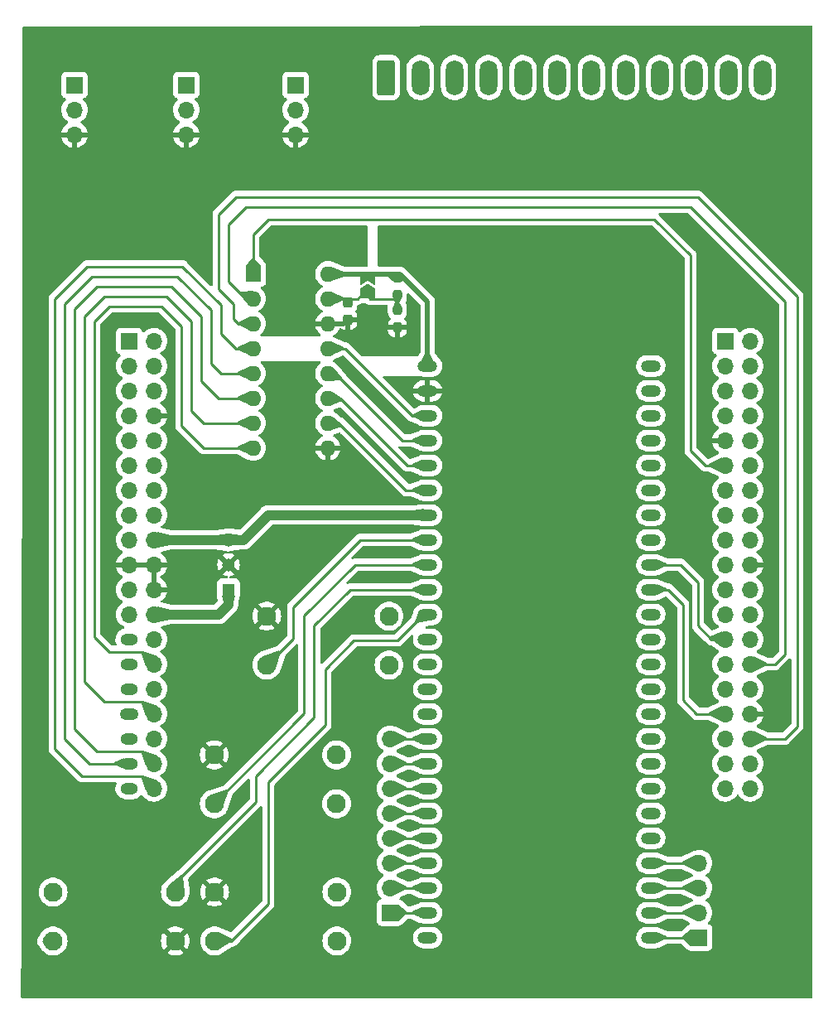
<source format=gbr>
%TF.GenerationSoftware,KiCad,Pcbnew,7.0.2*%
%TF.CreationDate,2023-09-09T02:35:41+09:00*%
%TF.ProjectId,tangnano9k_brushless_driver,74616e67-6e61-46e6-9f39-6b5f62727573,rev?*%
%TF.SameCoordinates,Original*%
%TF.FileFunction,Copper,L1,Top*%
%TF.FilePolarity,Positive*%
%FSLAX46Y46*%
G04 Gerber Fmt 4.6, Leading zero omitted, Abs format (unit mm)*
G04 Created by KiCad (PCBNEW 7.0.2) date 2023-09-09 02:35:41*
%MOMM*%
%LPD*%
G01*
G04 APERTURE LIST*
G04 Aperture macros list*
%AMRoundRect*
0 Rectangle with rounded corners*
0 $1 Rounding radius*
0 $2 $3 $4 $5 $6 $7 $8 $9 X,Y pos of 4 corners*
0 Add a 4 corners polygon primitive as box body*
4,1,4,$2,$3,$4,$5,$6,$7,$8,$9,$2,$3,0*
0 Add four circle primitives for the rounded corners*
1,1,$1+$1,$2,$3*
1,1,$1+$1,$4,$5*
1,1,$1+$1,$6,$7*
1,1,$1+$1,$8,$9*
0 Add four rect primitives between the rounded corners*
20,1,$1+$1,$2,$3,$4,$5,0*
20,1,$1+$1,$4,$5,$6,$7,0*
20,1,$1+$1,$6,$7,$8,$9,0*
20,1,$1+$1,$8,$9,$2,$3,0*%
%AMFreePoly0*
4,1,6,1.000000,0.000000,0.500000,-0.750000,-0.500000,-0.750000,-0.500000,0.750000,0.500000,0.750000,1.000000,0.000000,1.000000,0.000000,$1*%
%AMFreePoly1*
4,1,6,0.500000,-0.750000,-0.650000,-0.750000,-0.150000,0.000000,-0.650000,0.750000,0.500000,0.750000,0.500000,-0.750000,0.500000,-0.750000,$1*%
G04 Aperture macros list end*
%TA.AperFunction,ComponentPad*%
%ADD10R,1.305000X1.305000*%
%TD*%
%TA.AperFunction,ComponentPad*%
%ADD11C,1.305000*%
%TD*%
%TA.AperFunction,ComponentPad*%
%ADD12R,1.700000X1.700000*%
%TD*%
%TA.AperFunction,ComponentPad*%
%ADD13O,1.700000X1.700000*%
%TD*%
%TA.AperFunction,ComponentPad*%
%ADD14C,1.950000*%
%TD*%
%TA.AperFunction,SMDPad,CuDef*%
%ADD15RoundRect,0.237500X-0.237500X0.300000X-0.237500X-0.300000X0.237500X-0.300000X0.237500X0.300000X0*%
%TD*%
%TA.AperFunction,SMDPad,CuDef*%
%ADD16RoundRect,0.237500X-0.237500X0.250000X-0.237500X-0.250000X0.237500X-0.250000X0.237500X0.250000X0*%
%TD*%
%TA.AperFunction,ComponentPad*%
%ADD17O,2.000000X1.200000*%
%TD*%
%TA.AperFunction,ComponentPad*%
%ADD18O,1.800000X1.200000*%
%TD*%
%TA.AperFunction,ComponentPad*%
%ADD19O,1.900000X1.200000*%
%TD*%
%TA.AperFunction,ComponentPad*%
%ADD20R,1.600000X1.600000*%
%TD*%
%TA.AperFunction,ComponentPad*%
%ADD21O,1.600000X1.600000*%
%TD*%
%TA.AperFunction,SMDPad,CuDef*%
%ADD22FreePoly0,90.000000*%
%TD*%
%TA.AperFunction,SMDPad,CuDef*%
%ADD23FreePoly1,90.000000*%
%TD*%
%TA.AperFunction,ComponentPad*%
%ADD24RoundRect,0.250000X-0.650000X-1.550000X0.650000X-1.550000X0.650000X1.550000X-0.650000X1.550000X0*%
%TD*%
%TA.AperFunction,ComponentPad*%
%ADD25O,1.800000X3.600000*%
%TD*%
%TA.AperFunction,ViaPad*%
%ADD26C,0.800000*%
%TD*%
%TA.AperFunction,Conductor*%
%ADD27C,0.500000*%
%TD*%
%TA.AperFunction,Conductor*%
%ADD28C,1.000000*%
%TD*%
%TA.AperFunction,Conductor*%
%ADD29C,0.250000*%
%TD*%
G04 APERTURE END LIST*
D10*
%TO.P,PS1,1,VIN*%
%TO.N,/VIN12*%
X139700000Y-112268000D03*
D11*
%TO.P,PS1,2,GND*%
%TO.N,GND*%
X139700000Y-109728000D03*
%TO.P,PS1,3,VOUT*%
%TO.N,/5V*%
X139700000Y-107188000D03*
%TD*%
D12*
%TO.P,SW3,1,A*%
%TO.N,+3V3*%
X123952000Y-60706000D03*
D13*
%TO.P,SW3,2,B*%
%TO.N,/SW3*%
X123952000Y-63246000D03*
%TO.P,SW3,3,C*%
%TO.N,GND*%
X123952000Y-65786000D03*
%TD*%
D14*
%TO.P,S4,1,COM_1*%
%TO.N,GND*%
X143610000Y-114975000D03*
%TO.P,S4,2,COM_2*%
%TO.N,unconnected-(S4-COM_2-Pad2)*%
X156110000Y-114975000D03*
%TO.P,S4,3,NO_1*%
%TO.N,Net-(S4-NO_1)*%
X143610000Y-119975000D03*
%TO.P,S4,4,NO_2*%
%TO.N,unconnected-(S4-NO_2-Pad4)*%
X156110000Y-119975000D03*
%TD*%
%TO.P,S3,1,COM_1*%
%TO.N,GND*%
X138249000Y-129159000D03*
%TO.P,S3,2,COM_2*%
%TO.N,unconnected-(S3-COM_2-Pad2)*%
X150749000Y-129159000D03*
%TO.P,S3,3,NO_1*%
%TO.N,Net-(S3-NO_1)*%
X138249000Y-134159000D03*
%TO.P,S3,4,NO_2*%
%TO.N,unconnected-(S3-NO_2-Pad4)*%
X150749000Y-134159000D03*
%TD*%
%TO.P,S2,1,COM_1*%
%TO.N,GND*%
X134266000Y-148169000D03*
%TO.P,S2,2,COM_2*%
%TO.N,unconnected-(S2-COM_2-Pad2)*%
X121766000Y-148169000D03*
%TO.P,S2,3,NO_1*%
%TO.N,Net-(S2-NO_1)*%
X134266000Y-143169000D03*
%TO.P,S2,4,NO_2*%
%TO.N,unconnected-(S2-NO_2-Pad4)*%
X121766000Y-143169000D03*
%TD*%
%TO.P,S1,1,COM_1*%
%TO.N,GND*%
X138276000Y-143169000D03*
%TO.P,S1,2,COM_2*%
%TO.N,unconnected-(S1-COM_2-Pad2)*%
X150776000Y-143169000D03*
%TO.P,S1,3,NO_1*%
%TO.N,Net-(S1-NO_1)*%
X138276000Y-148169000D03*
%TO.P,S1,4,NO_2*%
%TO.N,unconnected-(S1-NO_2-Pad4)*%
X150776000Y-148169000D03*
%TD*%
D15*
%TO.P,C1,1*%
%TO.N,Net-(JP1-A)*%
X151892000Y-82957500D03*
%TO.P,C1,2*%
%TO.N,GND*%
X151892000Y-84682500D03*
%TD*%
D16*
%TO.P,R1,1*%
%TO.N,+3V3*%
X156972000Y-80367500D03*
%TO.P,R1,2*%
%TO.N,Net-(JP1-A)*%
X156972000Y-82192500D03*
%TD*%
D17*
%TO.P,U1,1,38/IOB31B/TF_CS*%
%TO.N,Net-(J3-Pin_1)*%
X182880000Y-147828000D03*
%TO.P,U1,2,37/IO31A/TF_MOSI*%
%TO.N,Net-(J3-Pin_2)*%
X182880000Y-145288000D03*
%TO.P,U1,3,36/IOB29B/TF_SCK*%
%TO.N,Net-(J3-Pin_3)*%
X182880000Y-142748000D03*
%TO.P,U1,4,39/IOB33A/TF_MISO*%
%TO.N,Net-(J3-Pin_4)*%
X182880000Y-140208000D03*
%TO.P,U1,5,25/IOB8A*%
%TO.N,Net-(U1-25{slash}IOB8A)*%
X182880000Y-137668000D03*
%TO.P,U1,6,26/IOB8B*%
%TO.N,Net-(U1-26{slash}IOB8B)*%
X182880000Y-135128000D03*
%TO.P,U1,7,27/IOB11A*%
%TO.N,Net-(U1-27{slash}IOB11A)*%
X182880000Y-132588000D03*
%TO.P,U1,8,28/IOB11B*%
%TO.N,Net-(U1-28{slash}IOB11B)*%
X182880000Y-130048000D03*
%TO.P,U1,9,29/IOB13A*%
%TO.N,Net-(U1-29{slash}IOB13A)*%
X182880000Y-127508000D03*
%TO.P,U1,10,30/IOB13B*%
%TO.N,/DIG1*%
X182880000Y-124968000D03*
%TO.P,U1,11,33/IOB23A/RGB_DE*%
%TO.N,Net-(U1-33{slash}IOB23A{slash}RGB_DE)*%
X182880000Y-122428000D03*
%TO.P,U1,12,34/IOB23B/RGB_VS*%
%TO.N,/DIG3*%
X182880000Y-119888000D03*
%TO.P,U1,13,40/IOB33B/RGB_HS*%
%TO.N,/DIG2*%
X182880000Y-117348000D03*
%TO.P,U1,14,35/IOB29A/RGB_CK*%
%TO.N,Net-(U1-35{slash}IOB29A{slash}RGB_CK)*%
X182880000Y-114808000D03*
%TO.P,U1,15,41/IOB41A/RGB_B7*%
%TO.N,/H_V*%
X182880000Y-112268000D03*
%TO.P,U1,16,42IOB41B/RGB_B6*%
%TO.N,/H_W*%
X182880000Y-109728000D03*
%TO.P,U1,17,51/IOR17B/RGB_B5*%
%TO.N,unconnected-(U1-51{slash}IOR17B{slash}RGB_B5-Pad17)*%
X182880000Y-107188000D03*
%TO.P,U1,18,53/IOR15B/RGB_B4*%
%TO.N,unconnected-(U1-53{slash}IOR15B{slash}RGB_B4-Pad18)*%
X182880000Y-104648000D03*
%TO.P,U1,19,54/IOR15A/RGB_B3*%
%TO.N,unconnected-(U1-54{slash}IOR15A{slash}RGB_B3-Pad19)*%
X182880000Y-102108000D03*
%TO.P,U1,20,55/IOR14B/RGB_G7*%
%TO.N,unconnected-(U1-55{slash}IOR14B{slash}RGB_G7-Pad20)*%
X182880000Y-99568000D03*
%TO.P,U1,21,56/IOR14A/RGB_G6*%
%TO.N,/Anode_A*%
X182880000Y-97028000D03*
%TO.P,U1,22,57/IOR13A/RGB_G5*%
%TO.N,/DIG4*%
X182880000Y-94488000D03*
%TO.P,U1,23,68/IOT42B/RGB_G4/HDMI_CKN*%
%TO.N,/D_IN*%
X182880000Y-91948000D03*
%TO.P,U1,24,69/IOT42A/RGB_G3/HDMI_CKP*%
%TO.N,/DIRECTION*%
X182880000Y-89408000D03*
%TO.P,U1,25,3V3*%
%TO.N,+3V3*%
X160063100Y-89408000D03*
%TO.P,U1,26,GND*%
%TO.N,GND*%
X160063100Y-91948000D03*
%TO.P,U1,27,32/IOB15B/RGB_TOUCH_XR*%
%TO.N,Net-(U1-32{slash}IOB15B{slash}RGB_TOUCH_XR)*%
X160063100Y-94488000D03*
%TO.P,U1,28,31/IOB15A/RGB_TOUCH_YD*%
%TO.N,Net-(U1-31{slash}IOB15A{slash}RGB_TOUCH_YD)*%
X160063100Y-97028000D03*
%TO.P,U1,29,49/IOR24A/SPILCD_RS*%
%TO.N,/Din*%
X160063100Y-99568000D03*
%TO.P,U1,30,48/IOR24B/SPILCD_CS*%
%TO.N,/CS{slash}SHDN*%
X160063100Y-102108000D03*
%TO.P,U1,31,5V*%
%TO.N,/5V*%
X160063100Y-104648000D03*
%TO.P,U1,32,70/IOT41B/RGB_G2/HDMI_C0N*%
%TO.N,Net-(S4-NO_1)*%
X160063100Y-107188000D03*
%TO.P,U1,33,71/IOT41A/RGB_R7/HDMI_D0P*%
%TO.N,Net-(S3-NO_1)*%
X160063100Y-109728000D03*
%TO.P,U1,34,72/IOT39B/RGB_R6/HDMI_D1N*%
%TO.N,Net-(S2-NO_1)*%
X160063100Y-112268000D03*
%TO.P,U1,35,73/IOT39A/RGB_R5/HDMI_D1P*%
%TO.N,Net-(S1-NO_1)*%
X160063100Y-114808000D03*
%TO.P,U1,36,74/IOT38B/RGB_R4/HDMI_D2N*%
%TO.N,unconnected-(U1-74{slash}IOT38B{slash}RGB_R4{slash}HDMI_D2N-Pad36)*%
X160063100Y-117348000D03*
%TO.P,U1,37,75/IOT38A/RGB_R3/HDMI_D2P*%
%TO.N,/SW3*%
X160063100Y-119888000D03*
%TO.P,U1,38,76/IOT37B/SPILCD_CK*%
%TO.N,Net-(SW2-B)*%
X160063100Y-122428000D03*
%TO.P,U1,39,77/IOT37A/SPILCD_MO*%
%TO.N,Net-(SW1-B)*%
X160063100Y-124968000D03*
%TO.P,U1,40,79/IOT12B*%
%TO.N,Net-(J2-Pin_8)*%
X160063100Y-127508000D03*
%TO.P,U1,41,80/IOT12A*%
%TO.N,Net-(J2-Pin_7)*%
X160063100Y-130048000D03*
%TO.P,U1,42,81/IOT11B*%
%TO.N,Net-(J2-Pin_6)*%
X160063100Y-132588000D03*
%TO.P,U1,43,82/IOT11A*%
%TO.N,Net-(J2-Pin_5)*%
X160063100Y-135128000D03*
%TO.P,U1,44,83/IOT10B*%
%TO.N,Net-(J2-Pin_4)*%
X160063100Y-137668000D03*
%TO.P,U1,45,84/IOT10A*%
%TO.N,Net-(J2-Pin_3)*%
X160063100Y-140208000D03*
%TO.P,U1,46,85/IOT8B*%
%TO.N,Net-(J2-Pin_2)*%
X160063100Y-142748000D03*
%TO.P,U1,47,86/IOT8A/RGB_BL*%
%TO.N,Net-(J2-Pin_1)*%
X160063100Y-145288000D03*
%TO.P,U1,48,63/IOR5A/RGB_TOUCH_XL*%
%TO.N,/H_U*%
X160063100Y-147828000D03*
%TD*%
D12*
%TO.P,J2,1,Pin_1*%
%TO.N,Net-(J2-Pin_1)*%
X156210000Y-145288000D03*
D13*
%TO.P,J2,2,Pin_2*%
%TO.N,Net-(J2-Pin_2)*%
X156210000Y-142748000D03*
%TO.P,J2,3,Pin_3*%
%TO.N,Net-(J2-Pin_3)*%
X156210000Y-140208000D03*
%TO.P,J2,4,Pin_4*%
%TO.N,Net-(J2-Pin_4)*%
X156210000Y-137668000D03*
%TO.P,J2,5,Pin_5*%
%TO.N,Net-(J2-Pin_5)*%
X156210000Y-135128000D03*
%TO.P,J2,6,Pin_6*%
%TO.N,Net-(J2-Pin_6)*%
X156210000Y-132588000D03*
%TO.P,J2,7,Pin_7*%
%TO.N,Net-(J2-Pin_7)*%
X156210000Y-130048000D03*
%TO.P,J2,8,Pin_8*%
%TO.N,Net-(J2-Pin_8)*%
X156210000Y-127508000D03*
%TD*%
D12*
%TO.P,SW1,1,A*%
%TO.N,+3V3*%
X146558000Y-60706000D03*
D13*
%TO.P,SW1,2,B*%
%TO.N,Net-(SW1-B)*%
X146558000Y-63246000D03*
%TO.P,SW1,3,C*%
%TO.N,GND*%
X146558000Y-65786000D03*
%TD*%
D12*
%TO.P,SW2,1,A*%
%TO.N,+3V3*%
X135382000Y-60706000D03*
D13*
%TO.P,SW2,2,B*%
%TO.N,Net-(SW2-B)*%
X135382000Y-63246000D03*
%TO.P,SW2,3,C*%
%TO.N,GND*%
X135382000Y-65786000D03*
%TD*%
D12*
%TO.P,J1,1,Pin_1*%
%TO.N,unconnected-(J1-Pin_1-Pad1)*%
X129540000Y-86868000D03*
D13*
%TO.P,J1,2,Pin_2*%
%TO.N,unconnected-(J1-Pin_2-Pad2)*%
X132080000Y-86868000D03*
%TO.P,J1,3,Pin_3*%
%TO.N,unconnected-(J1-Pin_3-Pad3)*%
X129540000Y-89408000D03*
%TO.P,J1,4,Pin_4*%
%TO.N,unconnected-(J1-Pin_4-Pad4)*%
X132080000Y-89408000D03*
%TO.P,J1,5,Pin_5*%
%TO.N,unconnected-(J1-Pin_5-Pad5)*%
X129540000Y-91948000D03*
%TO.P,J1,6,Pin_6*%
%TO.N,unconnected-(J1-Pin_6-Pad6)*%
X132080000Y-91948000D03*
%TO.P,J1,7,Pin_7*%
%TO.N,unconnected-(J1-Pin_7-Pad7)*%
X129540000Y-94488000D03*
%TO.P,J1,8,Pin_8*%
%TO.N,GND*%
X132080000Y-94488000D03*
%TO.P,J1,9,Pin_9*%
%TO.N,unconnected-(J1-Pin_9-Pad9)*%
X129540000Y-97028000D03*
%TO.P,J1,10,Pin_10*%
%TO.N,unconnected-(J1-Pin_10-Pad10)*%
X132080000Y-97028000D03*
%TO.P,J1,11,Pin_11*%
%TO.N,unconnected-(J1-Pin_11-Pad11)*%
X129540000Y-99568000D03*
%TO.P,J1,12,Pin_12*%
%TO.N,unconnected-(J1-Pin_12-Pad12)*%
X132080000Y-99568000D03*
%TO.P,J1,13,Pin_13*%
%TO.N,unconnected-(J1-Pin_13-Pad13)*%
X129540000Y-102108000D03*
%TO.P,J1,14,Pin_14*%
%TO.N,unconnected-(J1-Pin_14-Pad14)*%
X132080000Y-102108000D03*
%TO.P,J1,15,Pin_15*%
%TO.N,unconnected-(J1-Pin_15-Pad15)*%
X129540000Y-104648000D03*
%TO.P,J1,16,Pin_16*%
%TO.N,+3V3*%
X132080000Y-104648000D03*
%TO.P,J1,17,Pin_17*%
%TO.N,/H_U*%
X129540000Y-107188000D03*
%TO.P,J1,18,Pin_18*%
%TO.N,/5V*%
X132080000Y-107188000D03*
%TO.P,J1,19,Pin_19*%
%TO.N,GND*%
X129540000Y-109728000D03*
%TO.P,J1,20,Pin_20*%
X132080000Y-109728000D03*
%TO.P,J1,21,Pin_21*%
%TO.N,unconnected-(J1-Pin_21-Pad21)*%
X129540000Y-112268000D03*
%TO.P,J1,22,Pin_22*%
%TO.N,GND*%
X132080000Y-112268000D03*
%TO.P,J1,23,Pin_23*%
%TO.N,unconnected-(J1-Pin_23-Pad23)*%
X129540000Y-114808000D03*
%TO.P,J1,24,Pin_24*%
%TO.N,/VIN12*%
X132080000Y-114808000D03*
D18*
%TO.P,J1,25,Pin_25*%
%TO.N,unconnected-(J1-Pin_25-Pad25)*%
X129540000Y-117348000D03*
D13*
%TO.P,J1,26,Pin_26*%
%TO.N,unconnected-(J1-Pin_26-Pad26)*%
X132080000Y-117348000D03*
D18*
%TO.P,J1,27,Pin_27*%
%TO.N,unconnected-(J1-Pin_27-Pad27)*%
X129540000Y-119888000D03*
D13*
%TO.P,J1,28,Pin_28*%
%TO.N,/C7-28*%
X132080000Y-119888000D03*
D18*
%TO.P,J1,29,Pin_29*%
%TO.N,unconnected-(J1-Pin_29-Pad29)*%
X129540000Y-122428000D03*
D13*
%TO.P,J1,30,Pin_30*%
%TO.N,/C7-30*%
X132080000Y-122428000D03*
D19*
%TO.P,J1,31,Pin_31*%
%TO.N,unconnected-(J1-Pin_31-Pad31)*%
X129540000Y-124968000D03*
D13*
%TO.P,J1,32,Pin_32*%
%TO.N,/A_IN*%
X132080000Y-124968000D03*
D18*
%TO.P,J1,33,Pin_33*%
%TO.N,unconnected-(J1-Pin_33-Pad33)*%
X129540000Y-127508000D03*
D13*
%TO.P,J1,34,Pin_34*%
%TO.N,/_LIN_S*%
X132080000Y-127508000D03*
D18*
%TO.P,J1,35,Pin_35*%
%TO.N,/ACCEL*%
X129540000Y-130048000D03*
D13*
%TO.P,J1,36,Pin_36*%
%TO.N,/C7-36*%
X132080000Y-130048000D03*
D18*
%TO.P,J1,37,Pin_37*%
%TO.N,/U*%
X129540000Y-132588000D03*
D13*
%TO.P,J1,38,Pin_38*%
%TO.N,/C7-38*%
X132080000Y-132588000D03*
D12*
%TO.P,J1,39,39*%
%TO.N,/C10-01*%
X190500000Y-86868000D03*
D13*
%TO.P,J1,40,40*%
%TO.N,unconnected-(J1-Pad40)*%
X193040000Y-86868000D03*
%TO.P,J1,41,41*%
%TO.N,/DIRECTION*%
X190500000Y-89408000D03*
%TO.P,J1,42,42*%
%TO.N,unconnected-(J1-Pad42)*%
X193040000Y-89408000D03*
%TO.P,J1,43,43*%
%TO.N,/D_IN*%
X190500000Y-91948000D03*
%TO.P,J1,44,44*%
%TO.N,unconnected-(J1-Pad44)*%
X193040000Y-91948000D03*
%TO.P,J1,45,45*%
%TO.N,unconnected-(J1-Pad45)*%
X190500000Y-94488000D03*
%TO.P,J1,46,46*%
%TO.N,unconnected-(J1-Pad46)*%
X193040000Y-94488000D03*
%TO.P,J1,47,47*%
%TO.N,GND*%
X190500000Y-97028000D03*
%TO.P,J1,48,48*%
%TO.N,unconnected-(J1-Pad48)*%
X193040000Y-97028000D03*
%TO.P,J1,49,49*%
%TO.N,/C10-11*%
X190500000Y-99568000D03*
%TO.P,J1,50,50*%
%TO.N,unconnected-(J1-Pad50)*%
X193040000Y-99568000D03*
%TO.P,J1,51,51*%
%TO.N,unconnected-(J1-Pad51)*%
X190500000Y-102108000D03*
%TO.P,J1,52,52*%
%TO.N,unconnected-(J1-Pad52)*%
X193040000Y-102108000D03*
%TO.P,J1,53,53*%
%TO.N,unconnected-(J1-Pad53)*%
X190500000Y-104648000D03*
%TO.P,J1,54,54*%
%TO.N,unconnected-(J1-Pad54)*%
X193040000Y-104648000D03*
%TO.P,J1,55,55*%
%TO.N,unconnected-(J1-Pad55)*%
X190500000Y-107188000D03*
%TO.P,J1,56,56*%
%TO.N,/V*%
X193040000Y-107188000D03*
%TO.P,J1,57,57*%
%TO.N,unconnected-(J1-Pad57)*%
X190500000Y-109728000D03*
%TO.P,J1,58,58*%
%TO.N,GND*%
X193040000Y-109728000D03*
%TO.P,J1,59,59*%
%TO.N,/HIN_S*%
X190500000Y-112268000D03*
%TO.P,J1,60,60*%
%TO.N,unconnected-(J1-Pad60)*%
X193040000Y-112268000D03*
%TO.P,J1,61,61*%
%TO.N,/HIN_R*%
X190500000Y-114808000D03*
%TO.P,J1,62,62*%
%TO.N,/_LIN_T*%
X193040000Y-114808000D03*
%TO.P,J1,63,63*%
%TO.N,/H_W*%
X190500000Y-117348000D03*
%TO.P,J1,64,64*%
%TO.N,/_LIN_R*%
X193040000Y-117348000D03*
%TO.P,J1,65,65*%
%TO.N,unconnected-(J1-Pad65)*%
X190500000Y-119888000D03*
%TO.P,J1,66,66*%
%TO.N,/C10-28*%
X193040000Y-119888000D03*
%TO.P,J1,67,67*%
%TO.N,unconnected-(J1-Pad67)*%
X190500000Y-122428000D03*
%TO.P,J1,68,68*%
%TO.N,unconnected-(J1-Pad68)*%
X193040000Y-122428000D03*
%TO.P,J1,69,69*%
%TO.N,/H_V*%
X190500000Y-124968000D03*
%TO.P,J1,70,70*%
%TO.N,GND*%
X193040000Y-124968000D03*
%TO.P,J1,71,71*%
%TO.N,/HIN_T*%
X190500000Y-127508000D03*
%TO.P,J1,72,72*%
%TO.N,/C10-34*%
X193040000Y-127508000D03*
%TO.P,J1,73,73*%
%TO.N,unconnected-(J1-Pad73)*%
X190500000Y-130048000D03*
%TO.P,J1,74,74*%
%TO.N,unconnected-(J1-Pad74)*%
X193040000Y-130048000D03*
%TO.P,J1,75,75*%
%TO.N,unconnected-(J1-Pad75)*%
X190500000Y-132588000D03*
%TO.P,J1,76,76*%
%TO.N,unconnected-(J1-Pad76)*%
X193040000Y-132588000D03*
%TD*%
D20*
%TO.P,U2,1,CH0*%
%TO.N,/C10-11*%
X142240000Y-80010000D03*
D21*
%TO.P,U2,2,CH1*%
%TO.N,/C10-28*%
X142240000Y-82550000D03*
%TO.P,U2,3,CH2*%
%TO.N,/C10-34*%
X142240000Y-85090000D03*
%TO.P,U2,4,CH3*%
%TO.N,/C7-38*%
X142240000Y-87630000D03*
%TO.P,U2,5,CH4*%
%TO.N,/ACCEL*%
X142240000Y-90170000D03*
%TO.P,U2,6,CH5*%
%TO.N,/C7-36*%
X142240000Y-92710000D03*
%TO.P,U2,7,CH6*%
%TO.N,/A_IN*%
X142240000Y-95250000D03*
%TO.P,U2,8,CH7*%
%TO.N,/C7-28*%
X142240000Y-97790000D03*
%TO.P,U2,9,DGND*%
%TO.N,GND*%
X149860000Y-97790000D03*
%TO.P,U2,10,~{CS}/SHDN*%
%TO.N,/CS{slash}SHDN*%
X149860000Y-95250000D03*
%TO.P,U2,11,Din*%
%TO.N,/Din*%
X149860000Y-92710000D03*
%TO.P,U2,12,Dout*%
%TO.N,Net-(U1-31{slash}IOB15A{slash}RGB_TOUCH_YD)*%
X149860000Y-90170000D03*
%TO.P,U2,13,CLK*%
%TO.N,Net-(U1-32{slash}IOB15B{slash}RGB_TOUCH_XR)*%
X149860000Y-87630000D03*
%TO.P,U2,14,AGND*%
%TO.N,GND*%
X149860000Y-85090000D03*
%TO.P,U2,15,Vref*%
%TO.N,Net-(JP1-A)*%
X149860000Y-82550000D03*
%TO.P,U2,16,Vdd*%
%TO.N,+3V3*%
X149860000Y-80010000D03*
%TD*%
D22*
%TO.P,JP1,1,A*%
%TO.N,Net-(JP1-A)*%
X153924000Y-82005000D03*
D23*
%TO.P,JP1,2,B*%
%TO.N,+3V3*%
X153924000Y-80555000D03*
%TD*%
D16*
%TO.P,R2,1*%
%TO.N,Net-(JP1-A)*%
X156972000Y-83669500D03*
%TO.P,R2,2*%
%TO.N,GND*%
X156972000Y-85494500D03*
%TD*%
D12*
%TO.P,J3,1,Pin_1*%
%TO.N,Net-(J3-Pin_1)*%
X187833000Y-147828000D03*
D13*
%TO.P,J3,2,Pin_2*%
%TO.N,Net-(J3-Pin_2)*%
X187833000Y-145288000D03*
%TO.P,J3,3,Pin_3*%
%TO.N,Net-(J3-Pin_3)*%
X187833000Y-142748000D03*
%TO.P,J3,4,Pin_4*%
%TO.N,Net-(J3-Pin_4)*%
X187833000Y-140208000D03*
%TD*%
D24*
%TO.P,U3,1,Anode_E*%
%TO.N,Net-(U3-Anode_E)*%
X155810000Y-59944000D03*
D25*
%TO.P,U3,2,Anode_D*%
%TO.N,Net-(U3-Anode_D)*%
X159310000Y-59944000D03*
%TO.P,U3,3,Anode_DP*%
%TO.N,Net-(U3-Anode_DP)*%
X162810000Y-59944000D03*
%TO.P,U3,4,Anode_C*%
%TO.N,Net-(U3-Anode_C)*%
X166310000Y-59944000D03*
%TO.P,U3,5,Anode_G*%
%TO.N,Net-(U3-Anode_G)*%
X169810000Y-59944000D03*
%TO.P,U3,6,Cathode_DIG4*%
%TO.N,/DIG1*%
X173310000Y-59944000D03*
%TO.P,U3,7,Anode_B*%
%TO.N,Net-(U3-Anode_B)*%
X176810000Y-59944000D03*
%TO.P,U3,8,Cathode_DIG3*%
%TO.N,/DIG3*%
X180310000Y-59944000D03*
%TO.P,U3,9,Cathode_DIG2*%
%TO.N,/DIG2*%
X183810000Y-59944000D03*
%TO.P,U3,10,Anode_F*%
%TO.N,Net-(U3-Anode_F)*%
X187310000Y-59944000D03*
%TO.P,U3,11,Anode_A*%
%TO.N,Net-(U3-Anode_A)*%
X190810000Y-59944000D03*
%TO.P,U3,12,Cathode_DIG1*%
%TO.N,/DIG4*%
X194310000Y-59944000D03*
%TD*%
D26*
%TO.N,GND*%
X190500000Y-81280000D03*
X196850000Y-65024000D03*
X196850000Y-70866000D03*
X196850000Y-76708000D03*
X147066000Y-132334000D03*
X147066000Y-146050000D03*
X174752000Y-144526000D03*
X186690000Y-102108000D03*
X195326000Y-149098000D03*
X167640000Y-144526000D03*
X195326000Y-141224000D03*
X186690000Y-106172000D03*
%TD*%
D27*
%TO.N,GND*%
X151484500Y-85090000D02*
X151892000Y-84682500D01*
X149860000Y-85090000D02*
X151484500Y-85090000D01*
D28*
%TO.N,/5V*%
X143764000Y-104648000D02*
X160063100Y-104648000D01*
X139700000Y-107188000D02*
X141224000Y-107188000D01*
X132080000Y-107188000D02*
X139700000Y-107188000D01*
X141224000Y-107188000D02*
X143764000Y-104648000D01*
%TO.N,/VIN12*%
X138684000Y-114808000D02*
X139700000Y-113792000D01*
X139700000Y-113792000D02*
X139700000Y-112268000D01*
X132080000Y-114808000D02*
X138684000Y-114808000D01*
D29*
%TO.N,/C7-28*%
X130810000Y-118618000D02*
X127508000Y-118618000D01*
X125984000Y-84836000D02*
X127508000Y-83312000D01*
X125984000Y-117094000D02*
X125984000Y-84836000D01*
X134874000Y-85344000D02*
X134874000Y-95504000D01*
X137160000Y-97790000D02*
X142240000Y-97790000D01*
X132080000Y-119888000D02*
X130810000Y-118618000D01*
X127508000Y-83312000D02*
X132842000Y-83312000D01*
X134874000Y-95504000D02*
X137160000Y-97790000D01*
X127508000Y-118618000D02*
X125984000Y-117094000D01*
X132842000Y-83312000D02*
X134874000Y-85344000D01*
%TO.N,/A_IN*%
X132080000Y-124968000D02*
X130810000Y-123698000D01*
X127000000Y-123698000D02*
X124968000Y-121666000D01*
X135890000Y-93980000D02*
X137160000Y-95250000D01*
X124968000Y-121666000D02*
X124968000Y-84328000D01*
X133350000Y-82296000D02*
X135890000Y-84836000D01*
X135890000Y-84836000D02*
X135890000Y-93980000D01*
X124968000Y-84328000D02*
X127000000Y-82296000D01*
X137160000Y-95250000D02*
X142240000Y-95250000D01*
X127000000Y-82296000D02*
X133350000Y-82296000D01*
X130810000Y-123698000D02*
X127000000Y-123698000D01*
%TO.N,/ACCEL*%
X129540000Y-130048000D02*
X125476000Y-130048000D01*
X134493000Y-80264000D02*
X137922000Y-83693000D01*
X138938000Y-90170000D02*
X142240000Y-90170000D01*
X125730000Y-80264000D02*
X134493000Y-80264000D01*
X125476000Y-130048000D02*
X122936000Y-127508000D01*
X122936000Y-127508000D02*
X122936000Y-83058000D01*
X137922000Y-89154000D02*
X138938000Y-90170000D01*
X137922000Y-83693000D02*
X137922000Y-89154000D01*
X122936000Y-83058000D02*
X125730000Y-80264000D01*
%TO.N,/C7-36*%
X138684000Y-92710000D02*
X142240000Y-92710000D01*
X123952000Y-126492000D02*
X123952000Y-83566000D01*
X133858000Y-81280000D02*
X136906000Y-84328000D01*
X136906000Y-90932000D02*
X138684000Y-92710000D01*
X130810000Y-128778000D02*
X126238000Y-128778000D01*
X126238000Y-81280000D02*
X133858000Y-81280000D01*
X126238000Y-128778000D02*
X123952000Y-126492000D01*
X132080000Y-130048000D02*
X130810000Y-128778000D01*
X136906000Y-84328000D02*
X136906000Y-90932000D01*
X123952000Y-83566000D02*
X126238000Y-81280000D01*
%TO.N,/C7-38*%
X135001000Y-79248000D02*
X138938000Y-83185000D01*
X130810000Y-131318000D02*
X124714000Y-131318000D01*
X125222000Y-79248000D02*
X135001000Y-79248000D01*
X121920000Y-82550000D02*
X125222000Y-79248000D01*
X138938000Y-83185000D02*
X138938000Y-86106000D01*
X124714000Y-131318000D02*
X121920000Y-128524000D01*
X138938000Y-86106000D02*
X140462000Y-87630000D01*
X121920000Y-128524000D02*
X121920000Y-82550000D01*
X132080000Y-132588000D02*
X130810000Y-131318000D01*
X140462000Y-87630000D02*
X142240000Y-87630000D01*
%TO.N,/C10-11*%
X186944000Y-78105000D02*
X183261000Y-74422000D01*
X183261000Y-74422000D02*
X143764000Y-74422000D01*
X190500000Y-99568000D02*
X188468000Y-99568000D01*
X142240000Y-75946000D02*
X142240000Y-80010000D01*
X143764000Y-74422000D02*
X142240000Y-75946000D01*
X186944000Y-98044000D02*
X186944000Y-78105000D01*
X188468000Y-99568000D02*
X186944000Y-98044000D01*
%TO.N,/H_W*%
X187706000Y-111506000D02*
X187706000Y-115951000D01*
X182880000Y-109728000D02*
X185928000Y-109728000D01*
X185928000Y-109728000D02*
X187706000Y-111506000D01*
X187706000Y-115951000D02*
X189103000Y-117348000D01*
X189103000Y-117348000D02*
X190500000Y-117348000D01*
%TO.N,/C10-28*%
X186944000Y-73152000D02*
X141478000Y-73152000D01*
X141478000Y-82550000D02*
X142240000Y-82550000D01*
X196596000Y-118872000D02*
X196596000Y-82804000D01*
X139700000Y-74930000D02*
X139700000Y-80772000D01*
X196596000Y-82804000D02*
X186944000Y-73152000D01*
X193040000Y-119888000D02*
X195580000Y-119888000D01*
X195580000Y-119888000D02*
X196596000Y-118872000D01*
X139700000Y-80772000D02*
X141478000Y-82550000D01*
X141478000Y-73152000D02*
X139700000Y-74930000D01*
%TO.N,/H_V*%
X186182000Y-113792000D02*
X186182000Y-123571000D01*
X184658000Y-112268000D02*
X186182000Y-113792000D01*
X182880000Y-112268000D02*
X184658000Y-112268000D01*
X186182000Y-123571000D02*
X187579000Y-124968000D01*
X187579000Y-124968000D02*
X190500000Y-124968000D01*
%TO.N,/C10-34*%
X140716000Y-85090000D02*
X142240000Y-85090000D01*
X197866000Y-126238000D02*
X197866000Y-82296000D01*
X140208000Y-83058000D02*
X140208000Y-84582000D01*
X197866000Y-82296000D02*
X187706000Y-72136000D01*
X196596000Y-127508000D02*
X197866000Y-126238000D01*
X138684000Y-73914000D02*
X138684000Y-81534000D01*
X138684000Y-81534000D02*
X140208000Y-83058000D01*
X193040000Y-127508000D02*
X196596000Y-127508000D01*
X140462000Y-72136000D02*
X138684000Y-73914000D01*
X140208000Y-84582000D02*
X140716000Y-85090000D01*
X187706000Y-72136000D02*
X140462000Y-72136000D01*
%TO.N,Net-(J2-Pin_1)*%
X156210000Y-145288000D02*
X160063100Y-145288000D01*
%TO.N,Net-(J2-Pin_2)*%
X156210000Y-142748000D02*
X160063100Y-142748000D01*
%TO.N,Net-(J2-Pin_3)*%
X156210000Y-140208000D02*
X160063100Y-140208000D01*
%TO.N,Net-(J2-Pin_4)*%
X156210000Y-137668000D02*
X160063100Y-137668000D01*
%TO.N,Net-(J2-Pin_5)*%
X156210000Y-135128000D02*
X160063100Y-135128000D01*
%TO.N,Net-(J2-Pin_6)*%
X156210000Y-132588000D02*
X160063100Y-132588000D01*
%TO.N,Net-(J2-Pin_7)*%
X156210000Y-130048000D02*
X160063100Y-130048000D01*
%TO.N,Net-(J2-Pin_8)*%
X156210000Y-127508000D02*
X160063100Y-127508000D01*
%TO.N,Net-(U1-32{slash}IOB15B{slash}RGB_TOUCH_XR)*%
X158496000Y-94488000D02*
X151638000Y-87630000D01*
X151638000Y-87630000D02*
X149860000Y-87630000D01*
X160063100Y-94488000D02*
X158496000Y-94488000D01*
%TO.N,Net-(U1-31{slash}IOB15A{slash}RGB_TOUCH_YD)*%
X157480000Y-97028000D02*
X150622000Y-90170000D01*
X150622000Y-90170000D02*
X149860000Y-90170000D01*
X160063100Y-97028000D02*
X157480000Y-97028000D01*
%TO.N,/Din*%
X157988000Y-99568000D02*
X160063100Y-99568000D01*
X149860000Y-92710000D02*
X151130000Y-92710000D01*
X151130000Y-92710000D02*
X157988000Y-99568000D01*
%TO.N,/CS{slash}SHDN*%
X151003000Y-95250000D02*
X157861000Y-102108000D01*
X157861000Y-102108000D02*
X160063100Y-102108000D01*
X149860000Y-95250000D02*
X151003000Y-95250000D01*
%TO.N,Net-(JP1-A)*%
X156614500Y-82550000D02*
X156972000Y-82192500D01*
X153416000Y-82005000D02*
X153633000Y-82005000D01*
X152871000Y-82550000D02*
X153416000Y-82005000D01*
X153633000Y-82005000D02*
X154178000Y-82550000D01*
X154432000Y-82550000D02*
X156614500Y-82550000D01*
X156972000Y-83669500D02*
X156972000Y-82192500D01*
X154178000Y-82550000D02*
X154432000Y-82550000D01*
X149860000Y-82550000D02*
X152871000Y-82550000D01*
D27*
%TO.N,+3V3*%
X160063100Y-89408000D02*
X160063100Y-82847100D01*
X160063100Y-82847100D02*
X157226000Y-80010000D01*
X157226000Y-80010000D02*
X149860000Y-80010000D01*
D29*
%TO.N,Net-(J3-Pin_1)*%
X182880000Y-147828000D02*
X187833000Y-147828000D01*
%TO.N,Net-(J3-Pin_2)*%
X182880000Y-145288000D02*
X187833000Y-145288000D01*
%TO.N,Net-(J3-Pin_3)*%
X182880000Y-142748000D02*
X187833000Y-142748000D01*
%TO.N,Net-(J3-Pin_4)*%
X182880000Y-140208000D02*
X187833000Y-140208000D01*
%TO.N,Net-(S1-NO_1)*%
X152527000Y-117475000D02*
X156972000Y-117475000D01*
X149606000Y-126111000D02*
X149606000Y-120396000D01*
X159639000Y-114808000D02*
X160063100Y-114808000D01*
X139994000Y-148169000D02*
X143764000Y-144399000D01*
X143764000Y-144399000D02*
X143764000Y-131953000D01*
X156972000Y-117475000D02*
X159639000Y-114808000D01*
X143764000Y-131953000D02*
X149606000Y-126111000D01*
X149606000Y-120396000D02*
X152527000Y-117475000D01*
X138276000Y-148169000D02*
X139994000Y-148169000D01*
%TO.N,unconnected-(S2-COM_2-Pad2)*%
X120750000Y-148169000D02*
X122468000Y-148169000D01*
%TO.N,Net-(S2-NO_1)*%
X160063100Y-112268000D02*
X152146000Y-112268000D01*
X148463000Y-115951000D02*
X148463000Y-125349000D01*
X148463000Y-125349000D02*
X142494000Y-131318000D01*
X134266000Y-142213000D02*
X134266000Y-143169000D01*
X142494000Y-133985000D02*
X134266000Y-142213000D01*
X152146000Y-112268000D02*
X148463000Y-115951000D01*
X142494000Y-131318000D02*
X142494000Y-133985000D01*
%TO.N,Net-(S3-NO_1)*%
X138249000Y-134159000D02*
X147447000Y-124961000D01*
X152654000Y-109728000D02*
X160063100Y-109728000D01*
X147447000Y-124961000D02*
X147447000Y-114935000D01*
X147447000Y-114935000D02*
X152654000Y-109728000D01*
%TO.N,Net-(S4-NO_1)*%
X146304000Y-117281000D02*
X146304000Y-114046000D01*
X146304000Y-114046000D02*
X153162000Y-107188000D01*
X153162000Y-107188000D02*
X160063100Y-107188000D01*
X143610000Y-119975000D02*
X146304000Y-117281000D01*
%TD*%
%TA.AperFunction,Conductor*%
%TO.N,GND*%
G36*
X197156161Y-119295120D02*
G01*
X197213383Y-119335213D01*
X197239845Y-119399878D01*
X197240500Y-119412606D01*
X197240500Y-125927546D01*
X197220815Y-125994585D01*
X197204181Y-126015227D01*
X196373228Y-126846181D01*
X196311905Y-126879666D01*
X196285547Y-126882500D01*
X194893749Y-126882500D01*
X194840062Y-126870275D01*
X193748098Y-126345788D01*
X193696190Y-126299019D01*
X193677808Y-126231610D01*
X193698788Y-126164965D01*
X193730662Y-126132438D01*
X193911078Y-126006109D01*
X194078106Y-125839081D01*
X194213600Y-125645576D01*
X194313430Y-125431492D01*
X194370636Y-125218000D01*
X193473686Y-125218000D01*
X193499493Y-125177844D01*
X193540000Y-125039889D01*
X193540000Y-124896111D01*
X193499493Y-124758156D01*
X193473686Y-124718000D01*
X194370636Y-124718000D01*
X194370635Y-124717999D01*
X194313430Y-124504507D01*
X194213599Y-124290421D01*
X194078109Y-124096921D01*
X193911081Y-123929893D01*
X193725404Y-123799880D01*
X193681780Y-123745303D01*
X193674587Y-123675804D01*
X193706109Y-123613450D01*
X193725399Y-123596734D01*
X193911401Y-123466495D01*
X194078495Y-123299401D01*
X194214035Y-123105830D01*
X194313903Y-122891663D01*
X194375063Y-122663408D01*
X194395659Y-122428000D01*
X194392545Y-122392413D01*
X194375063Y-122192592D01*
X194366354Y-122160090D01*
X194313903Y-121964337D01*
X194214035Y-121750171D01*
X194078495Y-121556599D01*
X193911401Y-121389505D01*
X193731176Y-121263310D01*
X193687554Y-121208735D01*
X193680361Y-121139236D01*
X193711883Y-121076882D01*
X193748612Y-121049963D01*
X194830712Y-120530216D01*
X194840062Y-120525725D01*
X194893749Y-120513500D01*
X195497256Y-120513500D01*
X195517762Y-120515764D01*
X195520665Y-120515672D01*
X195520667Y-120515673D01*
X195587872Y-120513561D01*
X195591768Y-120513500D01*
X195615448Y-120513500D01*
X195619350Y-120513500D01*
X195623313Y-120512999D01*
X195634962Y-120512080D01*
X195678627Y-120510709D01*
X195697859Y-120505120D01*
X195716918Y-120501174D01*
X195723196Y-120500381D01*
X195736792Y-120498664D01*
X195777407Y-120482582D01*
X195788444Y-120478803D01*
X195830390Y-120466618D01*
X195847629Y-120456422D01*
X195865102Y-120447862D01*
X195883732Y-120440486D01*
X195919064Y-120414814D01*
X195928830Y-120408400D01*
X195966418Y-120386171D01*
X195966417Y-120386171D01*
X195966420Y-120386170D01*
X195980585Y-120372004D01*
X195995373Y-120359373D01*
X196011587Y-120347594D01*
X196039438Y-120313926D01*
X196047279Y-120305309D01*
X196979788Y-119372801D01*
X196995886Y-119359905D01*
X196997874Y-119357787D01*
X196997877Y-119357786D01*
X197026108Y-119327721D01*
X197086348Y-119292328D01*
X197156161Y-119295120D01*
G37*
%TD.AperFunction*%
%TA.AperFunction,Conductor*%
G36*
X186700587Y-73797185D02*
G01*
X186721229Y-73813819D01*
X195934181Y-83026771D01*
X195967666Y-83088094D01*
X195970500Y-83114452D01*
X195970500Y-118561547D01*
X195950815Y-118628586D01*
X195934181Y-118649228D01*
X195357228Y-119226181D01*
X195295905Y-119259666D01*
X195269547Y-119262500D01*
X194893749Y-119262500D01*
X194840062Y-119250275D01*
X193748616Y-118726037D01*
X193696708Y-118679268D01*
X193678326Y-118611859D01*
X193699306Y-118545214D01*
X193731176Y-118512689D01*
X193911401Y-118386495D01*
X194078495Y-118219401D01*
X194214035Y-118025830D01*
X194313903Y-117811663D01*
X194375063Y-117583408D01*
X194395659Y-117348000D01*
X194375063Y-117112592D01*
X194313903Y-116884337D01*
X194214035Y-116670171D01*
X194078495Y-116476599D01*
X193911401Y-116309505D01*
X193725839Y-116179573D01*
X193682216Y-116124998D01*
X193675022Y-116055500D01*
X193706545Y-115993145D01*
X193725837Y-115976428D01*
X193911401Y-115846495D01*
X194078495Y-115679401D01*
X194214035Y-115485830D01*
X194313903Y-115271663D01*
X194375063Y-115043408D01*
X194395659Y-114808000D01*
X194375063Y-114572592D01*
X194313903Y-114344337D01*
X194214035Y-114130171D01*
X194078495Y-113936599D01*
X193911401Y-113769505D01*
X193725839Y-113639573D01*
X193682215Y-113584997D01*
X193675023Y-113515498D01*
X193706545Y-113453144D01*
X193725831Y-113436432D01*
X193911401Y-113306495D01*
X194078495Y-113139401D01*
X194214035Y-112945830D01*
X194313903Y-112731663D01*
X194375063Y-112503408D01*
X194395659Y-112268000D01*
X194375063Y-112032592D01*
X194313903Y-111804337D01*
X194214035Y-111590171D01*
X194078495Y-111396599D01*
X193911401Y-111229505D01*
X193725402Y-111099267D01*
X193681780Y-111044692D01*
X193674587Y-110975193D01*
X193706109Y-110912839D01*
X193725405Y-110896119D01*
X193911078Y-110766109D01*
X194078106Y-110599081D01*
X194213600Y-110405576D01*
X194313430Y-110191492D01*
X194370636Y-109978000D01*
X193473686Y-109978000D01*
X193499493Y-109937844D01*
X193540000Y-109799889D01*
X193540000Y-109656111D01*
X193499493Y-109518156D01*
X193473686Y-109478000D01*
X194370636Y-109478000D01*
X194370635Y-109477999D01*
X194313430Y-109264507D01*
X194213599Y-109050421D01*
X194078109Y-108856921D01*
X193911081Y-108689893D01*
X193725404Y-108559880D01*
X193681780Y-108505303D01*
X193674587Y-108435804D01*
X193706109Y-108373450D01*
X193725399Y-108356734D01*
X193911401Y-108226495D01*
X194078495Y-108059401D01*
X194214035Y-107865830D01*
X194313903Y-107651663D01*
X194375063Y-107423408D01*
X194395659Y-107188000D01*
X194375063Y-106952592D01*
X194313903Y-106724337D01*
X194214035Y-106510171D01*
X194078495Y-106316599D01*
X193911401Y-106149505D01*
X193725839Y-106019573D01*
X193682216Y-105964998D01*
X193675022Y-105895500D01*
X193706545Y-105833145D01*
X193725837Y-105816428D01*
X193911401Y-105686495D01*
X194078495Y-105519401D01*
X194214035Y-105325830D01*
X194313903Y-105111663D01*
X194375063Y-104883408D01*
X194395659Y-104648000D01*
X194375063Y-104412592D01*
X194313903Y-104184337D01*
X194214035Y-103970171D01*
X194078495Y-103776599D01*
X193911401Y-103609505D01*
X193725839Y-103479573D01*
X193682215Y-103424997D01*
X193675023Y-103355498D01*
X193706545Y-103293144D01*
X193725831Y-103276432D01*
X193911401Y-103146495D01*
X194078495Y-102979401D01*
X194214035Y-102785830D01*
X194313903Y-102571663D01*
X194375063Y-102343408D01*
X194395659Y-102108000D01*
X194375063Y-101872592D01*
X194313903Y-101644337D01*
X194214035Y-101430171D01*
X194078495Y-101236599D01*
X193911401Y-101069505D01*
X193725839Y-100939573D01*
X193682216Y-100884998D01*
X193675022Y-100815500D01*
X193706545Y-100753145D01*
X193725837Y-100736428D01*
X193911401Y-100606495D01*
X194078495Y-100439401D01*
X194214035Y-100245830D01*
X194313903Y-100031663D01*
X194375063Y-99803408D01*
X194395659Y-99568000D01*
X194375063Y-99332592D01*
X194313903Y-99104337D01*
X194214035Y-98890171D01*
X194078495Y-98696599D01*
X193911401Y-98529505D01*
X193725839Y-98399573D01*
X193682215Y-98344997D01*
X193675023Y-98275498D01*
X193706545Y-98213144D01*
X193725831Y-98196432D01*
X193911401Y-98066495D01*
X194078495Y-97899401D01*
X194214035Y-97705830D01*
X194313903Y-97491663D01*
X194375063Y-97263408D01*
X194395659Y-97028000D01*
X194375063Y-96792592D01*
X194313903Y-96564337D01*
X194214035Y-96350171D01*
X194078495Y-96156599D01*
X193911401Y-95989505D01*
X193725839Y-95859573D01*
X193682216Y-95804998D01*
X193675022Y-95735500D01*
X193706545Y-95673145D01*
X193725837Y-95656428D01*
X193911401Y-95526495D01*
X194078495Y-95359401D01*
X194214035Y-95165830D01*
X194313903Y-94951663D01*
X194375063Y-94723408D01*
X194395659Y-94488000D01*
X194375063Y-94252592D01*
X194313903Y-94024337D01*
X194214035Y-93810171D01*
X194078495Y-93616599D01*
X193911401Y-93449505D01*
X193725839Y-93319573D01*
X193682215Y-93264997D01*
X193675023Y-93195498D01*
X193706545Y-93133144D01*
X193725831Y-93116432D01*
X193911401Y-92986495D01*
X194078495Y-92819401D01*
X194214035Y-92625830D01*
X194313903Y-92411663D01*
X194375063Y-92183408D01*
X194395659Y-91948000D01*
X194375063Y-91712592D01*
X194313903Y-91484337D01*
X194214035Y-91270171D01*
X194078495Y-91076599D01*
X193911401Y-90909505D01*
X193725839Y-90779573D01*
X193682216Y-90724998D01*
X193675022Y-90655500D01*
X193706545Y-90593145D01*
X193725837Y-90576428D01*
X193911401Y-90446495D01*
X194078495Y-90279401D01*
X194214035Y-90085830D01*
X194313903Y-89871663D01*
X194375063Y-89643408D01*
X194395659Y-89408000D01*
X194392080Y-89367098D01*
X194375063Y-89172592D01*
X194347841Y-89070998D01*
X194313903Y-88944337D01*
X194214035Y-88730171D01*
X194078495Y-88536599D01*
X193911401Y-88369505D01*
X193725839Y-88239573D01*
X193682215Y-88184997D01*
X193675023Y-88115498D01*
X193706545Y-88053144D01*
X193725831Y-88036432D01*
X193911401Y-87906495D01*
X194078495Y-87739401D01*
X194214035Y-87545830D01*
X194313903Y-87331663D01*
X194375063Y-87103408D01*
X194395659Y-86868000D01*
X194392545Y-86832413D01*
X194375063Y-86632592D01*
X194334626Y-86481678D01*
X194313903Y-86404337D01*
X194214035Y-86190171D01*
X194078495Y-85996599D01*
X193911401Y-85829505D01*
X193717830Y-85693965D01*
X193503663Y-85594097D01*
X193442502Y-85577709D01*
X193275407Y-85532936D01*
X193040000Y-85512340D01*
X192804592Y-85532936D01*
X192576336Y-85594097D01*
X192362170Y-85693965D01*
X192168601Y-85829503D01*
X192046673Y-85951431D01*
X191985350Y-85984915D01*
X191915658Y-85979931D01*
X191859725Y-85938059D01*
X191842810Y-85907082D01*
X191820366Y-85846908D01*
X191793796Y-85775669D01*
X191707546Y-85660454D01*
X191592331Y-85574204D01*
X191457483Y-85523909D01*
X191397873Y-85517500D01*
X191394550Y-85517500D01*
X189605439Y-85517500D01*
X189605420Y-85517500D01*
X189602128Y-85517501D01*
X189598848Y-85517853D01*
X189598840Y-85517854D01*
X189542515Y-85523909D01*
X189407669Y-85574204D01*
X189292454Y-85660454D01*
X189206204Y-85775668D01*
X189161827Y-85894651D01*
X189155909Y-85910517D01*
X189149500Y-85970127D01*
X189149500Y-85973448D01*
X189149500Y-85973449D01*
X189149500Y-87762560D01*
X189149500Y-87762578D01*
X189149501Y-87765872D01*
X189149853Y-87769152D01*
X189149854Y-87769159D01*
X189155909Y-87825484D01*
X189181056Y-87892906D01*
X189206204Y-87960331D01*
X189292454Y-88075546D01*
X189407669Y-88161796D01*
X189519907Y-88203658D01*
X189539082Y-88210810D01*
X189595016Y-88252681D01*
X189619433Y-88318146D01*
X189604581Y-88386419D01*
X189583431Y-88414673D01*
X189461503Y-88536601D01*
X189325965Y-88730170D01*
X189226097Y-88944336D01*
X189164936Y-89172592D01*
X189144340Y-89408000D01*
X189164936Y-89643407D01*
X189186398Y-89723504D01*
X189226097Y-89871663D01*
X189325965Y-90085830D01*
X189461505Y-90279401D01*
X189628599Y-90446495D01*
X189814160Y-90576426D01*
X189857783Y-90631002D01*
X189864976Y-90700501D01*
X189833454Y-90762855D01*
X189814160Y-90779574D01*
X189659662Y-90887755D01*
X189628595Y-90909508D01*
X189461505Y-91076598D01*
X189325965Y-91270170D01*
X189226097Y-91484336D01*
X189164936Y-91712592D01*
X189144340Y-91947999D01*
X189164936Y-92183407D01*
X189186398Y-92263504D01*
X189226097Y-92411663D01*
X189325965Y-92625830D01*
X189461505Y-92819401D01*
X189628599Y-92986495D01*
X189814160Y-93116426D01*
X189857783Y-93171002D01*
X189864976Y-93240501D01*
X189833454Y-93302855D01*
X189814160Y-93319574D01*
X189660349Y-93427274D01*
X189628595Y-93449508D01*
X189461505Y-93616598D01*
X189325965Y-93810170D01*
X189226097Y-94024336D01*
X189164936Y-94252592D01*
X189144340Y-94488000D01*
X189164936Y-94723407D01*
X189207288Y-94881466D01*
X189226097Y-94951663D01*
X189325965Y-95165830D01*
X189461505Y-95359401D01*
X189628599Y-95526495D01*
X189814596Y-95656732D01*
X189858219Y-95711307D01*
X189865412Y-95780806D01*
X189833890Y-95843160D01*
X189814595Y-95859880D01*
X189628919Y-95989892D01*
X189461890Y-96156921D01*
X189326400Y-96350421D01*
X189226569Y-96564507D01*
X189169364Y-96777999D01*
X189169364Y-96778000D01*
X190066314Y-96778000D01*
X190040507Y-96818156D01*
X190000000Y-96956111D01*
X190000000Y-97099889D01*
X190040507Y-97237844D01*
X190066314Y-97278000D01*
X189169364Y-97278000D01*
X189226569Y-97491492D01*
X189326399Y-97705576D01*
X189461893Y-97899081D01*
X189628918Y-98066106D01*
X189809336Y-98192437D01*
X189852961Y-98247014D01*
X189860153Y-98316513D01*
X189828631Y-98378867D01*
X189791899Y-98405787D01*
X188789243Y-98887378D01*
X188720290Y-98898660D01*
X188656184Y-98870872D01*
X188647875Y-98863284D01*
X188139746Y-98355155D01*
X187605819Y-97821227D01*
X187572334Y-97759904D01*
X187569500Y-97733546D01*
X187569500Y-78187743D01*
X187571764Y-78167239D01*
X187569561Y-78097112D01*
X187569500Y-78093218D01*
X187569500Y-78069541D01*
X187569500Y-78065650D01*
X187568998Y-78061683D01*
X187568081Y-78050027D01*
X187566710Y-78006373D01*
X187561118Y-77987126D01*
X187557174Y-77968085D01*
X187554664Y-77948208D01*
X187538579Y-77907583D01*
X187534808Y-77896568D01*
X187522618Y-77854610D01*
X187512414Y-77837355D01*
X187503861Y-77819895D01*
X187496486Y-77801269D01*
X187496486Y-77801268D01*
X187470808Y-77765925D01*
X187464401Y-77756171D01*
X187442169Y-77718579D01*
X187428006Y-77704416D01*
X187415367Y-77689617D01*
X187403595Y-77673413D01*
X187369941Y-77645573D01*
X187361299Y-77637709D01*
X183761802Y-74038211D01*
X183748906Y-74022114D01*
X183730358Y-74004696D01*
X183716722Y-73991891D01*
X183681329Y-73931651D01*
X183684121Y-73861837D01*
X183724215Y-73804616D01*
X183788880Y-73778155D01*
X183801607Y-73777500D01*
X186633548Y-73777500D01*
X186700587Y-73797185D01*
G37*
%TD.AperFunction*%
%TA.AperFunction,Conductor*%
G36*
X138337795Y-108190820D02*
G01*
X138337861Y-108190262D01*
X138770274Y-108240792D01*
X139531207Y-108329714D01*
X139539571Y-108330982D01*
X139568368Y-108336365D01*
X139630648Y-108368033D01*
X139665921Y-108428345D01*
X139662988Y-108498153D01*
X139622779Y-108555294D01*
X139568367Y-108580143D01*
X139383247Y-108614748D01*
X139184087Y-108691903D01*
X139081177Y-108755622D01*
X139081176Y-108755623D01*
X139624952Y-109299398D01*
X139570333Y-109307631D01*
X139452188Y-109364527D01*
X139356062Y-109453719D01*
X139290497Y-109567282D01*
X139271027Y-109652580D01*
X138725051Y-109106604D01*
X138715924Y-109118690D01*
X138620721Y-109309885D01*
X138562270Y-109515319D01*
X138542563Y-109728000D01*
X138562270Y-109940680D01*
X138620720Y-110146112D01*
X138715928Y-110337314D01*
X138725051Y-110349394D01*
X139269544Y-109804901D01*
X139271117Y-109825890D01*
X139319024Y-109947956D01*
X139400783Y-110050479D01*
X139509129Y-110124348D01*
X139622296Y-110159256D01*
X139081176Y-110700375D01*
X139184085Y-110764094D01*
X139383251Y-110841252D01*
X139532285Y-110869111D01*
X139594566Y-110900779D01*
X139629839Y-110961091D01*
X139626905Y-111030899D01*
X139586697Y-111088040D01*
X139521978Y-111114371D01*
X139509500Y-111115000D01*
X139002939Y-111115000D01*
X139002920Y-111115000D01*
X138999628Y-111115001D01*
X138996348Y-111115353D01*
X138996340Y-111115354D01*
X138940015Y-111121409D01*
X138805169Y-111171704D01*
X138689954Y-111257954D01*
X138603704Y-111373168D01*
X138553410Y-111508015D01*
X138553409Y-111508017D01*
X138547000Y-111567627D01*
X138547000Y-111570949D01*
X138547000Y-112866927D01*
X138546257Y-112880477D01*
X138544272Y-112898534D01*
X138544662Y-112903022D01*
X138546534Y-112924543D01*
X138547000Y-112935281D01*
X138547000Y-112965059D01*
X138547000Y-112965076D01*
X138547001Y-112968372D01*
X138547353Y-112971652D01*
X138547354Y-112971659D01*
X138553675Y-113030458D01*
X138555445Y-113036319D01*
X138631691Y-113362550D01*
X138627780Y-113432310D01*
X138598627Y-113478451D01*
X138546533Y-113530544D01*
X138305897Y-113771182D01*
X138244577Y-113804666D01*
X138218218Y-113807500D01*
X133868727Y-113807500D01*
X133843530Y-113804913D01*
X132886693Y-113606338D01*
X132825052Y-113573441D01*
X132790982Y-113512442D01*
X132795299Y-113442705D01*
X132836633Y-113386374D01*
X132840767Y-113383350D01*
X132951078Y-113306109D01*
X133118106Y-113139081D01*
X133253600Y-112945576D01*
X133353430Y-112731492D01*
X133410636Y-112518000D01*
X132513686Y-112518000D01*
X132539493Y-112477844D01*
X132580000Y-112339889D01*
X132580000Y-112196111D01*
X132539493Y-112058156D01*
X132513686Y-112018000D01*
X133410636Y-112018000D01*
X133410635Y-112017999D01*
X133353430Y-111804507D01*
X133253599Y-111590421D01*
X133118109Y-111396921D01*
X132951081Y-111229893D01*
X132764968Y-111099575D01*
X132721344Y-111044998D01*
X132714151Y-110975499D01*
X132745673Y-110913145D01*
X132764968Y-110896425D01*
X132951081Y-110766106D01*
X133118106Y-110599081D01*
X133253600Y-110405576D01*
X133353430Y-110191492D01*
X133410636Y-109978000D01*
X132513686Y-109978000D01*
X132539493Y-109937844D01*
X132580000Y-109799889D01*
X132580000Y-109656111D01*
X132539493Y-109518156D01*
X132513686Y-109478000D01*
X133410636Y-109478000D01*
X133410635Y-109477999D01*
X133353430Y-109264507D01*
X133253599Y-109050421D01*
X133118109Y-108856921D01*
X132951081Y-108689893D01*
X132840763Y-108612647D01*
X132797138Y-108558070D01*
X132789946Y-108488571D01*
X132821468Y-108426217D01*
X132881698Y-108390803D01*
X132886626Y-108389673D01*
X133843525Y-108191086D01*
X133868722Y-108188500D01*
X138319984Y-108188500D01*
X138337795Y-108190820D01*
G37*
%TD.AperFunction*%
%TA.AperFunction,Conductor*%
G36*
X132330000Y-111832498D02*
G01*
X132222315Y-111783320D01*
X132115763Y-111768000D01*
X132044237Y-111768000D01*
X131937685Y-111783320D01*
X131830000Y-111832498D01*
X131830000Y-110163501D01*
X131937685Y-110212680D01*
X132044237Y-110228000D01*
X132115763Y-110228000D01*
X132222315Y-110212680D01*
X132330000Y-110163501D01*
X132330000Y-111832498D01*
G37*
%TD.AperFunction*%
%TA.AperFunction,Conductor*%
G36*
X131620507Y-109518156D02*
G01*
X131580000Y-109656111D01*
X131580000Y-109799889D01*
X131620507Y-109937844D01*
X131646314Y-109978000D01*
X129973686Y-109978000D01*
X129999493Y-109937844D01*
X130040000Y-109799889D01*
X130040000Y-109656111D01*
X129999493Y-109518156D01*
X129973686Y-109478000D01*
X131646314Y-109478000D01*
X131620507Y-109518156D01*
G37*
%TD.AperFunction*%
%TA.AperFunction,Conductor*%
G36*
X153867039Y-75067185D02*
G01*
X153912794Y-75119989D01*
X153924000Y-75171500D01*
X153924000Y-79135500D01*
X153904315Y-79202539D01*
X153851511Y-79248294D01*
X153800000Y-79259500D01*
X151588237Y-79259500D01*
X151544391Y-79251489D01*
X150356800Y-78802554D01*
X150356781Y-78802547D01*
X150355484Y-78802057D01*
X150333531Y-78794878D01*
X150319679Y-78789407D01*
X150306501Y-78783263D01*
X150306499Y-78783262D01*
X150306496Y-78783261D01*
X150087644Y-78724620D01*
X150086689Y-78724364D01*
X149860000Y-78704531D01*
X149633310Y-78724364D01*
X149413502Y-78783261D01*
X149207264Y-78879432D01*
X149020859Y-79009953D01*
X148859953Y-79170859D01*
X148729432Y-79357264D01*
X148633261Y-79563502D01*
X148574364Y-79783310D01*
X148554531Y-80009999D01*
X148574364Y-80236689D01*
X148633261Y-80456497D01*
X148729432Y-80662735D01*
X148859953Y-80849140D01*
X149020859Y-81010046D01*
X149180101Y-81121547D01*
X149207266Y-81140568D01*
X149265275Y-81167618D01*
X149317714Y-81213791D01*
X149336865Y-81280985D01*
X149316649Y-81347866D01*
X149265275Y-81392382D01*
X149207263Y-81419433D01*
X149020859Y-81549953D01*
X148859953Y-81710859D01*
X148729432Y-81897264D01*
X148633261Y-82103502D01*
X148574364Y-82323310D01*
X148554531Y-82550000D01*
X148574364Y-82776689D01*
X148633261Y-82996497D01*
X148729432Y-83202735D01*
X148859953Y-83389140D01*
X149020859Y-83550046D01*
X149207264Y-83680567D01*
X149207265Y-83680567D01*
X149207266Y-83680568D01*
X149265865Y-83707893D01*
X149318304Y-83754065D01*
X149337456Y-83821259D01*
X149317240Y-83888140D01*
X149265866Y-83932656D01*
X149207522Y-83959863D01*
X149021180Y-84090341D01*
X148860341Y-84251180D01*
X148729865Y-84437519D01*
X148633733Y-84643673D01*
X148581128Y-84839999D01*
X148581128Y-84840000D01*
X149544314Y-84840000D01*
X149532359Y-84851955D01*
X149474835Y-84964852D01*
X149455014Y-85090000D01*
X149474835Y-85215148D01*
X149532359Y-85328045D01*
X149544314Y-85340000D01*
X148581128Y-85340000D01*
X148633733Y-85536326D01*
X148729865Y-85742480D01*
X148860341Y-85928819D01*
X149021180Y-86089658D01*
X149085113Y-86134425D01*
X149128738Y-86189002D01*
X149135930Y-86258501D01*
X149104408Y-86320855D01*
X149044178Y-86356269D01*
X149013989Y-86360000D01*
X143086884Y-86360000D01*
X143019845Y-86340315D01*
X142974090Y-86287511D01*
X142964146Y-86218353D01*
X142993171Y-86154797D01*
X143015761Y-86134425D01*
X143079140Y-86090046D01*
X143240046Y-85929140D01*
X143264196Y-85894651D01*
X143370568Y-85742734D01*
X143466739Y-85536496D01*
X143525635Y-85316692D01*
X143545468Y-85090000D01*
X143525635Y-84863308D01*
X143466739Y-84643504D01*
X143370568Y-84437266D01*
X143330716Y-84380350D01*
X143240046Y-84250859D01*
X143079140Y-84089953D01*
X142892733Y-83959431D01*
X142834725Y-83932382D01*
X142782285Y-83886210D01*
X142763133Y-83819017D01*
X142783348Y-83752135D01*
X142834725Y-83707618D01*
X142892734Y-83680568D01*
X143079139Y-83550047D01*
X143240047Y-83389139D01*
X143370568Y-83202734D01*
X143466739Y-82996496D01*
X143525635Y-82776692D01*
X143545468Y-82550000D01*
X143525635Y-82323308D01*
X143466739Y-82103504D01*
X143370568Y-81897266D01*
X143367808Y-81893323D01*
X143240046Y-81710859D01*
X143079140Y-81549953D01*
X143054537Y-81532726D01*
X143010912Y-81478150D01*
X143003718Y-81408651D01*
X143035241Y-81346296D01*
X143095470Y-81310882D01*
X143112401Y-81307862D01*
X143147483Y-81304091D01*
X143282331Y-81253796D01*
X143397546Y-81167546D01*
X143483796Y-81052331D01*
X143534091Y-80917483D01*
X143540500Y-80857873D01*
X143540499Y-79211834D01*
X143541395Y-79196958D01*
X143541465Y-79196370D01*
X143540499Y-79184695D01*
X143540499Y-79165439D01*
X143540499Y-79162128D01*
X143534091Y-79102517D01*
X143520622Y-79066406D01*
X143518646Y-79060684D01*
X143517475Y-79057008D01*
X143517475Y-79057003D01*
X143514759Y-79048470D01*
X143514176Y-79046930D01*
X143514168Y-79046906D01*
X143491931Y-78988136D01*
X143489862Y-78983934D01*
X143483796Y-78967669D01*
X143447465Y-78919138D01*
X143444610Y-78915323D01*
X143438695Y-78906684D01*
X143420393Y-78877365D01*
X143419420Y-78875806D01*
X143238855Y-78661803D01*
X142894728Y-78253947D01*
X142866541Y-78190015D01*
X142865500Y-78173983D01*
X142865500Y-76256452D01*
X142885185Y-76189413D01*
X142901819Y-76168771D01*
X143986772Y-75083819D01*
X144048095Y-75050334D01*
X144074453Y-75047500D01*
X153800000Y-75047500D01*
X153867039Y-75067185D01*
G37*
%TD.AperFunction*%
%TA.AperFunction,Conductor*%
G36*
X158152701Y-81998515D02*
G01*
X158159180Y-82004547D01*
X159276281Y-83121648D01*
X159309766Y-83182971D01*
X159312600Y-83209329D01*
X159312600Y-88037924D01*
X159297386Y-88097436D01*
X159171521Y-88327512D01*
X159122077Y-88376879D01*
X159062735Y-88392000D01*
X153335953Y-88392000D01*
X153268914Y-88372315D01*
X153248272Y-88355681D01*
X152138802Y-87246211D01*
X152125906Y-87230113D01*
X152074775Y-87182098D01*
X152071978Y-87179387D01*
X152055227Y-87162636D01*
X152052471Y-87159880D01*
X152049290Y-87157412D01*
X152040422Y-87149837D01*
X152008582Y-87119938D01*
X151991024Y-87110285D01*
X151974764Y-87099604D01*
X151958936Y-87087327D01*
X151918851Y-87069980D01*
X151908361Y-87064841D01*
X151870091Y-87043802D01*
X151850691Y-87038821D01*
X151832284Y-87032519D01*
X151813897Y-87024562D01*
X151770758Y-87017729D01*
X151759324Y-87015361D01*
X151717019Y-87004500D01*
X151696984Y-87004500D01*
X151677586Y-87002973D01*
X151675866Y-87002700D01*
X151657804Y-86999839D01*
X151622401Y-87003186D01*
X151557564Y-86991758D01*
X150457699Y-86469727D01*
X150405575Y-86423199D01*
X150386881Y-86355876D01*
X150407553Y-86289134D01*
X150458464Y-86245322D01*
X150512483Y-86220132D01*
X150698819Y-86089658D01*
X150859658Y-85928819D01*
X150988720Y-85744500D01*
X155997001Y-85744500D01*
X155997001Y-85790497D01*
X155997321Y-85796779D01*
X156007318Y-85894650D01*
X156061546Y-86058301D01*
X156152056Y-86205040D01*
X156273959Y-86326943D01*
X156420698Y-86417453D01*
X156584348Y-86471681D01*
X156682203Y-86481678D01*
X156688519Y-86481999D01*
X156722000Y-86481999D01*
X156722000Y-85744500D01*
X157222000Y-85744500D01*
X157222000Y-86481999D01*
X157255497Y-86481999D01*
X157261779Y-86481678D01*
X157359650Y-86471681D01*
X157523301Y-86417453D01*
X157670040Y-86326943D01*
X157791943Y-86205040D01*
X157882453Y-86058301D01*
X157936681Y-85894651D01*
X157946680Y-85796777D01*
X157947000Y-85790499D01*
X157947000Y-85744500D01*
X157222000Y-85744500D01*
X156722000Y-85744500D01*
X155997001Y-85744500D01*
X150988720Y-85744500D01*
X150990132Y-85742483D01*
X151041070Y-85633246D01*
X151087242Y-85580807D01*
X151154436Y-85561654D01*
X151218550Y-85580111D01*
X151340698Y-85655453D01*
X151504348Y-85709681D01*
X151602203Y-85719678D01*
X151608519Y-85719999D01*
X151642000Y-85719999D01*
X151642000Y-84932500D01*
X152142000Y-84932500D01*
X152142000Y-85719999D01*
X152175497Y-85719999D01*
X152181779Y-85719678D01*
X152279650Y-85709681D01*
X152443301Y-85655453D01*
X152590040Y-85564943D01*
X152711943Y-85443040D01*
X152802453Y-85296301D01*
X152856681Y-85132651D01*
X152866680Y-85034777D01*
X152867000Y-85028499D01*
X152867000Y-84932500D01*
X152142000Y-84932500D01*
X151642000Y-84932500D01*
X151642000Y-84556500D01*
X151661685Y-84489461D01*
X151714489Y-84443706D01*
X151766000Y-84432500D01*
X152866999Y-84432500D01*
X152866999Y-84336502D01*
X152866678Y-84330220D01*
X152856681Y-84232349D01*
X152802453Y-84068698D01*
X152711943Y-83921959D01*
X152698018Y-83908034D01*
X152664533Y-83846711D01*
X152669517Y-83777019D01*
X152698020Y-83732670D01*
X152698019Y-83732670D01*
X152712340Y-83718350D01*
X152802908Y-83571516D01*
X152857174Y-83407753D01*
X152867500Y-83306677D01*
X152867499Y-83295489D01*
X152887178Y-83228452D01*
X152939977Y-83182692D01*
X152956900Y-83176407D01*
X152988855Y-83167122D01*
X153007918Y-83163174D01*
X153015099Y-83162267D01*
X153027792Y-83160664D01*
X153068407Y-83144582D01*
X153079444Y-83140803D01*
X153121390Y-83128618D01*
X153138629Y-83118422D01*
X153156102Y-83109862D01*
X153174732Y-83102486D01*
X153210064Y-83076814D01*
X153219830Y-83070400D01*
X153220995Y-83069711D01*
X153257420Y-83048170D01*
X153258622Y-83046967D01*
X153269475Y-83041041D01*
X153270906Y-83040195D01*
X153270934Y-83040243D01*
X153319942Y-83013482D01*
X153346305Y-83010647D01*
X153705701Y-83010647D01*
X153772740Y-83030332D01*
X153790584Y-83044254D01*
X153807418Y-83060062D01*
X153824970Y-83069711D01*
X153841238Y-83080397D01*
X153857064Y-83092673D01*
X153897146Y-83110017D01*
X153907633Y-83115155D01*
X153945907Y-83136197D01*
X153954410Y-83138379D01*
X153965308Y-83141178D01*
X153983713Y-83147478D01*
X154002104Y-83155437D01*
X154045250Y-83162270D01*
X154056668Y-83164635D01*
X154098981Y-83175500D01*
X154119016Y-83175500D01*
X154138415Y-83177027D01*
X154158196Y-83180160D01*
X154201674Y-83176050D01*
X154213344Y-83175500D01*
X154352981Y-83175500D01*
X155879090Y-83175500D01*
X155946129Y-83195185D01*
X155991884Y-83247989D01*
X156002448Y-83312103D01*
X155996819Y-83367193D01*
X155996818Y-83367207D01*
X155996500Y-83370323D01*
X155996500Y-83373470D01*
X155996500Y-83373471D01*
X155996500Y-83965526D01*
X155996500Y-83965545D01*
X155996501Y-83968676D01*
X155996820Y-83971808D01*
X155996821Y-83971809D01*
X156006825Y-84069752D01*
X156061091Y-84233515D01*
X156151661Y-84380352D01*
X156265981Y-84494672D01*
X156299466Y-84555995D01*
X156294482Y-84625687D01*
X156265982Y-84670034D01*
X156152055Y-84783961D01*
X156061546Y-84930698D01*
X156007318Y-85094348D01*
X155997319Y-85192222D01*
X155997000Y-85198500D01*
X155997000Y-85244500D01*
X157946999Y-85244500D01*
X157946999Y-85198502D01*
X157946678Y-85192220D01*
X157936681Y-85094349D01*
X157882453Y-84930698D01*
X157791943Y-84783959D01*
X157678018Y-84670034D01*
X157644533Y-84608711D01*
X157649517Y-84539019D01*
X157678016Y-84494673D01*
X157792340Y-84380350D01*
X157882908Y-84233516D01*
X157937174Y-84069753D01*
X157947500Y-83968677D01*
X157947499Y-83370324D01*
X157937174Y-83269247D01*
X157882908Y-83105484D01*
X157881058Y-83102485D01*
X157879494Y-83099948D01*
X157874401Y-83089409D01*
X157874279Y-83089475D01*
X157865683Y-83073377D01*
X157820844Y-82989403D01*
X157806632Y-82920998D01*
X157820846Y-82872591D01*
X157822723Y-82869077D01*
X157839431Y-82837785D01*
X157870102Y-82780348D01*
X157870651Y-82779279D01*
X157877291Y-82766365D01*
X157877301Y-82766333D01*
X157877374Y-82766192D01*
X157882075Y-82757864D01*
X157882908Y-82756516D01*
X157937174Y-82592753D01*
X157947500Y-82491677D01*
X157947499Y-82092226D01*
X157967183Y-82025189D01*
X158019987Y-81979434D01*
X158089146Y-81969490D01*
X158152701Y-81998515D01*
G37*
%TD.AperFunction*%
%TA.AperFunction,Conductor*%
G36*
X199332875Y-54629774D02*
G01*
X199378713Y-54682506D01*
X199390000Y-54734195D01*
X199390000Y-153927000D01*
X199370315Y-153994039D01*
X199317511Y-154039794D01*
X199266000Y-154051000D01*
X118615159Y-154051000D01*
X118548120Y-154031315D01*
X118502365Y-153978511D01*
X118491159Y-153926841D01*
X118498573Y-148129414D01*
X120120772Y-148129414D01*
X120130695Y-148287135D01*
X120130696Y-148287138D01*
X120179533Y-148437441D01*
X120231961Y-148520055D01*
X120264215Y-148570878D01*
X120280977Y-148586619D01*
X120338211Y-148640366D01*
X120347836Y-148649404D01*
X120375416Y-148687569D01*
X120401445Y-148743621D01*
X120401457Y-148743646D01*
X120402015Y-148744847D01*
X120420038Y-148779664D01*
X120427273Y-148793639D01*
X120427121Y-148793717D01*
X120433515Y-148804424D01*
X120463888Y-148873666D01*
X120463889Y-148873667D01*
X120597632Y-149078377D01*
X120763246Y-149258281D01*
X120763249Y-149258283D01*
X120956206Y-149408469D01*
X120956208Y-149408470D01*
X120956212Y-149408473D01*
X121171267Y-149524855D01*
X121171270Y-149524856D01*
X121171272Y-149524857D01*
X121402540Y-149604251D01*
X121402544Y-149604251D01*
X121402545Y-149604252D01*
X121643737Y-149644500D01*
X121643738Y-149644500D01*
X121888262Y-149644500D01*
X121888263Y-149644500D01*
X122129455Y-149604252D01*
X122129456Y-149604251D01*
X122129459Y-149604251D01*
X122360727Y-149524857D01*
X122360726Y-149524857D01*
X122360733Y-149524855D01*
X122575788Y-149408473D01*
X122768754Y-149258281D01*
X122934368Y-149078377D01*
X123068111Y-148873667D01*
X123166336Y-148649736D01*
X123226364Y-148412692D01*
X123246557Y-148169000D01*
X123246557Y-148168999D01*
X132785944Y-148168999D01*
X132806130Y-148412604D01*
X132866139Y-148649574D01*
X132964330Y-148873428D01*
X133060626Y-149020820D01*
X133663452Y-148417993D01*
X133673188Y-148447956D01*
X133761186Y-148586619D01*
X133880903Y-148699040D01*
X134015510Y-148773041D01*
X133413757Y-149374793D01*
X133413758Y-149374794D01*
X133456484Y-149408050D01*
X133671473Y-149524396D01*
X133902665Y-149603766D01*
X134143778Y-149644000D01*
X134388222Y-149644000D01*
X134629334Y-149603766D01*
X134860526Y-149524396D01*
X135075515Y-149408050D01*
X135118240Y-149374794D01*
X135118241Y-149374793D01*
X134513534Y-148770086D01*
X134581629Y-148743126D01*
X134714492Y-148646595D01*
X134819175Y-148520055D01*
X134867631Y-148417079D01*
X135471372Y-149020820D01*
X135567668Y-148873429D01*
X135665860Y-148649574D01*
X135725869Y-148412604D01*
X135746055Y-148168999D01*
X135725869Y-147925395D01*
X135665860Y-147688425D01*
X135567669Y-147464571D01*
X135471372Y-147317178D01*
X134868546Y-147920004D01*
X134858812Y-147890044D01*
X134770814Y-147751381D01*
X134651097Y-147638960D01*
X134516489Y-147564958D01*
X135118240Y-146963205D01*
X135075514Y-146929949D01*
X134860526Y-146813603D01*
X134629334Y-146734233D01*
X134388222Y-146694000D01*
X134143778Y-146694000D01*
X133902665Y-146734233D01*
X133671473Y-146813603D01*
X133456485Y-146929949D01*
X133413758Y-146963205D01*
X134018466Y-147567913D01*
X133950371Y-147594874D01*
X133817508Y-147691405D01*
X133712825Y-147817945D01*
X133664368Y-147920920D01*
X133060626Y-147317178D01*
X132964329Y-147464571D01*
X132866139Y-147688424D01*
X132806130Y-147925395D01*
X132785944Y-148168999D01*
X123246557Y-148168999D01*
X123226364Y-147925308D01*
X123166336Y-147688264D01*
X123069026Y-147466419D01*
X123068112Y-147464335D01*
X123068111Y-147464333D01*
X122934368Y-147259623D01*
X122768754Y-147079719D01*
X122746989Y-147062779D01*
X122575793Y-146929530D01*
X122575789Y-146929527D01*
X122575788Y-146929527D01*
X122360733Y-146813145D01*
X122360731Y-146813144D01*
X122360727Y-146813142D01*
X122129459Y-146733748D01*
X121936501Y-146701549D01*
X121888263Y-146693500D01*
X121643737Y-146693500D01*
X121603538Y-146700208D01*
X121402540Y-146733748D01*
X121171272Y-146813142D01*
X120956206Y-146929530D01*
X120763249Y-147079716D01*
X120763246Y-147079718D01*
X120763246Y-147079719D01*
X120740848Y-147104050D01*
X120597631Y-147259624D01*
X120463888Y-147464333D01*
X120422534Y-147558609D01*
X120412870Y-147576492D01*
X120402014Y-147593151D01*
X120376660Y-147647751D01*
X120337081Y-147695842D01*
X120318413Y-147709404D01*
X120217677Y-147831174D01*
X120150386Y-147974174D01*
X120120772Y-148129414D01*
X118498573Y-148129414D01*
X118504916Y-143168999D01*
X120285442Y-143168999D01*
X120305635Y-143412687D01*
X120305635Y-143412690D01*
X120305636Y-143412692D01*
X120357982Y-143619401D01*
X120365665Y-143649738D01*
X120463887Y-143873664D01*
X120463889Y-143873667D01*
X120597632Y-144078377D01*
X120763246Y-144258281D01*
X120823768Y-144305387D01*
X120956206Y-144408469D01*
X120956208Y-144408470D01*
X120956212Y-144408473D01*
X121171267Y-144524855D01*
X121171270Y-144524856D01*
X121171272Y-144524857D01*
X121402540Y-144604251D01*
X121402544Y-144604251D01*
X121402545Y-144604252D01*
X121643737Y-144644500D01*
X121643738Y-144644500D01*
X121888262Y-144644500D01*
X121888263Y-144644500D01*
X122129455Y-144604252D01*
X122129456Y-144604251D01*
X122129459Y-144604251D01*
X122340584Y-144531772D01*
X122360733Y-144524855D01*
X122575788Y-144408473D01*
X122768754Y-144258281D01*
X122934368Y-144078377D01*
X123068111Y-143873667D01*
X123166336Y-143649736D01*
X123226364Y-143412692D01*
X123246557Y-143169000D01*
X123246557Y-143168999D01*
X132785442Y-143168999D01*
X132805635Y-143412687D01*
X132805635Y-143412690D01*
X132805636Y-143412692D01*
X132857982Y-143619401D01*
X132865665Y-143649738D01*
X132963887Y-143873664D01*
X132963889Y-143873667D01*
X133097632Y-144078377D01*
X133263246Y-144258281D01*
X133323768Y-144305387D01*
X133456206Y-144408469D01*
X133456208Y-144408470D01*
X133456212Y-144408473D01*
X133671267Y-144524855D01*
X133671270Y-144524856D01*
X133671272Y-144524857D01*
X133902540Y-144604251D01*
X133902544Y-144604251D01*
X133902545Y-144604252D01*
X134143737Y-144644500D01*
X134143738Y-144644500D01*
X134388262Y-144644500D01*
X134388263Y-144644500D01*
X134629455Y-144604252D01*
X134629456Y-144604251D01*
X134629459Y-144604251D01*
X134840584Y-144531772D01*
X134860733Y-144524855D01*
X135075788Y-144408473D01*
X135268754Y-144258281D01*
X135434368Y-144078377D01*
X135568111Y-143873667D01*
X135666336Y-143649736D01*
X135726364Y-143412692D01*
X135746557Y-143169000D01*
X136795944Y-143169000D01*
X136816130Y-143412604D01*
X136876139Y-143649574D01*
X136974330Y-143873428D01*
X137070626Y-144020820D01*
X137673452Y-143417993D01*
X137683188Y-143447956D01*
X137771186Y-143586619D01*
X137890903Y-143699040D01*
X138025510Y-143773041D01*
X137423757Y-144374793D01*
X137423758Y-144374794D01*
X137466484Y-144408050D01*
X137681473Y-144524396D01*
X137912665Y-144603766D01*
X138153778Y-144644000D01*
X138398222Y-144644000D01*
X138639334Y-144603766D01*
X138870526Y-144524396D01*
X139085515Y-144408050D01*
X139128240Y-144374794D01*
X139128241Y-144374793D01*
X138523534Y-143770086D01*
X138591629Y-143743126D01*
X138724492Y-143646595D01*
X138829175Y-143520055D01*
X138877631Y-143417079D01*
X139481372Y-144020820D01*
X139577668Y-143873429D01*
X139675860Y-143649574D01*
X139735869Y-143412604D01*
X139756055Y-143169000D01*
X139735869Y-142925395D01*
X139675860Y-142688425D01*
X139577669Y-142464571D01*
X139481372Y-142317178D01*
X138878546Y-142920004D01*
X138868812Y-142890044D01*
X138780814Y-142751381D01*
X138661097Y-142638960D01*
X138526489Y-142564958D01*
X139128240Y-141963205D01*
X139085514Y-141929949D01*
X138870526Y-141813603D01*
X138639334Y-141734233D01*
X138398222Y-141694000D01*
X138153778Y-141694000D01*
X137912665Y-141734233D01*
X137681473Y-141813603D01*
X137466485Y-141929949D01*
X137423758Y-141963205D01*
X138028466Y-142567913D01*
X137960371Y-142594874D01*
X137827508Y-142691405D01*
X137722825Y-142817945D01*
X137674368Y-142920921D01*
X137070625Y-142317178D01*
X136974329Y-142464571D01*
X136876139Y-142688424D01*
X136816130Y-142925395D01*
X136795944Y-143169000D01*
X135746557Y-143169000D01*
X135741986Y-143113847D01*
X135741612Y-143100153D01*
X135741671Y-143098074D01*
X135738369Y-143069438D01*
X135737988Y-143065591D01*
X135726364Y-142925308D01*
X135719927Y-142899891D01*
X135716951Y-142883664D01*
X135595940Y-141834025D01*
X135607817Y-141765175D01*
X135631440Y-141732148D01*
X142877789Y-134485800D01*
X142893886Y-134472905D01*
X142895874Y-134470787D01*
X142895877Y-134470786D01*
X142924108Y-134440721D01*
X142984348Y-134405328D01*
X143054161Y-134408120D01*
X143111383Y-134448213D01*
X143137845Y-134512878D01*
X143138500Y-134525606D01*
X143138500Y-144088546D01*
X143118815Y-144155585D01*
X143102181Y-144176227D01*
X140026035Y-147252372D01*
X139964712Y-147285857D01*
X139895020Y-147280873D01*
X139886874Y-147277500D01*
X139132921Y-146933439D01*
X138882163Y-146819007D01*
X138874655Y-146815267D01*
X138870733Y-146813145D01*
X138870729Y-146813143D01*
X138870726Y-146813142D01*
X138870312Y-146813000D01*
X138864689Y-146810915D01*
X138862649Y-146810102D01*
X138861770Y-146809701D01*
X138861416Y-146809547D01*
X138859625Y-146808897D01*
X138859615Y-146808893D01*
X138799366Y-146787028D01*
X138783482Y-146783192D01*
X138639457Y-146733748D01*
X138478660Y-146706916D01*
X138398263Y-146693500D01*
X138153737Y-146693500D01*
X138113538Y-146700208D01*
X137912540Y-146733748D01*
X137681272Y-146813142D01*
X137466206Y-146929530D01*
X137273249Y-147079716D01*
X137273246Y-147079718D01*
X137273246Y-147079719D01*
X137107632Y-147259623D01*
X137093749Y-147280873D01*
X136973887Y-147464335D01*
X136883381Y-147670670D01*
X136875664Y-147688264D01*
X136875623Y-147688425D01*
X136815635Y-147925312D01*
X136795442Y-148168999D01*
X136815635Y-148412687D01*
X136815635Y-148412690D01*
X136815636Y-148412692D01*
X136873291Y-148640366D01*
X136875665Y-148649738D01*
X136973887Y-148873664D01*
X136973889Y-148873667D01*
X137107632Y-149078377D01*
X137273246Y-149258281D01*
X137273249Y-149258283D01*
X137466206Y-149408469D01*
X137466208Y-149408470D01*
X137466212Y-149408473D01*
X137681267Y-149524855D01*
X137681270Y-149524856D01*
X137681272Y-149524857D01*
X137912540Y-149604251D01*
X137912544Y-149604251D01*
X137912545Y-149604252D01*
X138153737Y-149644500D01*
X138153738Y-149644500D01*
X138398262Y-149644500D01*
X138398263Y-149644500D01*
X138639455Y-149604252D01*
X138639456Y-149604251D01*
X138639459Y-149604251D01*
X138870730Y-149524856D01*
X138870729Y-149524856D01*
X138870733Y-149524855D01*
X139085788Y-149408473D01*
X139159058Y-149351443D01*
X139170528Y-149343510D01*
X140044154Y-148809462D01*
X140078490Y-148799216D01*
X140077579Y-148796081D01*
X140092625Y-148791709D01*
X140092627Y-148791709D01*
X140111859Y-148786120D01*
X140130917Y-148782174D01*
X140150792Y-148779664D01*
X140191407Y-148763582D01*
X140202444Y-148759803D01*
X140244390Y-148747618D01*
X140261629Y-148737422D01*
X140279102Y-148728862D01*
X140297732Y-148721486D01*
X140333064Y-148695814D01*
X140342830Y-148689400D01*
X140380418Y-148667171D01*
X140380417Y-148667171D01*
X140380420Y-148667170D01*
X140394585Y-148653004D01*
X140409373Y-148640373D01*
X140425587Y-148628594D01*
X140453438Y-148594926D01*
X140461279Y-148586309D01*
X140878588Y-148169000D01*
X149295442Y-148169000D01*
X149315635Y-148412687D01*
X149315635Y-148412690D01*
X149315636Y-148412692D01*
X149373291Y-148640366D01*
X149375665Y-148649738D01*
X149473887Y-148873664D01*
X149473889Y-148873667D01*
X149607632Y-149078377D01*
X149773246Y-149258281D01*
X149773249Y-149258283D01*
X149966206Y-149408469D01*
X149966208Y-149408470D01*
X149966212Y-149408473D01*
X150181267Y-149524855D01*
X150181270Y-149524856D01*
X150181272Y-149524857D01*
X150412540Y-149604251D01*
X150412544Y-149604251D01*
X150412545Y-149604252D01*
X150653737Y-149644500D01*
X150653738Y-149644500D01*
X150898262Y-149644500D01*
X150898263Y-149644500D01*
X151139455Y-149604252D01*
X151139456Y-149604251D01*
X151139459Y-149604251D01*
X151370727Y-149524857D01*
X151370726Y-149524857D01*
X151370733Y-149524855D01*
X151585788Y-149408473D01*
X151778754Y-149258281D01*
X151944368Y-149078377D01*
X152078111Y-148873667D01*
X152176336Y-148649736D01*
X152236364Y-148412692D01*
X152256557Y-148169000D01*
X152236364Y-147925308D01*
X152198401Y-147775396D01*
X158558846Y-147775396D01*
X158568846Y-147985330D01*
X158618397Y-148189580D01*
X158705702Y-148380752D01*
X158771524Y-148473185D01*
X158827614Y-148551952D01*
X158979722Y-148696986D01*
X159042646Y-148737425D01*
X159156525Y-148810612D01*
X159177478Y-148819000D01*
X159351643Y-148888725D01*
X159480333Y-148913528D01*
X159558014Y-148928500D01*
X159558015Y-148928500D01*
X160512571Y-148928500D01*
X160515525Y-148928500D01*
X160518476Y-148928218D01*
X160518480Y-148928218D01*
X160575744Y-148922749D01*
X160672318Y-148913528D01*
X160873975Y-148854316D01*
X161060782Y-148758011D01*
X161225986Y-148628092D01*
X161363619Y-148469256D01*
X161468704Y-148287244D01*
X161537444Y-148088633D01*
X161567354Y-147880602D01*
X161562343Y-147775396D01*
X181375746Y-147775396D01*
X181385746Y-147985330D01*
X181435297Y-148189580D01*
X181522602Y-148380752D01*
X181588424Y-148473185D01*
X181644514Y-148551952D01*
X181796622Y-148696986D01*
X181859546Y-148737425D01*
X181973425Y-148810612D01*
X181994378Y-148819000D01*
X182168543Y-148888725D01*
X182297233Y-148913528D01*
X182374914Y-148928500D01*
X182374915Y-148928500D01*
X183329471Y-148928500D01*
X183332425Y-148928500D01*
X183335376Y-148928218D01*
X183335380Y-148928218D01*
X183392644Y-148922749D01*
X183489218Y-148913528D01*
X183690875Y-148854316D01*
X183697950Y-148850668D01*
X183720331Y-148841862D01*
X183720971Y-148841578D01*
X183720974Y-148841578D01*
X184375602Y-148551952D01*
X184574163Y-148464103D01*
X184624333Y-148453500D01*
X185895140Y-148453500D01*
X185962179Y-148473185D01*
X185975609Y-148483157D01*
X186646738Y-149055591D01*
X186648362Y-149056906D01*
X186673300Y-149076752D01*
X186673321Y-149076763D01*
X186673322Y-149076764D01*
X186691298Y-149086494D01*
X186706575Y-149096273D01*
X186724953Y-149110031D01*
X186740667Y-149121795D01*
X186740668Y-149121795D01*
X186740669Y-149121796D01*
X186783516Y-149137776D01*
X186799210Y-149144910D01*
X186799855Y-149145259D01*
X186804886Y-149147115D01*
X186804899Y-149147119D01*
X186807439Y-149148056D01*
X186815536Y-149150264D01*
X186826230Y-149153708D01*
X186875517Y-149172091D01*
X186935127Y-149178500D01*
X188730872Y-149178499D01*
X188790483Y-149172091D01*
X188925331Y-149121796D01*
X189040546Y-149035546D01*
X189126796Y-148920331D01*
X189177091Y-148785483D01*
X189183500Y-148725873D01*
X189183499Y-146930128D01*
X189177091Y-146870517D01*
X189126796Y-146735669D01*
X189040546Y-146620454D01*
X188925331Y-146534204D01*
X188863898Y-146511291D01*
X188793916Y-146485189D01*
X188737983Y-146443317D01*
X188713566Y-146377853D01*
X188728418Y-146309580D01*
X188749563Y-146281332D01*
X188871495Y-146159401D01*
X189007035Y-145965830D01*
X189106903Y-145751663D01*
X189168063Y-145523408D01*
X189188659Y-145288000D01*
X189168063Y-145052592D01*
X189106903Y-144824337D01*
X189007035Y-144610171D01*
X188871495Y-144416599D01*
X188704401Y-144249505D01*
X188518839Y-144119573D01*
X188475216Y-144064998D01*
X188468022Y-143995500D01*
X188499545Y-143933145D01*
X188518837Y-143916428D01*
X188704401Y-143786495D01*
X188871495Y-143619401D01*
X189007035Y-143425830D01*
X189106903Y-143211663D01*
X189168063Y-142983408D01*
X189188659Y-142748000D01*
X189183707Y-142691405D01*
X189168063Y-142512592D01*
X189155132Y-142464333D01*
X189106903Y-142284337D01*
X189007035Y-142070171D01*
X188871495Y-141876599D01*
X188704401Y-141709505D01*
X188518839Y-141579573D01*
X188475216Y-141524998D01*
X188468022Y-141455500D01*
X188499545Y-141393145D01*
X188518837Y-141376428D01*
X188704401Y-141246495D01*
X188871495Y-141079401D01*
X189007035Y-140885830D01*
X189106903Y-140671663D01*
X189168063Y-140443408D01*
X189188659Y-140208000D01*
X189168063Y-139972592D01*
X189106903Y-139744337D01*
X189007035Y-139530171D01*
X188871495Y-139336599D01*
X188704401Y-139169505D01*
X188510830Y-139033965D01*
X188296663Y-138934097D01*
X188235502Y-138917709D01*
X188068407Y-138872936D01*
X187833000Y-138852340D01*
X187597592Y-138872936D01*
X187369339Y-138934096D01*
X187369336Y-138934097D01*
X187369337Y-138934097D01*
X187314376Y-138959725D01*
X187299213Y-138965618D01*
X187277722Y-138972384D01*
X186032935Y-139570275D01*
X185979248Y-139582500D01*
X184624336Y-139582500D01*
X184574166Y-139571897D01*
X183723482Y-139195530D01*
X183723480Y-139195529D01*
X183720973Y-139194420D01*
X183718389Y-139193539D01*
X183718362Y-139193529D01*
X183645111Y-139168570D01*
X183639020Y-139166316D01*
X183591457Y-139147275D01*
X183591456Y-139147274D01*
X183591454Y-139147274D01*
X183385086Y-139107500D01*
X183385085Y-139107500D01*
X182427575Y-139107500D01*
X182424645Y-139107779D01*
X182424619Y-139107781D01*
X182270784Y-139122471D01*
X182069126Y-139181683D01*
X181882315Y-139277990D01*
X181717115Y-139407906D01*
X181579479Y-139566745D01*
X181474396Y-139748754D01*
X181405655Y-139947366D01*
X181375746Y-140155396D01*
X181385746Y-140365330D01*
X181435297Y-140569580D01*
X181522602Y-140760752D01*
X181632846Y-140915566D01*
X181644514Y-140931952D01*
X181796622Y-141076986D01*
X181868964Y-141123478D01*
X181973425Y-141190612D01*
X182012580Y-141206287D01*
X182168543Y-141268725D01*
X182297233Y-141293528D01*
X182374914Y-141308500D01*
X182374915Y-141308500D01*
X183329471Y-141308500D01*
X183332425Y-141308500D01*
X183335376Y-141308218D01*
X183335380Y-141308218D01*
X183392644Y-141302749D01*
X183489218Y-141293528D01*
X183690875Y-141234316D01*
X183697950Y-141230668D01*
X183720331Y-141221862D01*
X183720971Y-141221578D01*
X183720974Y-141221578D01*
X184375602Y-140931952D01*
X184574163Y-140844103D01*
X184624333Y-140833500D01*
X185979251Y-140833500D01*
X186032938Y-140845725D01*
X187116599Y-141366223D01*
X187168507Y-141412992D01*
X187186889Y-141480401D01*
X187165909Y-141547046D01*
X187116599Y-141589773D01*
X186032935Y-142110275D01*
X185979248Y-142122500D01*
X184624336Y-142122500D01*
X184574166Y-142111897D01*
X183723482Y-141735530D01*
X183723480Y-141735529D01*
X183720973Y-141734420D01*
X183718389Y-141733539D01*
X183718362Y-141733529D01*
X183645111Y-141708570D01*
X183639020Y-141706316D01*
X183591457Y-141687275D01*
X183591456Y-141687274D01*
X183591454Y-141687274D01*
X183385086Y-141647500D01*
X183385085Y-141647500D01*
X182427575Y-141647500D01*
X182424645Y-141647779D01*
X182424619Y-141647781D01*
X182270784Y-141662471D01*
X182069126Y-141721683D01*
X181882315Y-141817990D01*
X181717115Y-141947906D01*
X181579479Y-142106745D01*
X181474396Y-142288754D01*
X181405655Y-142487366D01*
X181376320Y-142691405D01*
X181375746Y-142695398D01*
X181384714Y-142883664D01*
X181385746Y-142905330D01*
X181435297Y-143109580D01*
X181522602Y-143300752D01*
X181632846Y-143455566D01*
X181644514Y-143471952D01*
X181796622Y-143616986D01*
X181847330Y-143649574D01*
X181973425Y-143730612D01*
X182000188Y-143741326D01*
X182168543Y-143808725D01*
X182297233Y-143833528D01*
X182374914Y-143848500D01*
X182374915Y-143848500D01*
X183329471Y-143848500D01*
X183332425Y-143848500D01*
X183335376Y-143848218D01*
X183335380Y-143848218D01*
X183392644Y-143842749D01*
X183489218Y-143833528D01*
X183690875Y-143774316D01*
X183697950Y-143770668D01*
X183720331Y-143761862D01*
X183720971Y-143761578D01*
X183720974Y-143761578D01*
X184375602Y-143471952D01*
X184574163Y-143384103D01*
X184624333Y-143373500D01*
X185979251Y-143373500D01*
X186032938Y-143385725D01*
X186116429Y-143425827D01*
X187116599Y-143906223D01*
X187168507Y-143952992D01*
X187186889Y-144020401D01*
X187165909Y-144087046D01*
X187116599Y-144129773D01*
X186032935Y-144650275D01*
X185979248Y-144662500D01*
X184624336Y-144662500D01*
X184574166Y-144651897D01*
X183723482Y-144275530D01*
X183723480Y-144275529D01*
X183720973Y-144274420D01*
X183718389Y-144273539D01*
X183718362Y-144273529D01*
X183645111Y-144248570D01*
X183639020Y-144246316D01*
X183591457Y-144227275D01*
X183591456Y-144227274D01*
X183591454Y-144227274D01*
X183385086Y-144187500D01*
X183385085Y-144187500D01*
X182427575Y-144187500D01*
X182424645Y-144187779D01*
X182424619Y-144187781D01*
X182270784Y-144202471D01*
X182069126Y-144261683D01*
X181882315Y-144357990D01*
X181717115Y-144487906D01*
X181579479Y-144646745D01*
X181474396Y-144828754D01*
X181405655Y-145027366D01*
X181375746Y-145235396D01*
X181385746Y-145445330D01*
X181435297Y-145649580D01*
X181522602Y-145840752D01*
X181632846Y-145995566D01*
X181644514Y-146011952D01*
X181796622Y-146156986D01*
X181846684Y-146189159D01*
X181973425Y-146270612D01*
X182000185Y-146281325D01*
X182168543Y-146348725D01*
X182297233Y-146373528D01*
X182374914Y-146388500D01*
X182374915Y-146388500D01*
X183329471Y-146388500D01*
X183332425Y-146388500D01*
X183335376Y-146388218D01*
X183335380Y-146388218D01*
X183392644Y-146382749D01*
X183489218Y-146373528D01*
X183690875Y-146314316D01*
X183697950Y-146310668D01*
X183720331Y-146301862D01*
X183720971Y-146301578D01*
X183720974Y-146301578D01*
X184375602Y-146011952D01*
X184574163Y-145924103D01*
X184624333Y-145913500D01*
X185979251Y-145913500D01*
X186032938Y-145925725D01*
X186069231Y-145943157D01*
X186792220Y-146290419D01*
X186844127Y-146337187D01*
X186862509Y-146404595D01*
X186841529Y-146471241D01*
X186787848Y-146515964D01*
X186783027Y-146517935D01*
X186756999Y-146527941D01*
X186756983Y-146527900D01*
X186755197Y-146528785D01*
X186740668Y-146534204D01*
X186685852Y-146575239D01*
X186677768Y-146580806D01*
X186646737Y-146600408D01*
X185975607Y-147172843D01*
X185911827Y-147201372D01*
X185895138Y-147202500D01*
X184624336Y-147202500D01*
X184574166Y-147191897D01*
X183723482Y-146815530D01*
X183723480Y-146815529D01*
X183720973Y-146814420D01*
X183718389Y-146813539D01*
X183718362Y-146813529D01*
X183645111Y-146788570D01*
X183639020Y-146786316D01*
X183631216Y-146783192D01*
X183591457Y-146767275D01*
X183591456Y-146767274D01*
X183591454Y-146767274D01*
X183385086Y-146727500D01*
X183385085Y-146727500D01*
X182427575Y-146727500D01*
X182424645Y-146727779D01*
X182424619Y-146727781D01*
X182270784Y-146742471D01*
X182069126Y-146801683D01*
X181882315Y-146897990D01*
X181717115Y-147027906D01*
X181579479Y-147186745D01*
X181474396Y-147368754D01*
X181405655Y-147567366D01*
X181375746Y-147775396D01*
X161562343Y-147775396D01*
X161557354Y-147670670D01*
X161507804Y-147466424D01*
X161506849Y-147464333D01*
X161420497Y-147275247D01*
X161298587Y-147104050D01*
X161298586Y-147104048D01*
X161146478Y-146959014D01*
X161096415Y-146926840D01*
X160969674Y-146845387D01*
X160813709Y-146782949D01*
X160774557Y-146767275D01*
X160774556Y-146767274D01*
X160774554Y-146767274D01*
X160568186Y-146727500D01*
X160568185Y-146727500D01*
X159610675Y-146727500D01*
X159607745Y-146727779D01*
X159607719Y-146727781D01*
X159453884Y-146742471D01*
X159252226Y-146801683D01*
X159065415Y-146897990D01*
X158900215Y-147027906D01*
X158762579Y-147186745D01*
X158657496Y-147368754D01*
X158588755Y-147567366D01*
X158558846Y-147775396D01*
X152198401Y-147775396D01*
X152176336Y-147688264D01*
X152079026Y-147466419D01*
X152078112Y-147464335D01*
X152078111Y-147464333D01*
X151944368Y-147259623D01*
X151778754Y-147079719D01*
X151756989Y-147062779D01*
X151585793Y-146929530D01*
X151585789Y-146929527D01*
X151585788Y-146929527D01*
X151370733Y-146813145D01*
X151370731Y-146813144D01*
X151370727Y-146813142D01*
X151139459Y-146733748D01*
X150946501Y-146701549D01*
X150898263Y-146693500D01*
X150653737Y-146693500D01*
X150613538Y-146700208D01*
X150412540Y-146733748D01*
X150181272Y-146813142D01*
X149966206Y-146929530D01*
X149773249Y-147079716D01*
X149773246Y-147079718D01*
X149773246Y-147079719D01*
X149607632Y-147259623D01*
X149593749Y-147280873D01*
X149473887Y-147464335D01*
X149383381Y-147670670D01*
X149375664Y-147688264D01*
X149375623Y-147688425D01*
X149315635Y-147925312D01*
X149295442Y-148169000D01*
X140878588Y-148169000D01*
X144147789Y-144899800D01*
X144163885Y-144886906D01*
X144165873Y-144884787D01*
X144165877Y-144884786D01*
X144211949Y-144835723D01*
X144214534Y-144833055D01*
X144234120Y-144813471D01*
X144236585Y-144810292D01*
X144244167Y-144801416D01*
X144274062Y-144769582D01*
X144283717Y-144752018D01*
X144294394Y-144735764D01*
X144306673Y-144719936D01*
X144324018Y-144679852D01*
X144329160Y-144669356D01*
X144350197Y-144631092D01*
X144355179Y-144611684D01*
X144361481Y-144593280D01*
X144369437Y-144574896D01*
X144376269Y-144531752D01*
X144378633Y-144520338D01*
X144389500Y-144478019D01*
X144389500Y-144457983D01*
X144391027Y-144438584D01*
X144394160Y-144418804D01*
X144390050Y-144375324D01*
X144389500Y-144363655D01*
X144389500Y-143169000D01*
X149295442Y-143169000D01*
X149315635Y-143412687D01*
X149315635Y-143412690D01*
X149315636Y-143412692D01*
X149367982Y-143619401D01*
X149375665Y-143649738D01*
X149473887Y-143873664D01*
X149473889Y-143873667D01*
X149607632Y-144078377D01*
X149773246Y-144258281D01*
X149833768Y-144305387D01*
X149966206Y-144408469D01*
X149966208Y-144408470D01*
X149966212Y-144408473D01*
X150181267Y-144524855D01*
X150181270Y-144524856D01*
X150181272Y-144524857D01*
X150412540Y-144604251D01*
X150412544Y-144604251D01*
X150412545Y-144604252D01*
X150653737Y-144644500D01*
X150653738Y-144644500D01*
X150898262Y-144644500D01*
X150898263Y-144644500D01*
X151139455Y-144604252D01*
X151139456Y-144604251D01*
X151139459Y-144604251D01*
X151350584Y-144531772D01*
X151370733Y-144524855D01*
X151585788Y-144408473D01*
X151778754Y-144258281D01*
X151944368Y-144078377D01*
X152078111Y-143873667D01*
X152176336Y-143649736D01*
X152236364Y-143412692D01*
X152256557Y-143169000D01*
X152236364Y-142925308D01*
X152191463Y-142747999D01*
X154854340Y-142747999D01*
X154874936Y-142983407D01*
X154905661Y-143098074D01*
X154936097Y-143211663D01*
X155035965Y-143425830D01*
X155171505Y-143619401D01*
X155171508Y-143619404D01*
X155293430Y-143741326D01*
X155326915Y-143802649D01*
X155321931Y-143872341D01*
X155280059Y-143928274D01*
X155249083Y-143945189D01*
X155117669Y-143994204D01*
X155002454Y-144080454D01*
X154916204Y-144195668D01*
X154865909Y-144330516D01*
X154861092Y-144375324D01*
X154859500Y-144390127D01*
X154859500Y-144393448D01*
X154859500Y-144393449D01*
X154859500Y-146182560D01*
X154859500Y-146182578D01*
X154859501Y-146185872D01*
X154859853Y-146189152D01*
X154859854Y-146189159D01*
X154865909Y-146245484D01*
X154875282Y-146270613D01*
X154916204Y-146380331D01*
X155002454Y-146495546D01*
X155117669Y-146581796D01*
X155252517Y-146632091D01*
X155312127Y-146638500D01*
X157061812Y-146638499D01*
X157076035Y-146639317D01*
X157076879Y-146639414D01*
X157087588Y-146638499D01*
X157104561Y-146638499D01*
X157107872Y-146638499D01*
X157167483Y-146632091D01*
X157203585Y-146618625D01*
X157208624Y-146616870D01*
X157215544Y-146614626D01*
X157215550Y-146614626D01*
X157224069Y-146611865D01*
X157274618Y-146592433D01*
X157274619Y-146592432D01*
X157286056Y-146588036D01*
X157286072Y-146588078D01*
X157287849Y-146587196D01*
X157302331Y-146581796D01*
X157357166Y-146540744D01*
X157365237Y-146535187D01*
X157396260Y-146515592D01*
X157396260Y-146515591D01*
X157396263Y-146515590D01*
X158067391Y-145943157D01*
X158131171Y-145914628D01*
X158147860Y-145913500D01*
X158318766Y-145913500D01*
X158368936Y-145924103D01*
X159219617Y-146300469D01*
X159222124Y-146301578D01*
X159298106Y-146327472D01*
X159304114Y-146329696D01*
X159351643Y-146348725D01*
X159480333Y-146373528D01*
X159558014Y-146388500D01*
X159558015Y-146388500D01*
X160512571Y-146388500D01*
X160515525Y-146388500D01*
X160518476Y-146388218D01*
X160518480Y-146388218D01*
X160575744Y-146382749D01*
X160672318Y-146373528D01*
X160873975Y-146314316D01*
X161060782Y-146218011D01*
X161225986Y-146088092D01*
X161363619Y-145929256D01*
X161468704Y-145747244D01*
X161537444Y-145548633D01*
X161567354Y-145340602D01*
X161557354Y-145130670D01*
X161507804Y-144926424D01*
X161507802Y-144926419D01*
X161420497Y-144735247D01*
X161334897Y-144615040D01*
X161298586Y-144564048D01*
X161146478Y-144419014D01*
X161096404Y-144386833D01*
X160969674Y-144305387D01*
X160813709Y-144242949D01*
X160774557Y-144227275D01*
X160774556Y-144227274D01*
X160774554Y-144227274D01*
X160568186Y-144187500D01*
X160568185Y-144187500D01*
X159610675Y-144187500D01*
X159607745Y-144187779D01*
X159607719Y-144187781D01*
X159453884Y-144202471D01*
X159252223Y-144261684D01*
X159245151Y-144265330D01*
X159222695Y-144274166D01*
X158368933Y-144651897D01*
X158318763Y-144662500D01*
X158147860Y-144662500D01*
X158080821Y-144642815D01*
X158067391Y-144632843D01*
X157396260Y-144060407D01*
X157394620Y-144059078D01*
X157369666Y-144039222D01*
X157351683Y-144029489D01*
X157336396Y-144019704D01*
X157302332Y-143994203D01*
X157260592Y-143978636D01*
X157204658Y-143936766D01*
X157180240Y-143871302D01*
X157195091Y-143803029D01*
X157244496Y-143753623D01*
X157250221Y-143750686D01*
X157954101Y-143412604D01*
X158010062Y-143385725D01*
X158063749Y-143373500D01*
X158318766Y-143373500D01*
X158368936Y-143384103D01*
X159219617Y-143760469D01*
X159222124Y-143761578D01*
X159298106Y-143787472D01*
X159304114Y-143789696D01*
X159351643Y-143808725D01*
X159480333Y-143833528D01*
X159558014Y-143848500D01*
X159558015Y-143848500D01*
X160512571Y-143848500D01*
X160515525Y-143848500D01*
X160518476Y-143848218D01*
X160518480Y-143848218D01*
X160575744Y-143842749D01*
X160672318Y-143833528D01*
X160873975Y-143774316D01*
X161060782Y-143678011D01*
X161225986Y-143548092D01*
X161363619Y-143389256D01*
X161468704Y-143207244D01*
X161537444Y-143008633D01*
X161567354Y-142800602D01*
X161557354Y-142590670D01*
X161507804Y-142386424D01*
X161507802Y-142386419D01*
X161420497Y-142195247D01*
X161298587Y-142024050D01*
X161298586Y-142024048D01*
X161146478Y-141879014D01*
X161076479Y-141834028D01*
X160969674Y-141765387D01*
X160790106Y-141693500D01*
X160774557Y-141687275D01*
X160774556Y-141687274D01*
X160774554Y-141687274D01*
X160568186Y-141647500D01*
X160568185Y-141647500D01*
X159610675Y-141647500D01*
X159607745Y-141647779D01*
X159607719Y-141647781D01*
X159453884Y-141662471D01*
X159252223Y-141721684D01*
X159245151Y-141725330D01*
X159222695Y-141734166D01*
X158368933Y-142111897D01*
X158318763Y-142122500D01*
X158063749Y-142122500D01*
X158010062Y-142110275D01*
X156926397Y-141589774D01*
X156874489Y-141543005D01*
X156856107Y-141475596D01*
X156877087Y-141408951D01*
X156926394Y-141366225D01*
X157958622Y-140870431D01*
X158010062Y-140845725D01*
X158063749Y-140833500D01*
X158318766Y-140833500D01*
X158368936Y-140844103D01*
X159152133Y-141190612D01*
X159222124Y-141221578D01*
X159298106Y-141247472D01*
X159304114Y-141249696D01*
X159351643Y-141268725D01*
X159480333Y-141293528D01*
X159558014Y-141308500D01*
X159558015Y-141308500D01*
X160512571Y-141308500D01*
X160515525Y-141308500D01*
X160518476Y-141308218D01*
X160518480Y-141308218D01*
X160575744Y-141302749D01*
X160672318Y-141293528D01*
X160873975Y-141234316D01*
X161060782Y-141138011D01*
X161225986Y-141008092D01*
X161363619Y-140849256D01*
X161468704Y-140667244D01*
X161537444Y-140468633D01*
X161567354Y-140260602D01*
X161557354Y-140050670D01*
X161507804Y-139846424D01*
X161507802Y-139846419D01*
X161420497Y-139655247D01*
X161298587Y-139484050D01*
X161298586Y-139484048D01*
X161146478Y-139339014D01*
X161114357Y-139318371D01*
X160969674Y-139225387D01*
X160813709Y-139162949D01*
X160774557Y-139147275D01*
X160774556Y-139147274D01*
X160774554Y-139147274D01*
X160568186Y-139107500D01*
X160568185Y-139107500D01*
X159610675Y-139107500D01*
X159607745Y-139107779D01*
X159607719Y-139107781D01*
X159453884Y-139122471D01*
X159252223Y-139181684D01*
X159245151Y-139185330D01*
X159222695Y-139194166D01*
X158368933Y-139571897D01*
X158318763Y-139582500D01*
X158063749Y-139582500D01*
X158010062Y-139570275D01*
X156926397Y-139049774D01*
X156874489Y-139003005D01*
X156856107Y-138935596D01*
X156877087Y-138868951D01*
X156926394Y-138826225D01*
X157958622Y-138330431D01*
X158010062Y-138305725D01*
X158063749Y-138293500D01*
X158318766Y-138293500D01*
X158368936Y-138304103D01*
X159152133Y-138650612D01*
X159222124Y-138681578D01*
X159298106Y-138707472D01*
X159304114Y-138709696D01*
X159351643Y-138728725D01*
X159480333Y-138753528D01*
X159558014Y-138768500D01*
X159558015Y-138768500D01*
X160512571Y-138768500D01*
X160515525Y-138768500D01*
X160518476Y-138768218D01*
X160518480Y-138768218D01*
X160575744Y-138762749D01*
X160672318Y-138753528D01*
X160873975Y-138694316D01*
X161060782Y-138598011D01*
X161225986Y-138468092D01*
X161363619Y-138309256D01*
X161468704Y-138127244D01*
X161537444Y-137928633D01*
X161567354Y-137720602D01*
X161562343Y-137615396D01*
X181375746Y-137615396D01*
X181385746Y-137825330D01*
X181435297Y-138029580D01*
X181522602Y-138220752D01*
X181632846Y-138375566D01*
X181644514Y-138391952D01*
X181796622Y-138536986D01*
X181868964Y-138583478D01*
X181973425Y-138650612D01*
X182012580Y-138666287D01*
X182168543Y-138728725D01*
X182297233Y-138753528D01*
X182374914Y-138768500D01*
X182374915Y-138768500D01*
X183329471Y-138768500D01*
X183332425Y-138768500D01*
X183335376Y-138768218D01*
X183335380Y-138768218D01*
X183392644Y-138762749D01*
X183489218Y-138753528D01*
X183690875Y-138694316D01*
X183877682Y-138598011D01*
X184042886Y-138468092D01*
X184180519Y-138309256D01*
X184285604Y-138127244D01*
X184354344Y-137928633D01*
X184384254Y-137720602D01*
X184374254Y-137510670D01*
X184324704Y-137306424D01*
X184324702Y-137306419D01*
X184237397Y-137115247D01*
X184115487Y-136944050D01*
X184115486Y-136944048D01*
X183963378Y-136799014D01*
X183931257Y-136778371D01*
X183786574Y-136685387D01*
X183630609Y-136622949D01*
X183591457Y-136607275D01*
X183591456Y-136607274D01*
X183591454Y-136607274D01*
X183385086Y-136567500D01*
X183385085Y-136567500D01*
X182427575Y-136567500D01*
X182424645Y-136567779D01*
X182424619Y-136567781D01*
X182270784Y-136582471D01*
X182069126Y-136641683D01*
X181882315Y-136737990D01*
X181717115Y-136867906D01*
X181579479Y-137026745D01*
X181474396Y-137208754D01*
X181405655Y-137407366D01*
X181375746Y-137615396D01*
X161562343Y-137615396D01*
X161557354Y-137510670D01*
X161507804Y-137306424D01*
X161507802Y-137306419D01*
X161420497Y-137115247D01*
X161298587Y-136944050D01*
X161298586Y-136944048D01*
X161146478Y-136799014D01*
X161114357Y-136778371D01*
X160969674Y-136685387D01*
X160813709Y-136622949D01*
X160774557Y-136607275D01*
X160774556Y-136607274D01*
X160774554Y-136607274D01*
X160568186Y-136567500D01*
X160568185Y-136567500D01*
X159610675Y-136567500D01*
X159607745Y-136567779D01*
X159607719Y-136567781D01*
X159453884Y-136582471D01*
X159252223Y-136641684D01*
X159245151Y-136645330D01*
X159222695Y-136654166D01*
X158368933Y-137031897D01*
X158318763Y-137042500D01*
X158063749Y-137042500D01*
X158010062Y-137030275D01*
X156926397Y-136509774D01*
X156874489Y-136463005D01*
X156856107Y-136395596D01*
X156877087Y-136328951D01*
X156926394Y-136286225D01*
X157958622Y-135790431D01*
X158010062Y-135765725D01*
X158063749Y-135753500D01*
X158318766Y-135753500D01*
X158368936Y-135764103D01*
X159152133Y-136110612D01*
X159222124Y-136141578D01*
X159298106Y-136167472D01*
X159304114Y-136169696D01*
X159351643Y-136188725D01*
X159480333Y-136213528D01*
X159558014Y-136228500D01*
X159558015Y-136228500D01*
X160512571Y-136228500D01*
X160515525Y-136228500D01*
X160518476Y-136228218D01*
X160518480Y-136228218D01*
X160575744Y-136222749D01*
X160672318Y-136213528D01*
X160873975Y-136154316D01*
X161060782Y-136058011D01*
X161225986Y-135928092D01*
X161363619Y-135769256D01*
X161468704Y-135587244D01*
X161537444Y-135388633D01*
X161567354Y-135180602D01*
X161562343Y-135075396D01*
X181375746Y-135075396D01*
X181385746Y-135285330D01*
X181435297Y-135489580D01*
X181522602Y-135680752D01*
X181632846Y-135835566D01*
X181644514Y-135851952D01*
X181796622Y-135996986D01*
X181868964Y-136043478D01*
X181973425Y-136110612D01*
X182012580Y-136126287D01*
X182168543Y-136188725D01*
X182297233Y-136213528D01*
X182374914Y-136228500D01*
X182374915Y-136228500D01*
X183329471Y-136228500D01*
X183332425Y-136228500D01*
X183335376Y-136228218D01*
X183335380Y-136228218D01*
X183392644Y-136222749D01*
X183489218Y-136213528D01*
X183690875Y-136154316D01*
X183877682Y-136058011D01*
X184042886Y-135928092D01*
X184180519Y-135769256D01*
X184285604Y-135587244D01*
X184354344Y-135388633D01*
X184384254Y-135180602D01*
X184374254Y-134970670D01*
X184324704Y-134766424D01*
X184298677Y-134709432D01*
X184237397Y-134575247D01*
X184141602Y-134440723D01*
X184115486Y-134404048D01*
X183963378Y-134259014D01*
X183931257Y-134238371D01*
X183786574Y-134145387D01*
X183630609Y-134082949D01*
X183591457Y-134067275D01*
X183591456Y-134067274D01*
X183591454Y-134067274D01*
X183385086Y-134027500D01*
X183385085Y-134027500D01*
X182427575Y-134027500D01*
X182424645Y-134027779D01*
X182424619Y-134027781D01*
X182270784Y-134042471D01*
X182069126Y-134101683D01*
X181882315Y-134197990D01*
X181717115Y-134327906D01*
X181579479Y-134486745D01*
X181474396Y-134668754D01*
X181405655Y-134867366D01*
X181375746Y-135075396D01*
X161562343Y-135075396D01*
X161557354Y-134970670D01*
X161507804Y-134766424D01*
X161481777Y-134709432D01*
X161420497Y-134575247D01*
X161324702Y-134440723D01*
X161298586Y-134404048D01*
X161146478Y-134259014D01*
X161114357Y-134238371D01*
X160969674Y-134145387D01*
X160813709Y-134082949D01*
X160774557Y-134067275D01*
X160774556Y-134067274D01*
X160774554Y-134067274D01*
X160568186Y-134027500D01*
X160568185Y-134027500D01*
X159610675Y-134027500D01*
X159607745Y-134027779D01*
X159607719Y-134027781D01*
X159453884Y-134042471D01*
X159252223Y-134101684D01*
X159245151Y-134105330D01*
X159222695Y-134114166D01*
X158368933Y-134491897D01*
X158318763Y-134502500D01*
X158063749Y-134502500D01*
X158010062Y-134490275D01*
X156926397Y-133969774D01*
X156874489Y-133923005D01*
X156856107Y-133855596D01*
X156877087Y-133788951D01*
X156926394Y-133746225D01*
X158000712Y-133230216D01*
X158010062Y-133225725D01*
X158063749Y-133213500D01*
X158318766Y-133213500D01*
X158368936Y-133224103D01*
X159152133Y-133570612D01*
X159222124Y-133601578D01*
X159298106Y-133627472D01*
X159304114Y-133629696D01*
X159351643Y-133648725D01*
X159480333Y-133673528D01*
X159558014Y-133688500D01*
X159558015Y-133688500D01*
X160512571Y-133688500D01*
X160515525Y-133688500D01*
X160518476Y-133688218D01*
X160518480Y-133688218D01*
X160575744Y-133682749D01*
X160672318Y-133673528D01*
X160873975Y-133614316D01*
X161060782Y-133518011D01*
X161225986Y-133388092D01*
X161363619Y-133229256D01*
X161468704Y-133047244D01*
X161537444Y-132848633D01*
X161567354Y-132640602D01*
X161562343Y-132535396D01*
X181375746Y-132535396D01*
X181385746Y-132745330D01*
X181435297Y-132949580D01*
X181522602Y-133140752D01*
X181614799Y-133270223D01*
X181644514Y-133311952D01*
X181796622Y-133456986D01*
X181868964Y-133503478D01*
X181973425Y-133570612D01*
X182012580Y-133586287D01*
X182168543Y-133648725D01*
X182297233Y-133673528D01*
X182374914Y-133688500D01*
X182374915Y-133688500D01*
X183329471Y-133688500D01*
X183332425Y-133688500D01*
X183335376Y-133688218D01*
X183335380Y-133688218D01*
X183392644Y-133682749D01*
X183489218Y-133673528D01*
X183690875Y-133614316D01*
X183877682Y-133518011D01*
X184042886Y-133388092D01*
X184180519Y-133229256D01*
X184285604Y-133047244D01*
X184354344Y-132848633D01*
X184384254Y-132640602D01*
X184374254Y-132430670D01*
X184324704Y-132226424D01*
X184324702Y-132226419D01*
X184237397Y-132035247D01*
X184142625Y-131902159D01*
X184115486Y-131864048D01*
X183963378Y-131719014D01*
X183931257Y-131698371D01*
X183786574Y-131605387D01*
X183619568Y-131538529D01*
X183591457Y-131527275D01*
X183591456Y-131527274D01*
X183591454Y-131527274D01*
X183385086Y-131487500D01*
X183385085Y-131487500D01*
X182427575Y-131487500D01*
X182424645Y-131487779D01*
X182424619Y-131487781D01*
X182270784Y-131502471D01*
X182069126Y-131561683D01*
X181882315Y-131657990D01*
X181717115Y-131787906D01*
X181579479Y-131946745D01*
X181474396Y-132128754D01*
X181405655Y-132327366D01*
X181375746Y-132535396D01*
X161562343Y-132535396D01*
X161557354Y-132430670D01*
X161507804Y-132226424D01*
X161507802Y-132226419D01*
X161420497Y-132035247D01*
X161325725Y-131902159D01*
X161298586Y-131864048D01*
X161146478Y-131719014D01*
X161114357Y-131698371D01*
X160969674Y-131605387D01*
X160802668Y-131538529D01*
X160774557Y-131527275D01*
X160774556Y-131527274D01*
X160774554Y-131527274D01*
X160568186Y-131487500D01*
X160568185Y-131487500D01*
X159610675Y-131487500D01*
X159607745Y-131487779D01*
X159607719Y-131487781D01*
X159453884Y-131502471D01*
X159252223Y-131561684D01*
X159245151Y-131565330D01*
X159222695Y-131574166D01*
X158368933Y-131951897D01*
X158318763Y-131962500D01*
X158063749Y-131962500D01*
X158010062Y-131950275D01*
X156926397Y-131429774D01*
X156874489Y-131383005D01*
X156856107Y-131315596D01*
X156877087Y-131248951D01*
X156926394Y-131206225D01*
X158000712Y-130690216D01*
X158010062Y-130685725D01*
X158063749Y-130673500D01*
X158318766Y-130673500D01*
X158368936Y-130684103D01*
X159152133Y-131030612D01*
X159222124Y-131061578D01*
X159298106Y-131087472D01*
X159304114Y-131089696D01*
X159351643Y-131108725D01*
X159480333Y-131133528D01*
X159558014Y-131148500D01*
X159558015Y-131148500D01*
X160512571Y-131148500D01*
X160515525Y-131148500D01*
X160518476Y-131148218D01*
X160518480Y-131148218D01*
X160575744Y-131142749D01*
X160672318Y-131133528D01*
X160873975Y-131074316D01*
X161060782Y-130978011D01*
X161225986Y-130848092D01*
X161363619Y-130689256D01*
X161468704Y-130507244D01*
X161537444Y-130308633D01*
X161567354Y-130100602D01*
X161562343Y-129995396D01*
X181375746Y-129995396D01*
X181385746Y-130205330D01*
X181435297Y-130409580D01*
X181522602Y-130600752D01*
X181617375Y-130733841D01*
X181644514Y-130771952D01*
X181796622Y-130916986D01*
X181868964Y-130963478D01*
X181973425Y-131030612D01*
X182012580Y-131046287D01*
X182168543Y-131108725D01*
X182297233Y-131133528D01*
X182374914Y-131148500D01*
X182374915Y-131148500D01*
X183329471Y-131148500D01*
X183332425Y-131148500D01*
X183335376Y-131148218D01*
X183335380Y-131148218D01*
X183392644Y-131142749D01*
X183489218Y-131133528D01*
X183690875Y-131074316D01*
X183877682Y-130978011D01*
X184042886Y-130848092D01*
X184180519Y-130689256D01*
X184285604Y-130507244D01*
X184354344Y-130308633D01*
X184384254Y-130100602D01*
X184374254Y-129890670D01*
X184324704Y-129686424D01*
X184324702Y-129686419D01*
X184237397Y-129495247D01*
X184142125Y-129361457D01*
X184115486Y-129324048D01*
X183963378Y-129179014D01*
X183931257Y-129158371D01*
X183786574Y-129065387D01*
X183630609Y-129002949D01*
X183591457Y-128987275D01*
X183591456Y-128987274D01*
X183591454Y-128987274D01*
X183385086Y-128947500D01*
X183385085Y-128947500D01*
X182427575Y-128947500D01*
X182424645Y-128947779D01*
X182424619Y-128947781D01*
X182270784Y-128962471D01*
X182069126Y-129021683D01*
X181882315Y-129117990D01*
X181717115Y-129247906D01*
X181579479Y-129406745D01*
X181474396Y-129588754D01*
X181405655Y-129787366D01*
X181375746Y-129995396D01*
X161562343Y-129995396D01*
X161557354Y-129890670D01*
X161507804Y-129686424D01*
X161507802Y-129686419D01*
X161420497Y-129495247D01*
X161325225Y-129361457D01*
X161298586Y-129324048D01*
X161146478Y-129179014D01*
X161114357Y-129158371D01*
X160969674Y-129065387D01*
X160813709Y-129002949D01*
X160774557Y-128987275D01*
X160774556Y-128987274D01*
X160774554Y-128987274D01*
X160568186Y-128947500D01*
X160568185Y-128947500D01*
X159610675Y-128947500D01*
X159607745Y-128947779D01*
X159607719Y-128947781D01*
X159453884Y-128962471D01*
X159252223Y-129021684D01*
X159245151Y-129025330D01*
X159222695Y-129034166D01*
X158368933Y-129411897D01*
X158318763Y-129422500D01*
X158063749Y-129422500D01*
X158010062Y-129410275D01*
X156926397Y-128889774D01*
X156874489Y-128843005D01*
X156856107Y-128775596D01*
X156877087Y-128708951D01*
X156926394Y-128666225D01*
X158000712Y-128150216D01*
X158010062Y-128145725D01*
X158063749Y-128133500D01*
X158318766Y-128133500D01*
X158368936Y-128144103D01*
X159219617Y-128520469D01*
X159222124Y-128521578D01*
X159298106Y-128547472D01*
X159304114Y-128549696D01*
X159351643Y-128568725D01*
X159480333Y-128593528D01*
X159558014Y-128608500D01*
X159558015Y-128608500D01*
X160512571Y-128608500D01*
X160515525Y-128608500D01*
X160518476Y-128608218D01*
X160518480Y-128608218D01*
X160575744Y-128602749D01*
X160672318Y-128593528D01*
X160873975Y-128534316D01*
X161060782Y-128438011D01*
X161225986Y-128308092D01*
X161363619Y-128149256D01*
X161468704Y-127967244D01*
X161537444Y-127768633D01*
X161567354Y-127560602D01*
X161562343Y-127455396D01*
X181375746Y-127455396D01*
X181385746Y-127665330D01*
X181435297Y-127869580D01*
X181522602Y-128060752D01*
X181617375Y-128193841D01*
X181644514Y-128231952D01*
X181796622Y-128376986D01*
X181868964Y-128423478D01*
X181973425Y-128490612D01*
X182012580Y-128506287D01*
X182168543Y-128568725D01*
X182297233Y-128593528D01*
X182374914Y-128608500D01*
X182374915Y-128608500D01*
X183329471Y-128608500D01*
X183332425Y-128608500D01*
X183335376Y-128608218D01*
X183335380Y-128608218D01*
X183392644Y-128602749D01*
X183489218Y-128593528D01*
X183690875Y-128534316D01*
X183877682Y-128438011D01*
X184042886Y-128308092D01*
X184180519Y-128149256D01*
X184285604Y-127967244D01*
X184354344Y-127768633D01*
X184384254Y-127560602D01*
X184374254Y-127350670D01*
X184324704Y-127146424D01*
X184324702Y-127146419D01*
X184237397Y-126955247D01*
X184115487Y-126784050D01*
X184115486Y-126784048D01*
X183963378Y-126639014D01*
X183900968Y-126598905D01*
X183786574Y-126525387D01*
X183630609Y-126462949D01*
X183591457Y-126447275D01*
X183591456Y-126447274D01*
X183591454Y-126447274D01*
X183385086Y-126407500D01*
X183385085Y-126407500D01*
X182427575Y-126407500D01*
X182424645Y-126407779D01*
X182424619Y-126407781D01*
X182270784Y-126422471D01*
X182069126Y-126481683D01*
X181882315Y-126577990D01*
X181717115Y-126707906D01*
X181579479Y-126866745D01*
X181474396Y-127048754D01*
X181405655Y-127247366D01*
X181375746Y-127455396D01*
X161562343Y-127455396D01*
X161557354Y-127350670D01*
X161507804Y-127146424D01*
X161507802Y-127146419D01*
X161420497Y-126955247D01*
X161298587Y-126784050D01*
X161298586Y-126784048D01*
X161146478Y-126639014D01*
X161084068Y-126598905D01*
X160969674Y-126525387D01*
X160813709Y-126462949D01*
X160774557Y-126447275D01*
X160774556Y-126447274D01*
X160774554Y-126447274D01*
X160568186Y-126407500D01*
X160568185Y-126407500D01*
X159610675Y-126407500D01*
X159607745Y-126407779D01*
X159607719Y-126407781D01*
X159453884Y-126422471D01*
X159252223Y-126481684D01*
X159245151Y-126485330D01*
X159222695Y-126494166D01*
X158368933Y-126871897D01*
X158318763Y-126882500D01*
X158063749Y-126882500D01*
X158010062Y-126870275D01*
X156765275Y-126272385D01*
X156753696Y-126267016D01*
X156753682Y-126267010D01*
X156752754Y-126266580D01*
X156752177Y-126266322D01*
X156750246Y-126265609D01*
X156750223Y-126265600D01*
X156711907Y-126251461D01*
X156702432Y-126247512D01*
X156673663Y-126234097D01*
X156445407Y-126172936D01*
X156210000Y-126152340D01*
X155974592Y-126172936D01*
X155746336Y-126234097D01*
X155532170Y-126333965D01*
X155338598Y-126469505D01*
X155171505Y-126636598D01*
X155035965Y-126830170D01*
X154936097Y-127044336D01*
X154874936Y-127272592D01*
X154854340Y-127508000D01*
X154874936Y-127743407D01*
X154890942Y-127803142D01*
X154936097Y-127971663D01*
X155035965Y-128185830D01*
X155171505Y-128379401D01*
X155338599Y-128546495D01*
X155524160Y-128676426D01*
X155567783Y-128731002D01*
X155574976Y-128800501D01*
X155543454Y-128862855D01*
X155524160Y-128879574D01*
X155370349Y-128987274D01*
X155338595Y-129009508D01*
X155171505Y-129176598D01*
X155035965Y-129370170D01*
X154936097Y-129584336D01*
X154874936Y-129812592D01*
X154854340Y-130048000D01*
X154874936Y-130283407D01*
X154896744Y-130364794D01*
X154936097Y-130511663D01*
X155035965Y-130725830D01*
X155171505Y-130919401D01*
X155338599Y-131086495D01*
X155524160Y-131216426D01*
X155567783Y-131271002D01*
X155574976Y-131340501D01*
X155543454Y-131402855D01*
X155524160Y-131419574D01*
X155354275Y-131538529D01*
X155338595Y-131549508D01*
X155171505Y-131716598D01*
X155035965Y-131910170D01*
X154936097Y-132124336D01*
X154874936Y-132352592D01*
X154854340Y-132587999D01*
X154874936Y-132823407D01*
X154900692Y-132919529D01*
X154936097Y-133051663D01*
X155035965Y-133265830D01*
X155171505Y-133459401D01*
X155338599Y-133626495D01*
X155524160Y-133756426D01*
X155567783Y-133811002D01*
X155574976Y-133880501D01*
X155543454Y-133942855D01*
X155524158Y-133959575D01*
X155370349Y-134067274D01*
X155338595Y-134089508D01*
X155171505Y-134256598D01*
X155035965Y-134450170D01*
X154936097Y-134664336D01*
X154874936Y-134892592D01*
X154854340Y-135128000D01*
X154874936Y-135363407D01*
X154908743Y-135489576D01*
X154936097Y-135591663D01*
X155035965Y-135805830D01*
X155171505Y-135999401D01*
X155338599Y-136166495D01*
X155524160Y-136296426D01*
X155567783Y-136351002D01*
X155574976Y-136420501D01*
X155543454Y-136482855D01*
X155524158Y-136499575D01*
X155370349Y-136607274D01*
X155338595Y-136629508D01*
X155171505Y-136796598D01*
X155035965Y-136990170D01*
X154936097Y-137204336D01*
X154874936Y-137432592D01*
X154854340Y-137667999D01*
X154874936Y-137903407D01*
X154908743Y-138029576D01*
X154936097Y-138131663D01*
X155035965Y-138345830D01*
X155171505Y-138539401D01*
X155338599Y-138706495D01*
X155524160Y-138836426D01*
X155567783Y-138891002D01*
X155574976Y-138960501D01*
X155543454Y-139022855D01*
X155524158Y-139039575D01*
X155339935Y-139168570D01*
X155338595Y-139169508D01*
X155171505Y-139336598D01*
X155035965Y-139530170D01*
X154936097Y-139744336D01*
X154874936Y-139972592D01*
X154854340Y-140208000D01*
X154874936Y-140443407D01*
X154908743Y-140569576D01*
X154936097Y-140671663D01*
X155035965Y-140885830D01*
X155171505Y-141079401D01*
X155338599Y-141246495D01*
X155524160Y-141376426D01*
X155567783Y-141431002D01*
X155574976Y-141500501D01*
X155543454Y-141562855D01*
X155524158Y-141579575D01*
X155339935Y-141708570D01*
X155338595Y-141709508D01*
X155171505Y-141876598D01*
X155035965Y-142070170D01*
X154936097Y-142284336D01*
X154874936Y-142512592D01*
X154854340Y-142747999D01*
X152191463Y-142747999D01*
X152176336Y-142688264D01*
X152088214Y-142487366D01*
X152078112Y-142464335D01*
X152078111Y-142464333D01*
X151944368Y-142259623D01*
X151778754Y-142079719D01*
X151707228Y-142024048D01*
X151585793Y-141929530D01*
X151585789Y-141929527D01*
X151585788Y-141929527D01*
X151370733Y-141813145D01*
X151370731Y-141813144D01*
X151370727Y-141813142D01*
X151139459Y-141733748D01*
X150946501Y-141701549D01*
X150898263Y-141693500D01*
X150653737Y-141693500D01*
X150613538Y-141700208D01*
X150412540Y-141733748D01*
X150181272Y-141813142D01*
X149966206Y-141929530D01*
X149773249Y-142079716D01*
X149773246Y-142079718D01*
X149773246Y-142079719D01*
X149699111Y-142160251D01*
X149607633Y-142259622D01*
X149473887Y-142464335D01*
X149375665Y-142688261D01*
X149375664Y-142688264D01*
X149360537Y-142747999D01*
X149315635Y-142925312D01*
X149295442Y-143169000D01*
X144389500Y-143169000D01*
X144389500Y-134158999D01*
X149268442Y-134158999D01*
X149288635Y-134402687D01*
X149288635Y-134402690D01*
X149288636Y-134402692D01*
X149343513Y-134619396D01*
X149348665Y-134639738D01*
X149446887Y-134863664D01*
X149446889Y-134863667D01*
X149580632Y-135068377D01*
X149746246Y-135248281D01*
X149746249Y-135248283D01*
X149939206Y-135398469D01*
X149939208Y-135398470D01*
X149939212Y-135398473D01*
X150154267Y-135514855D01*
X150154270Y-135514856D01*
X150154272Y-135514857D01*
X150385540Y-135594251D01*
X150385544Y-135594251D01*
X150385545Y-135594252D01*
X150626737Y-135634500D01*
X150626738Y-135634500D01*
X150871262Y-135634500D01*
X150871263Y-135634500D01*
X151112455Y-135594252D01*
X151112456Y-135594251D01*
X151112459Y-135594251D01*
X151343727Y-135514857D01*
X151343726Y-135514857D01*
X151343733Y-135514855D01*
X151558788Y-135398473D01*
X151751754Y-135248281D01*
X151917368Y-135068377D01*
X152051111Y-134863667D01*
X152149336Y-134639736D01*
X152209364Y-134402692D01*
X152229557Y-134159000D01*
X152209364Y-133915308D01*
X152149336Y-133678264D01*
X152051111Y-133454333D01*
X151917368Y-133249623D01*
X151751754Y-133069719D01*
X151722878Y-133047244D01*
X151558793Y-132919530D01*
X151558789Y-132919527D01*
X151558788Y-132919527D01*
X151343733Y-132803145D01*
X151343731Y-132803144D01*
X151343727Y-132803142D01*
X151112459Y-132723748D01*
X150919501Y-132691549D01*
X150871263Y-132683500D01*
X150626737Y-132683500D01*
X150586538Y-132690208D01*
X150385540Y-132723748D01*
X150154272Y-132803142D01*
X149939206Y-132919530D01*
X149746249Y-133069716D01*
X149746246Y-133069718D01*
X149746246Y-133069719D01*
X149580632Y-133249623D01*
X149564810Y-133273841D01*
X149446887Y-133454335D01*
X149361621Y-133648725D01*
X149348664Y-133678264D01*
X149346072Y-133688500D01*
X149288635Y-133915312D01*
X149268442Y-134158999D01*
X144389500Y-134158999D01*
X144389500Y-132263450D01*
X144409185Y-132196411D01*
X144425814Y-132175774D01*
X147442589Y-129158999D01*
X149268442Y-129158999D01*
X149288635Y-129402687D01*
X149288635Y-129402690D01*
X149288636Y-129402692D01*
X149332515Y-129575967D01*
X149348665Y-129639738D01*
X149446887Y-129863664D01*
X149446889Y-129863667D01*
X149580632Y-130068377D01*
X149746246Y-130248281D01*
X149746249Y-130248283D01*
X149939206Y-130398469D01*
X149939208Y-130398470D01*
X149939212Y-130398473D01*
X150154267Y-130514855D01*
X150154270Y-130514856D01*
X150154272Y-130514857D01*
X150385540Y-130594251D01*
X150385544Y-130594251D01*
X150385545Y-130594252D01*
X150626737Y-130634500D01*
X150626738Y-130634500D01*
X150871262Y-130634500D01*
X150871263Y-130634500D01*
X151112455Y-130594252D01*
X151112456Y-130594251D01*
X151112459Y-130594251D01*
X151343727Y-130514857D01*
X151343726Y-130514857D01*
X151343733Y-130514855D01*
X151558788Y-130398473D01*
X151751754Y-130248281D01*
X151917368Y-130068377D01*
X152051111Y-129863667D01*
X152149336Y-129639736D01*
X152209364Y-129402692D01*
X152229557Y-129159000D01*
X152209364Y-128915308D01*
X152149336Y-128678264D01*
X152055644Y-128464667D01*
X152051112Y-128454335D01*
X152040446Y-128438009D01*
X151917368Y-128249623D01*
X151751754Y-128069719D01*
X151706912Y-128034817D01*
X151558793Y-127919530D01*
X151558789Y-127919527D01*
X151558788Y-127919527D01*
X151343733Y-127803145D01*
X151343731Y-127803144D01*
X151343727Y-127803142D01*
X151112459Y-127723748D01*
X150919501Y-127691549D01*
X150871263Y-127683500D01*
X150626737Y-127683500D01*
X150586538Y-127690208D01*
X150385540Y-127723748D01*
X150154272Y-127803142D01*
X149939206Y-127919530D01*
X149746249Y-128069716D01*
X149746246Y-128069718D01*
X149746246Y-128069719D01*
X149639361Y-128185827D01*
X149580633Y-128249622D01*
X149446887Y-128454335D01*
X149348665Y-128678261D01*
X149348664Y-128678264D01*
X149314700Y-128812385D01*
X149288635Y-128915312D01*
X149268442Y-129158999D01*
X147442589Y-129158999D01*
X149989786Y-126611802D01*
X150005886Y-126598905D01*
X150007874Y-126596787D01*
X150007877Y-126596786D01*
X150053964Y-126547707D01*
X150056549Y-126545039D01*
X150076120Y-126525470D01*
X150078565Y-126522316D01*
X150086154Y-126513429D01*
X150116062Y-126481582D01*
X150125713Y-126464026D01*
X150136393Y-126447767D01*
X150148674Y-126431936D01*
X150166018Y-126391851D01*
X150171160Y-126381356D01*
X150176979Y-126370772D01*
X150192197Y-126343092D01*
X150197178Y-126323688D01*
X150203480Y-126305283D01*
X150211438Y-126286895D01*
X150218270Y-126243748D01*
X150220639Y-126232316D01*
X150231500Y-126190020D01*
X150231500Y-126169983D01*
X150233027Y-126150584D01*
X150234381Y-126142035D01*
X150236160Y-126130804D01*
X150232050Y-126087324D01*
X150231500Y-126075655D01*
X150231500Y-124915396D01*
X158558846Y-124915396D01*
X158568846Y-125125330D01*
X158618397Y-125329580D01*
X158705702Y-125520752D01*
X158800164Y-125653404D01*
X158827614Y-125691952D01*
X158979722Y-125836986D01*
X159002943Y-125851909D01*
X159156525Y-125950612D01*
X159195680Y-125966287D01*
X159351643Y-126028725D01*
X159480333Y-126053528D01*
X159558014Y-126068500D01*
X159558015Y-126068500D01*
X160512571Y-126068500D01*
X160515525Y-126068500D01*
X160518476Y-126068218D01*
X160518480Y-126068218D01*
X160575744Y-126062749D01*
X160672318Y-126053528D01*
X160873975Y-125994316D01*
X161060782Y-125898011D01*
X161225986Y-125768092D01*
X161363619Y-125609256D01*
X161468704Y-125427244D01*
X161537444Y-125228633D01*
X161567354Y-125020602D01*
X161562343Y-124915396D01*
X181375746Y-124915396D01*
X181385746Y-125125330D01*
X181435297Y-125329580D01*
X181522602Y-125520752D01*
X181617064Y-125653404D01*
X181644514Y-125691952D01*
X181796622Y-125836986D01*
X181819843Y-125851909D01*
X181973425Y-125950612D01*
X182012580Y-125966287D01*
X182168543Y-126028725D01*
X182297233Y-126053528D01*
X182374914Y-126068500D01*
X182374915Y-126068500D01*
X183329471Y-126068500D01*
X183332425Y-126068500D01*
X183335376Y-126068218D01*
X183335380Y-126068218D01*
X183392644Y-126062749D01*
X183489218Y-126053528D01*
X183690875Y-125994316D01*
X183877682Y-125898011D01*
X184042886Y-125768092D01*
X184180519Y-125609256D01*
X184285604Y-125427244D01*
X184354344Y-125228633D01*
X184384254Y-125020602D01*
X184374254Y-124810670D01*
X184324704Y-124606424D01*
X184324702Y-124606419D01*
X184237397Y-124415247D01*
X184142935Y-124282595D01*
X184115486Y-124244048D01*
X183963378Y-124099014D01*
X183868889Y-124038289D01*
X183786574Y-123985387D01*
X183622798Y-123919822D01*
X183591457Y-123907275D01*
X183591456Y-123907274D01*
X183591454Y-123907274D01*
X183385086Y-123867500D01*
X183385085Y-123867500D01*
X182427575Y-123867500D01*
X182424645Y-123867779D01*
X182424619Y-123867781D01*
X182270784Y-123882471D01*
X182069126Y-123941683D01*
X181882315Y-124037990D01*
X181717115Y-124167906D01*
X181579479Y-124326745D01*
X181474396Y-124508754D01*
X181405655Y-124707366D01*
X181375746Y-124915396D01*
X161562343Y-124915396D01*
X161557354Y-124810670D01*
X161507804Y-124606424D01*
X161507802Y-124606419D01*
X161420497Y-124415247D01*
X161326035Y-124282595D01*
X161298586Y-124244048D01*
X161146478Y-124099014D01*
X161051989Y-124038289D01*
X160969674Y-123985387D01*
X160805898Y-123919822D01*
X160774557Y-123907275D01*
X160774556Y-123907274D01*
X160774554Y-123907274D01*
X160568186Y-123867500D01*
X160568185Y-123867500D01*
X159610675Y-123867500D01*
X159607745Y-123867779D01*
X159607719Y-123867781D01*
X159453884Y-123882471D01*
X159252226Y-123941683D01*
X159065415Y-124037990D01*
X158900215Y-124167906D01*
X158762579Y-124326745D01*
X158657496Y-124508754D01*
X158588755Y-124707366D01*
X158558846Y-124915396D01*
X150231500Y-124915396D01*
X150231500Y-122375396D01*
X158558846Y-122375396D01*
X158568846Y-122585330D01*
X158618397Y-122789580D01*
X158705702Y-122980752D01*
X158800475Y-123113841D01*
X158827614Y-123151952D01*
X158979722Y-123296986D01*
X159002943Y-123311909D01*
X159156525Y-123410612D01*
X159195680Y-123426287D01*
X159351643Y-123488725D01*
X159470677Y-123511667D01*
X159558014Y-123528500D01*
X159558015Y-123528500D01*
X160512571Y-123528500D01*
X160515525Y-123528500D01*
X160518476Y-123528218D01*
X160518480Y-123528218D01*
X160575744Y-123522749D01*
X160672318Y-123513528D01*
X160873975Y-123454316D01*
X161060782Y-123358011D01*
X161225986Y-123228092D01*
X161363619Y-123069256D01*
X161468704Y-122887244D01*
X161537444Y-122688633D01*
X161567354Y-122480602D01*
X161562343Y-122375396D01*
X181375746Y-122375396D01*
X181385746Y-122585330D01*
X181435297Y-122789580D01*
X181522602Y-122980752D01*
X181617375Y-123113841D01*
X181644514Y-123151952D01*
X181796622Y-123296986D01*
X181819843Y-123311909D01*
X181973425Y-123410612D01*
X182012580Y-123426287D01*
X182168543Y-123488725D01*
X182287577Y-123511667D01*
X182374914Y-123528500D01*
X182374915Y-123528500D01*
X183329471Y-123528500D01*
X183332425Y-123528500D01*
X183335376Y-123528218D01*
X183335380Y-123528218D01*
X183392644Y-123522749D01*
X183489218Y-123513528D01*
X183690875Y-123454316D01*
X183877682Y-123358011D01*
X184042886Y-123228092D01*
X184180519Y-123069256D01*
X184285604Y-122887244D01*
X184354344Y-122688633D01*
X184384254Y-122480602D01*
X184374254Y-122270670D01*
X184324704Y-122066424D01*
X184324702Y-122066419D01*
X184237397Y-121875247D01*
X184115487Y-121704050D01*
X184115486Y-121704048D01*
X183963378Y-121559014D01*
X183931257Y-121538371D01*
X183786574Y-121445387D01*
X183628001Y-121381905D01*
X183591457Y-121367275D01*
X183591456Y-121367274D01*
X183591454Y-121367274D01*
X183385086Y-121327500D01*
X183385085Y-121327500D01*
X182427575Y-121327500D01*
X182424645Y-121327779D01*
X182424619Y-121327781D01*
X182270784Y-121342471D01*
X182069126Y-121401683D01*
X181882315Y-121497990D01*
X181717115Y-121627906D01*
X181579479Y-121786745D01*
X181474396Y-121968754D01*
X181405655Y-122167366D01*
X181375746Y-122375396D01*
X161562343Y-122375396D01*
X161557354Y-122270670D01*
X161507804Y-122066424D01*
X161507802Y-122066419D01*
X161420497Y-121875247D01*
X161298587Y-121704050D01*
X161298586Y-121704048D01*
X161146478Y-121559014D01*
X161114357Y-121538371D01*
X160969674Y-121445387D01*
X160811101Y-121381905D01*
X160774557Y-121367275D01*
X160774556Y-121367274D01*
X160774554Y-121367274D01*
X160568186Y-121327500D01*
X160568185Y-121327500D01*
X159610675Y-121327500D01*
X159607745Y-121327779D01*
X159607719Y-121327781D01*
X159453884Y-121342471D01*
X159252226Y-121401683D01*
X159065415Y-121497990D01*
X158900215Y-121627906D01*
X158762579Y-121786745D01*
X158657496Y-121968754D01*
X158588755Y-122167366D01*
X158558846Y-122375396D01*
X150231500Y-122375396D01*
X150231500Y-120706452D01*
X150251185Y-120639413D01*
X150267819Y-120618771D01*
X150911590Y-119975000D01*
X154629442Y-119975000D01*
X154649635Y-120218687D01*
X154649635Y-120218690D01*
X154649636Y-120218692D01*
X154708579Y-120451453D01*
X154709665Y-120455738D01*
X154807887Y-120679664D01*
X154807889Y-120679667D01*
X154941632Y-120884377D01*
X155107246Y-121064281D01*
X155123436Y-121076882D01*
X155300206Y-121214469D01*
X155300208Y-121214470D01*
X155300212Y-121214473D01*
X155515267Y-121330855D01*
X155515270Y-121330856D01*
X155515272Y-121330857D01*
X155746540Y-121410251D01*
X155746544Y-121410251D01*
X155746545Y-121410252D01*
X155987737Y-121450500D01*
X155987738Y-121450500D01*
X156232262Y-121450500D01*
X156232263Y-121450500D01*
X156473455Y-121410252D01*
X156473456Y-121410251D01*
X156473459Y-121410251D01*
X156704727Y-121330857D01*
X156704726Y-121330857D01*
X156704733Y-121330855D01*
X156919788Y-121214473D01*
X157112754Y-121064281D01*
X157278368Y-120884377D01*
X157412111Y-120679667D01*
X157510336Y-120455736D01*
X157570364Y-120218692D01*
X157590557Y-119975000D01*
X157578989Y-119835398D01*
X158558846Y-119835398D01*
X158561352Y-119887999D01*
X158568846Y-120045330D01*
X158618397Y-120249580D01*
X158705702Y-120440752D01*
X158797899Y-120570223D01*
X158827614Y-120611952D01*
X158979722Y-120756986D01*
X159052064Y-120803478D01*
X159156525Y-120870612D01*
X159190904Y-120884375D01*
X159351643Y-120948725D01*
X159480333Y-120973528D01*
X159558014Y-120988500D01*
X159558015Y-120988500D01*
X160512571Y-120988500D01*
X160515525Y-120988500D01*
X160518476Y-120988218D01*
X160518480Y-120988218D01*
X160575744Y-120982749D01*
X160672318Y-120973528D01*
X160873975Y-120914316D01*
X161060782Y-120818011D01*
X161225986Y-120688092D01*
X161363619Y-120529256D01*
X161468704Y-120347244D01*
X161537444Y-120148633D01*
X161567354Y-119940602D01*
X161562343Y-119835398D01*
X181375746Y-119835398D01*
X181378252Y-119887999D01*
X181385746Y-120045330D01*
X181435297Y-120249580D01*
X181522602Y-120440752D01*
X181614799Y-120570223D01*
X181644514Y-120611952D01*
X181796622Y-120756986D01*
X181868964Y-120803478D01*
X181973425Y-120870612D01*
X182007804Y-120884375D01*
X182168543Y-120948725D01*
X182297233Y-120973528D01*
X182374914Y-120988500D01*
X182374915Y-120988500D01*
X183329471Y-120988500D01*
X183332425Y-120988500D01*
X183335376Y-120988218D01*
X183335380Y-120988218D01*
X183392644Y-120982749D01*
X183489218Y-120973528D01*
X183690875Y-120914316D01*
X183877682Y-120818011D01*
X184042886Y-120688092D01*
X184180519Y-120529256D01*
X184285604Y-120347244D01*
X184354344Y-120148633D01*
X184384254Y-119940602D01*
X184374254Y-119730670D01*
X184324704Y-119526424D01*
X184310016Y-119494261D01*
X184237397Y-119335247D01*
X184129092Y-119183155D01*
X184115486Y-119164048D01*
X183963378Y-119019014D01*
X183895506Y-118975395D01*
X183786574Y-118905387D01*
X183629505Y-118842507D01*
X183591457Y-118827275D01*
X183591456Y-118827274D01*
X183591454Y-118827274D01*
X183385086Y-118787500D01*
X183385085Y-118787500D01*
X182427575Y-118787500D01*
X182424645Y-118787779D01*
X182424619Y-118787781D01*
X182270784Y-118802471D01*
X182069126Y-118861683D01*
X181882315Y-118957990D01*
X181717115Y-119087906D01*
X181579479Y-119246745D01*
X181474396Y-119428754D01*
X181405655Y-119627366D01*
X181375746Y-119835396D01*
X181375746Y-119835398D01*
X161562343Y-119835398D01*
X161557354Y-119730670D01*
X161507804Y-119526424D01*
X161493116Y-119494261D01*
X161420497Y-119335247D01*
X161312192Y-119183155D01*
X161298586Y-119164048D01*
X161146478Y-119019014D01*
X161078606Y-118975395D01*
X160969674Y-118905387D01*
X160812605Y-118842507D01*
X160774557Y-118827275D01*
X160774556Y-118827274D01*
X160774554Y-118827274D01*
X160568186Y-118787500D01*
X160568185Y-118787500D01*
X159610675Y-118787500D01*
X159607745Y-118787779D01*
X159607719Y-118787781D01*
X159453884Y-118802471D01*
X159252226Y-118861683D01*
X159065415Y-118957990D01*
X158900215Y-119087906D01*
X158762579Y-119246745D01*
X158657496Y-119428754D01*
X158588755Y-119627366D01*
X158558846Y-119835396D01*
X158558846Y-119835398D01*
X157578989Y-119835398D01*
X157570364Y-119731308D01*
X157510336Y-119494264D01*
X157412111Y-119270333D01*
X157278368Y-119065623D01*
X157112754Y-118885719D01*
X157066230Y-118849508D01*
X156919793Y-118735530D01*
X156919789Y-118735527D01*
X156919788Y-118735527D01*
X156704733Y-118619145D01*
X156704731Y-118619144D01*
X156704727Y-118619142D01*
X156473459Y-118539748D01*
X156280501Y-118507549D01*
X156232263Y-118499500D01*
X155987737Y-118499500D01*
X155947538Y-118506208D01*
X155746540Y-118539748D01*
X155515272Y-118619142D01*
X155300206Y-118735530D01*
X155107249Y-118885716D01*
X155107246Y-118885718D01*
X155107246Y-118885719D01*
X154941632Y-119065623D01*
X154925335Y-119090568D01*
X154807887Y-119270335D01*
X154709665Y-119494261D01*
X154649635Y-119731312D01*
X154629442Y-119975000D01*
X150911590Y-119975000D01*
X152749772Y-118136819D01*
X152811095Y-118103334D01*
X152837453Y-118100500D01*
X156889256Y-118100500D01*
X156909762Y-118102764D01*
X156912665Y-118102672D01*
X156912667Y-118102673D01*
X156979872Y-118100561D01*
X156983768Y-118100500D01*
X157007448Y-118100500D01*
X157011350Y-118100500D01*
X157015313Y-118099999D01*
X157026962Y-118099080D01*
X157070627Y-118097709D01*
X157089859Y-118092120D01*
X157108918Y-118088174D01*
X157115196Y-118087381D01*
X157128792Y-118085664D01*
X157169407Y-118069582D01*
X157180444Y-118065803D01*
X157222390Y-118053618D01*
X157239629Y-118043422D01*
X157257102Y-118034862D01*
X157275732Y-118027486D01*
X157311064Y-118001814D01*
X157320830Y-117995400D01*
X157358418Y-117973171D01*
X157358417Y-117973171D01*
X157358420Y-117973170D01*
X157372585Y-117959004D01*
X157387373Y-117946373D01*
X157403587Y-117934594D01*
X157431438Y-117900926D01*
X157439279Y-117892309D01*
X158389949Y-116941639D01*
X158451270Y-116908156D01*
X158520962Y-116913140D01*
X158576895Y-116955012D01*
X158601312Y-117020476D01*
X158594809Y-117069876D01*
X158588756Y-117087365D01*
X158558846Y-117295396D01*
X158568846Y-117505330D01*
X158618397Y-117709580D01*
X158705702Y-117900752D01*
X158807063Y-118043092D01*
X158827614Y-118071952D01*
X158979722Y-118216986D01*
X159052064Y-118263478D01*
X159156525Y-118330612D01*
X159195680Y-118346287D01*
X159351643Y-118408725D01*
X159480333Y-118433528D01*
X159558014Y-118448500D01*
X159558015Y-118448500D01*
X160512571Y-118448500D01*
X160515525Y-118448500D01*
X160518476Y-118448218D01*
X160518480Y-118448218D01*
X160575744Y-118442749D01*
X160672318Y-118433528D01*
X160873975Y-118374316D01*
X161060782Y-118278011D01*
X161225986Y-118148092D01*
X161363619Y-117989256D01*
X161468704Y-117807244D01*
X161537444Y-117608633D01*
X161567354Y-117400602D01*
X161562343Y-117295396D01*
X181375746Y-117295396D01*
X181385746Y-117505330D01*
X181435297Y-117709580D01*
X181522602Y-117900752D01*
X181623963Y-118043092D01*
X181644514Y-118071952D01*
X181796622Y-118216986D01*
X181868964Y-118263478D01*
X181973425Y-118330612D01*
X182012580Y-118346287D01*
X182168543Y-118408725D01*
X182297233Y-118433528D01*
X182374914Y-118448500D01*
X182374915Y-118448500D01*
X183329471Y-118448500D01*
X183332425Y-118448500D01*
X183335376Y-118448218D01*
X183335380Y-118448218D01*
X183392644Y-118442749D01*
X183489218Y-118433528D01*
X183690875Y-118374316D01*
X183877682Y-118278011D01*
X184042886Y-118148092D01*
X184180519Y-117989256D01*
X184285604Y-117807244D01*
X184354344Y-117608633D01*
X184384254Y-117400602D01*
X184374254Y-117190670D01*
X184324704Y-116986424D01*
X184310359Y-116955012D01*
X184237397Y-116795247D01*
X184115487Y-116624050D01*
X184115486Y-116624048D01*
X183963378Y-116479014D01*
X183868889Y-116418289D01*
X183786574Y-116365387D01*
X183622798Y-116299822D01*
X183591457Y-116287275D01*
X183591456Y-116287274D01*
X183591454Y-116287274D01*
X183385086Y-116247500D01*
X183385085Y-116247500D01*
X182427575Y-116247500D01*
X182424645Y-116247779D01*
X182424619Y-116247781D01*
X182270784Y-116262471D01*
X182069126Y-116321683D01*
X181882315Y-116417990D01*
X181717115Y-116547906D01*
X181579479Y-116706745D01*
X181474396Y-116888754D01*
X181405655Y-117087366D01*
X181375746Y-117295396D01*
X161562343Y-117295396D01*
X161557354Y-117190670D01*
X161507804Y-116986424D01*
X161493459Y-116955012D01*
X161420497Y-116795247D01*
X161298587Y-116624050D01*
X161298586Y-116624048D01*
X161146478Y-116479014D01*
X161051989Y-116418289D01*
X160969674Y-116365387D01*
X160805898Y-116299822D01*
X160774557Y-116287275D01*
X160774556Y-116287274D01*
X160774554Y-116287274D01*
X160568186Y-116247500D01*
X160568185Y-116247500D01*
X159957609Y-116247500D01*
X159890570Y-116227815D01*
X159844815Y-116175011D01*
X159834871Y-116105853D01*
X159863896Y-116042297D01*
X159922674Y-116004523D01*
X159928806Y-116002892D01*
X160309855Y-115911891D01*
X160338658Y-115908500D01*
X160512571Y-115908500D01*
X160515525Y-115908500D01*
X160518476Y-115908218D01*
X160518480Y-115908218D01*
X160575744Y-115902749D01*
X160672318Y-115893528D01*
X160873975Y-115834316D01*
X161060782Y-115738011D01*
X161225986Y-115608092D01*
X161363619Y-115449256D01*
X161468704Y-115267244D01*
X161537444Y-115068633D01*
X161567354Y-114860602D01*
X161562343Y-114755396D01*
X181375746Y-114755396D01*
X181385746Y-114965330D01*
X181435297Y-115169580D01*
X181522602Y-115360752D01*
X181617375Y-115493841D01*
X181644514Y-115531952D01*
X181796622Y-115676986D01*
X181831463Y-115699377D01*
X181973425Y-115790612D01*
X181997750Y-115800350D01*
X182168543Y-115868725D01*
X182287577Y-115891667D01*
X182374914Y-115908500D01*
X182374915Y-115908500D01*
X183329471Y-115908500D01*
X183332425Y-115908500D01*
X183335376Y-115908218D01*
X183335380Y-115908218D01*
X183392644Y-115902749D01*
X183489218Y-115893528D01*
X183690875Y-115834316D01*
X183877682Y-115738011D01*
X184042886Y-115608092D01*
X184180519Y-115449256D01*
X184285604Y-115267244D01*
X184354344Y-115068633D01*
X184384254Y-114860602D01*
X184374254Y-114650670D01*
X184324704Y-114446424D01*
X184324702Y-114446419D01*
X184237397Y-114255247D01*
X184121902Y-114093058D01*
X184115486Y-114084048D01*
X183963378Y-113939014D01*
X183923276Y-113913242D01*
X183786574Y-113825387D01*
X183604883Y-113752650D01*
X183591457Y-113747275D01*
X183591456Y-113747274D01*
X183591454Y-113747274D01*
X183385086Y-113707500D01*
X183385085Y-113707500D01*
X182427575Y-113707500D01*
X182424645Y-113707779D01*
X182424619Y-113707781D01*
X182270784Y-113722471D01*
X182069126Y-113781683D01*
X181882315Y-113877990D01*
X181717115Y-114007906D01*
X181579479Y-114166745D01*
X181474396Y-114348754D01*
X181405655Y-114547366D01*
X181375746Y-114755396D01*
X161562343Y-114755396D01*
X161557354Y-114650670D01*
X161507804Y-114446424D01*
X161507802Y-114446419D01*
X161420497Y-114255247D01*
X161305002Y-114093058D01*
X161298586Y-114084048D01*
X161146478Y-113939014D01*
X161106376Y-113913242D01*
X160969674Y-113825387D01*
X160787983Y-113752650D01*
X160774557Y-113747275D01*
X160774556Y-113747274D01*
X160774554Y-113747274D01*
X160568186Y-113707500D01*
X160568185Y-113707500D01*
X159610675Y-113707500D01*
X159607745Y-113707779D01*
X159607719Y-113707781D01*
X159453884Y-113722471D01*
X159252226Y-113781683D01*
X159065415Y-113877990D01*
X158900215Y-114007906D01*
X158762579Y-114166745D01*
X158657496Y-114348754D01*
X158588755Y-114547366D01*
X158581168Y-114600139D01*
X158571794Y-114632737D01*
X158296256Y-115254400D01*
X158270573Y-115291835D01*
X156749228Y-116813181D01*
X156687905Y-116846666D01*
X156661547Y-116849500D01*
X152609744Y-116849500D01*
X152589237Y-116847235D01*
X152519127Y-116849439D01*
X152515232Y-116849500D01*
X152487650Y-116849500D01*
X152483805Y-116849985D01*
X152483780Y-116849987D01*
X152483653Y-116850004D01*
X152472033Y-116850918D01*
X152428369Y-116852290D01*
X152409129Y-116857880D01*
X152390081Y-116861825D01*
X152370209Y-116864335D01*
X152329599Y-116880413D01*
X152318554Y-116884194D01*
X152276610Y-116896381D01*
X152259365Y-116906579D01*
X152241904Y-116915133D01*
X152223267Y-116922512D01*
X152187931Y-116948185D01*
X152178174Y-116954595D01*
X152140580Y-116976829D01*
X152126413Y-116990996D01*
X152111624Y-117003626D01*
X152095413Y-117015404D01*
X152067572Y-117049058D01*
X152059711Y-117057697D01*
X149300181Y-119817227D01*
X149238858Y-119850712D01*
X149169166Y-119845728D01*
X149113233Y-119803856D01*
X149088816Y-119738392D01*
X149088500Y-119729546D01*
X149088500Y-116261452D01*
X149108185Y-116194413D01*
X149124819Y-116173771D01*
X150323591Y-114974999D01*
X154629442Y-114974999D01*
X154649635Y-115218687D01*
X154649635Y-115218690D01*
X154649636Y-115218692D01*
X154708266Y-115450216D01*
X154709665Y-115455738D01*
X154807887Y-115679664D01*
X154807889Y-115679667D01*
X154941632Y-115884377D01*
X155107246Y-116064281D01*
X155153781Y-116100501D01*
X155300206Y-116214469D01*
X155300208Y-116214470D01*
X155300212Y-116214473D01*
X155515267Y-116330855D01*
X155515270Y-116330856D01*
X155515272Y-116330857D01*
X155746540Y-116410251D01*
X155746544Y-116410251D01*
X155746545Y-116410252D01*
X155987737Y-116450500D01*
X155987738Y-116450500D01*
X156232262Y-116450500D01*
X156232263Y-116450500D01*
X156473455Y-116410252D01*
X156473456Y-116410251D01*
X156473459Y-116410251D01*
X156704727Y-116330857D01*
X156704726Y-116330857D01*
X156704733Y-116330855D01*
X156919788Y-116214473D01*
X157112754Y-116064281D01*
X157278368Y-115884377D01*
X157412111Y-115679667D01*
X157510336Y-115455736D01*
X157570364Y-115218692D01*
X157590557Y-114975000D01*
X157570364Y-114731308D01*
X157510336Y-114494264D01*
X157416373Y-114280049D01*
X157412112Y-114270335D01*
X157412111Y-114270333D01*
X157278368Y-114065623D01*
X157112754Y-113885719D01*
X157081057Y-113861048D01*
X156919793Y-113735530D01*
X156919789Y-113735527D01*
X156919788Y-113735527D01*
X156704733Y-113619145D01*
X156704731Y-113619144D01*
X156704727Y-113619142D01*
X156473459Y-113539748D01*
X156276579Y-113506895D01*
X156232263Y-113499500D01*
X155987737Y-113499500D01*
X155947538Y-113506208D01*
X155746540Y-113539748D01*
X155515272Y-113619142D01*
X155300206Y-113735530D01*
X155107249Y-113885716D01*
X155107246Y-113885718D01*
X155107246Y-113885719D01*
X154941632Y-114065623D01*
X154904695Y-114122159D01*
X154807887Y-114270335D01*
X154709665Y-114494261D01*
X154709664Y-114494264D01*
X154658566Y-114696044D01*
X154649635Y-114731312D01*
X154629442Y-114974999D01*
X150323591Y-114974999D01*
X152368771Y-112929819D01*
X152430094Y-112896334D01*
X152456452Y-112893500D01*
X158318766Y-112893500D01*
X158368936Y-112904103D01*
X159152133Y-113250612D01*
X159222124Y-113281578D01*
X159298106Y-113307472D01*
X159304114Y-113309696D01*
X159351643Y-113328725D01*
X159480333Y-113353528D01*
X159558014Y-113368500D01*
X159558015Y-113368500D01*
X160512571Y-113368500D01*
X160515525Y-113368500D01*
X160518476Y-113368218D01*
X160518480Y-113368218D01*
X160577836Y-113362550D01*
X160672318Y-113353528D01*
X160873975Y-113294316D01*
X161060782Y-113198011D01*
X161225986Y-113068092D01*
X161363619Y-112909256D01*
X161468704Y-112727244D01*
X161537444Y-112528633D01*
X161567354Y-112320602D01*
X161557354Y-112110670D01*
X161507804Y-111906424D01*
X161497660Y-111884211D01*
X161420497Y-111715247D01*
X161298587Y-111544050D01*
X161298586Y-111544048D01*
X161146478Y-111399014D01*
X161068979Y-111349208D01*
X160969674Y-111285387D01*
X160808578Y-111220895D01*
X160774557Y-111207275D01*
X160774556Y-111207274D01*
X160774554Y-111207274D01*
X160568186Y-111167500D01*
X160568185Y-111167500D01*
X159610675Y-111167500D01*
X159607745Y-111167779D01*
X159607719Y-111167781D01*
X159453884Y-111182471D01*
X159252223Y-111241684D01*
X159245151Y-111245330D01*
X159222695Y-111254166D01*
X158368933Y-111631897D01*
X158318763Y-111642500D01*
X152228744Y-111642500D01*
X152208236Y-111640235D01*
X152138113Y-111642439D01*
X152134219Y-111642500D01*
X152106650Y-111642500D01*
X152102794Y-111642986D01*
X152102791Y-111642987D01*
X152102735Y-111642994D01*
X152102662Y-111643003D01*
X152091043Y-111643917D01*
X152047372Y-111645289D01*
X152028128Y-111650880D01*
X152009084Y-111654824D01*
X151989208Y-111657335D01*
X151948600Y-111673413D01*
X151937551Y-111677196D01*
X151910598Y-111685027D01*
X151840728Y-111684828D01*
X151782058Y-111646887D01*
X151753213Y-111583249D01*
X151763353Y-111514119D01*
X151788318Y-111478272D01*
X152876771Y-110389819D01*
X152938095Y-110356334D01*
X152964453Y-110353500D01*
X158318766Y-110353500D01*
X158368936Y-110364103D01*
X159128995Y-110700375D01*
X159222124Y-110741578D01*
X159298106Y-110767472D01*
X159304114Y-110769696D01*
X159351643Y-110788725D01*
X159480333Y-110813528D01*
X159558014Y-110828500D01*
X159558015Y-110828500D01*
X160512571Y-110828500D01*
X160515525Y-110828500D01*
X160518476Y-110828218D01*
X160518480Y-110828218D01*
X160575744Y-110822749D01*
X160672318Y-110813528D01*
X160873975Y-110754316D01*
X161060782Y-110658011D01*
X161225986Y-110528092D01*
X161363619Y-110369256D01*
X161468704Y-110187244D01*
X161537444Y-109988633D01*
X161567354Y-109780602D01*
X161557354Y-109570670D01*
X161507804Y-109366424D01*
X161497660Y-109344211D01*
X161420497Y-109175247D01*
X161298587Y-109004050D01*
X161298586Y-109004048D01*
X161146478Y-108859014D01*
X161114357Y-108838371D01*
X160969674Y-108745387D01*
X160813709Y-108682949D01*
X160774557Y-108667275D01*
X160774556Y-108667274D01*
X160774554Y-108667274D01*
X160568186Y-108627500D01*
X160568185Y-108627500D01*
X159610675Y-108627500D01*
X159607745Y-108627779D01*
X159607719Y-108627781D01*
X159453884Y-108642471D01*
X159252223Y-108701684D01*
X159245151Y-108705330D01*
X159222695Y-108714166D01*
X158368933Y-109091897D01*
X158318763Y-109102500D01*
X152736744Y-109102500D01*
X152716237Y-109100235D01*
X152646127Y-109102439D01*
X152642232Y-109102500D01*
X152614650Y-109102500D01*
X152610805Y-109102985D01*
X152610780Y-109102987D01*
X152610653Y-109103004D01*
X152599033Y-109103918D01*
X152555369Y-109105290D01*
X152536129Y-109110880D01*
X152517081Y-109114825D01*
X152497209Y-109117335D01*
X152456599Y-109133413D01*
X152445553Y-109137194D01*
X152418598Y-109145026D01*
X152348729Y-109144829D01*
X152290058Y-109106888D01*
X152261213Y-109043251D01*
X152271352Y-108974121D01*
X152296316Y-108938273D01*
X153384771Y-107849819D01*
X153446094Y-107816334D01*
X153472452Y-107813500D01*
X158318766Y-107813500D01*
X158368936Y-107824103D01*
X159219617Y-108200469D01*
X159222124Y-108201578D01*
X159298106Y-108227472D01*
X159304114Y-108229696D01*
X159351643Y-108248725D01*
X159480333Y-108273528D01*
X159558014Y-108288500D01*
X159558015Y-108288500D01*
X160512571Y-108288500D01*
X160515525Y-108288500D01*
X160518476Y-108288218D01*
X160518480Y-108288218D01*
X160575744Y-108282749D01*
X160672318Y-108273528D01*
X160873975Y-108214316D01*
X161060782Y-108118011D01*
X161225986Y-107988092D01*
X161363619Y-107829256D01*
X161468704Y-107647244D01*
X161537444Y-107448633D01*
X161567354Y-107240602D01*
X161562343Y-107135396D01*
X181375746Y-107135396D01*
X181385746Y-107345330D01*
X181435297Y-107549580D01*
X181522602Y-107740752D01*
X181617375Y-107873841D01*
X181644514Y-107911952D01*
X181796622Y-108056986D01*
X181831463Y-108079377D01*
X181973425Y-108170612D01*
X181997750Y-108180350D01*
X182168543Y-108248725D01*
X182297233Y-108273528D01*
X182374914Y-108288500D01*
X182374915Y-108288500D01*
X183329471Y-108288500D01*
X183332425Y-108288500D01*
X183335376Y-108288218D01*
X183335380Y-108288218D01*
X183392644Y-108282749D01*
X183489218Y-108273528D01*
X183690875Y-108214316D01*
X183877682Y-108118011D01*
X184042886Y-107988092D01*
X184180519Y-107829256D01*
X184285604Y-107647244D01*
X184354344Y-107448633D01*
X184384254Y-107240602D01*
X184374254Y-107030670D01*
X184324704Y-106826424D01*
X184324702Y-106826419D01*
X184237397Y-106635247D01*
X184115487Y-106464050D01*
X184115486Y-106464048D01*
X183963378Y-106319014D01*
X183931257Y-106298371D01*
X183786574Y-106205387D01*
X183630609Y-106142949D01*
X183591457Y-106127275D01*
X183591456Y-106127274D01*
X183591454Y-106127274D01*
X183385086Y-106087500D01*
X183385085Y-106087500D01*
X182427575Y-106087500D01*
X182424645Y-106087779D01*
X182424619Y-106087781D01*
X182270784Y-106102471D01*
X182069126Y-106161683D01*
X181882315Y-106257990D01*
X181717115Y-106387906D01*
X181579479Y-106546745D01*
X181474396Y-106728754D01*
X181405655Y-106927366D01*
X181375746Y-107135396D01*
X161562343Y-107135396D01*
X161557354Y-107030670D01*
X161507804Y-106826424D01*
X161507802Y-106826419D01*
X161420497Y-106635247D01*
X161298587Y-106464050D01*
X161298586Y-106464048D01*
X161146478Y-106319014D01*
X161114357Y-106298371D01*
X160969674Y-106205387D01*
X160813709Y-106142949D01*
X160774557Y-106127275D01*
X160774556Y-106127274D01*
X160774554Y-106127274D01*
X160568186Y-106087500D01*
X160568185Y-106087500D01*
X159610675Y-106087500D01*
X159607745Y-106087779D01*
X159607719Y-106087781D01*
X159453884Y-106102471D01*
X159252223Y-106161684D01*
X159245151Y-106165330D01*
X159222695Y-106174166D01*
X158368933Y-106551897D01*
X158318763Y-106562500D01*
X153244744Y-106562500D01*
X153224236Y-106560235D01*
X153154113Y-106562439D01*
X153150219Y-106562500D01*
X153122650Y-106562500D01*
X153118794Y-106562986D01*
X153118791Y-106562987D01*
X153118735Y-106562994D01*
X153118662Y-106563003D01*
X153107043Y-106563917D01*
X153063372Y-106565289D01*
X153044128Y-106570880D01*
X153025084Y-106574824D01*
X153005208Y-106577335D01*
X152964600Y-106593413D01*
X152953554Y-106597194D01*
X152911610Y-106609382D01*
X152911607Y-106609383D01*
X152894365Y-106619579D01*
X152876904Y-106628133D01*
X152858267Y-106635512D01*
X152822931Y-106661185D01*
X152813174Y-106667595D01*
X152775580Y-106689829D01*
X152761413Y-106703996D01*
X152746624Y-106716626D01*
X152730413Y-106728404D01*
X152702572Y-106762058D01*
X152694711Y-106770697D01*
X145920208Y-113545199D01*
X145904110Y-113558096D01*
X145856096Y-113609225D01*
X145853392Y-113612016D01*
X145836628Y-113628780D01*
X145836621Y-113628787D01*
X145833880Y-113631529D01*
X145831499Y-113634597D01*
X145831490Y-113634608D01*
X145831411Y-113634711D01*
X145823842Y-113643572D01*
X145793935Y-113675420D01*
X145784285Y-113692974D01*
X145773609Y-113709228D01*
X145761326Y-113725063D01*
X145743975Y-113765158D01*
X145738838Y-113775644D01*
X145717802Y-113813907D01*
X145712821Y-113833309D01*
X145706520Y-113851711D01*
X145698561Y-113870102D01*
X145691728Y-113913242D01*
X145689360Y-113924674D01*
X145678500Y-113966977D01*
X145678500Y-113987016D01*
X145676973Y-114006414D01*
X145673852Y-114026122D01*
X145673840Y-114026196D01*
X145676193Y-114051090D01*
X145677950Y-114069673D01*
X145678500Y-114081343D01*
X145678500Y-116970546D01*
X145658815Y-117037585D01*
X145642181Y-117058227D01*
X144657315Y-118043092D01*
X144609603Y-118072793D01*
X143085720Y-118591687D01*
X143071158Y-118596911D01*
X143071143Y-118596916D01*
X143070235Y-118597243D01*
X143069567Y-118597495D01*
X143067629Y-118598383D01*
X143067608Y-118598392D01*
X143048998Y-118606921D01*
X143037608Y-118611474D01*
X143015268Y-118619144D01*
X142930540Y-118664997D01*
X142800212Y-118735527D01*
X142800210Y-118735528D01*
X142800209Y-118735529D01*
X142607249Y-118885716D01*
X142607246Y-118885718D01*
X142607246Y-118885719D01*
X142441632Y-119065623D01*
X142425335Y-119090568D01*
X142307887Y-119270335D01*
X142209665Y-119494261D01*
X142149635Y-119731312D01*
X142129442Y-119974999D01*
X142149635Y-120218687D01*
X142149635Y-120218690D01*
X142149636Y-120218692D01*
X142208579Y-120451453D01*
X142209665Y-120455738D01*
X142307887Y-120679664D01*
X142307889Y-120679667D01*
X142441632Y-120884377D01*
X142607246Y-121064281D01*
X142623436Y-121076882D01*
X142800206Y-121214469D01*
X142800208Y-121214470D01*
X142800212Y-121214473D01*
X143015267Y-121330855D01*
X143015270Y-121330856D01*
X143015272Y-121330857D01*
X143246540Y-121410251D01*
X143246544Y-121410251D01*
X143246545Y-121410252D01*
X143487737Y-121450500D01*
X143487738Y-121450500D01*
X143732262Y-121450500D01*
X143732263Y-121450500D01*
X143973455Y-121410252D01*
X143973456Y-121410251D01*
X143973459Y-121410251D01*
X144204727Y-121330857D01*
X144204726Y-121330857D01*
X144204733Y-121330855D01*
X144419788Y-121214473D01*
X144612754Y-121064281D01*
X144778368Y-120884377D01*
X144912111Y-120679667D01*
X144976935Y-120531881D01*
X144979961Y-120525487D01*
X144993322Y-120499251D01*
X144998814Y-120483119D01*
X145002641Y-120473278D01*
X145010334Y-120455741D01*
X145010335Y-120455738D01*
X145010336Y-120455736D01*
X145015493Y-120435367D01*
X145018311Y-120425860D01*
X145512205Y-118975392D01*
X145541903Y-118927685D01*
X146609822Y-117859767D01*
X146671141Y-117826285D01*
X146740833Y-117831269D01*
X146796766Y-117873141D01*
X146821183Y-117938605D01*
X146821499Y-117947451D01*
X146821500Y-124650546D01*
X146801815Y-124717585D01*
X146785181Y-124738227D01*
X139296315Y-132227092D01*
X139248603Y-132256793D01*
X137724720Y-132775687D01*
X137710158Y-132780911D01*
X137710143Y-132780916D01*
X137709235Y-132781243D01*
X137708567Y-132781495D01*
X137706629Y-132782383D01*
X137706608Y-132782392D01*
X137687998Y-132790921D01*
X137676608Y-132795474D01*
X137654268Y-132803144D01*
X137536138Y-132867073D01*
X137439212Y-132919527D01*
X137439210Y-132919528D01*
X137439209Y-132919529D01*
X137246249Y-133069716D01*
X137246246Y-133069718D01*
X137246246Y-133069719D01*
X137080632Y-133249623D01*
X137064810Y-133273841D01*
X136946887Y-133454335D01*
X136861621Y-133648725D01*
X136848664Y-133678264D01*
X136846072Y-133688500D01*
X136788635Y-133915312D01*
X136768442Y-134159000D01*
X136788635Y-134402687D01*
X136788635Y-134402690D01*
X136788636Y-134402692D01*
X136843513Y-134619396D01*
X136848665Y-134639738D01*
X136946887Y-134863664D01*
X136946889Y-134863667D01*
X137080632Y-135068377D01*
X137246246Y-135248281D01*
X137246249Y-135248283D01*
X137439206Y-135398469D01*
X137439208Y-135398470D01*
X137439212Y-135398473D01*
X137654267Y-135514855D01*
X137654270Y-135514856D01*
X137654272Y-135514857D01*
X137885540Y-135594251D01*
X137885544Y-135594251D01*
X137885545Y-135594252D01*
X138126737Y-135634500D01*
X138126738Y-135634500D01*
X138371262Y-135634500D01*
X138371263Y-135634500D01*
X138612455Y-135594252D01*
X138612456Y-135594251D01*
X138612459Y-135594251D01*
X138843727Y-135514857D01*
X138843726Y-135514857D01*
X138843733Y-135514855D01*
X139058788Y-135398473D01*
X139251754Y-135248281D01*
X139417368Y-135068377D01*
X139551111Y-134863667D01*
X139615935Y-134715881D01*
X139618961Y-134709487D01*
X139632322Y-134683251D01*
X139637814Y-134667119D01*
X139641641Y-134657278D01*
X139649334Y-134639741D01*
X139649335Y-134639738D01*
X139649336Y-134639736D01*
X139654493Y-134619367D01*
X139657311Y-134609860D01*
X139693868Y-134502500D01*
X140151205Y-133159392D01*
X140180903Y-133111685D01*
X141656820Y-131635768D01*
X141718142Y-131602285D01*
X141787834Y-131607269D01*
X141843767Y-131649141D01*
X141868184Y-131714605D01*
X141868500Y-131723451D01*
X141868500Y-133674546D01*
X141848815Y-133741585D01*
X141832181Y-133762227D01*
X134578893Y-141015514D01*
X134563020Y-141027890D01*
X134563026Y-141027898D01*
X133357693Y-142006173D01*
X133355714Y-142007746D01*
X133263244Y-142079719D01*
X133250959Y-142093064D01*
X133248132Y-142095972D01*
X133247679Y-142096380D01*
X133246007Y-142098142D01*
X133245989Y-142098161D01*
X133188608Y-142158686D01*
X133180368Y-142169746D01*
X133097633Y-142259621D01*
X132963887Y-142464335D01*
X132865665Y-142688261D01*
X132865664Y-142688264D01*
X132850537Y-142747999D01*
X132805635Y-142925312D01*
X132785442Y-143168999D01*
X123246557Y-143168999D01*
X123226364Y-142925308D01*
X123166336Y-142688264D01*
X123078214Y-142487366D01*
X123068112Y-142464335D01*
X123068111Y-142464333D01*
X122934368Y-142259623D01*
X122768754Y-142079719D01*
X122697228Y-142024048D01*
X122575793Y-141929530D01*
X122575789Y-141929527D01*
X122575788Y-141929527D01*
X122360733Y-141813145D01*
X122360731Y-141813144D01*
X122360727Y-141813142D01*
X122129459Y-141733748D01*
X121936501Y-141701549D01*
X121888263Y-141693500D01*
X121643737Y-141693500D01*
X121603538Y-141700208D01*
X121402540Y-141733748D01*
X121171272Y-141813142D01*
X120956206Y-141929530D01*
X120763249Y-142079716D01*
X120763246Y-142079718D01*
X120763246Y-142079719D01*
X120689111Y-142160251D01*
X120597633Y-142259622D01*
X120463887Y-142464335D01*
X120365665Y-142688261D01*
X120365664Y-142688264D01*
X120350537Y-142747999D01*
X120305635Y-142925312D01*
X120285442Y-143168999D01*
X118504916Y-143168999D01*
X118519262Y-131950275D01*
X118582458Y-82530194D01*
X121289840Y-82530194D01*
X121293950Y-82573673D01*
X121294500Y-82585343D01*
X121294500Y-128441256D01*
X121292235Y-128461766D01*
X121294439Y-128531872D01*
X121294500Y-128535767D01*
X121294500Y-128563350D01*
X121294988Y-128567219D01*
X121294989Y-128567225D01*
X121295004Y-128567343D01*
X121295918Y-128578967D01*
X121297290Y-128622626D01*
X121302879Y-128641860D01*
X121306825Y-128660916D01*
X121309335Y-128680792D01*
X121325414Y-128721404D01*
X121329197Y-128732451D01*
X121341382Y-128774391D01*
X121351580Y-128791635D01*
X121360136Y-128809100D01*
X121367514Y-128827732D01*
X121367515Y-128827733D01*
X121393180Y-128863059D01*
X121399593Y-128872822D01*
X121421826Y-128910416D01*
X121421829Y-128910419D01*
X121421830Y-128910420D01*
X121435995Y-128924585D01*
X121448627Y-128939375D01*
X121460406Y-128955587D01*
X121494058Y-128983426D01*
X121502699Y-128991289D01*
X124213197Y-131701787D01*
X124226098Y-131717889D01*
X124228212Y-131719874D01*
X124228214Y-131719877D01*
X124260035Y-131749759D01*
X124277240Y-131765916D01*
X124280036Y-131768626D01*
X124299530Y-131788120D01*
X124302615Y-131790513D01*
X124302701Y-131790580D01*
X124311573Y-131798158D01*
X124343418Y-131828062D01*
X124360974Y-131837714D01*
X124377231Y-131848392D01*
X124393064Y-131860674D01*
X124400866Y-131864050D01*
X124433156Y-131878023D01*
X124443643Y-131883160D01*
X124481908Y-131904197D01*
X124501316Y-131909180D01*
X124519710Y-131915478D01*
X124538105Y-131923438D01*
X124581254Y-131930271D01*
X124592680Y-131932638D01*
X124594853Y-131933196D01*
X124634980Y-131943500D01*
X124634981Y-131943500D01*
X124655016Y-131943500D01*
X124674413Y-131945026D01*
X124694196Y-131948160D01*
X124737674Y-131944050D01*
X124749344Y-131943500D01*
X128126580Y-131943500D01*
X128193619Y-131963185D01*
X128239374Y-132015989D01*
X128249318Y-132085147D01*
X128238114Y-132117513D01*
X128238269Y-132117567D01*
X128165655Y-132327366D01*
X128135746Y-132535396D01*
X128145746Y-132745330D01*
X128195297Y-132949580D01*
X128282602Y-133140752D01*
X128374799Y-133270223D01*
X128404514Y-133311952D01*
X128556622Y-133456986D01*
X128628964Y-133503478D01*
X128733425Y-133570612D01*
X128772580Y-133586287D01*
X128928543Y-133648725D01*
X129057233Y-133673528D01*
X129134914Y-133688500D01*
X129134915Y-133688500D01*
X129889471Y-133688500D01*
X129892425Y-133688500D01*
X129895376Y-133688218D01*
X129895380Y-133688218D01*
X129952644Y-133682749D01*
X130049218Y-133673528D01*
X130250875Y-133614316D01*
X130437682Y-133518011D01*
X130602886Y-133388092D01*
X130713755Y-133260142D01*
X130772531Y-133222370D01*
X130842401Y-133222370D01*
X130901179Y-133260144D01*
X130909041Y-133270223D01*
X131041505Y-133459401D01*
X131208599Y-133626495D01*
X131402170Y-133762035D01*
X131616337Y-133861903D01*
X131844592Y-133923063D01*
X132080000Y-133943659D01*
X132315408Y-133923063D01*
X132543663Y-133861903D01*
X132757830Y-133762035D01*
X132951401Y-133626495D01*
X133118495Y-133459401D01*
X133254035Y-133265830D01*
X133353903Y-133051663D01*
X133415063Y-132823408D01*
X133435659Y-132588000D01*
X133415063Y-132352592D01*
X133353903Y-132124337D01*
X133254035Y-131910171D01*
X133118495Y-131716599D01*
X132951401Y-131549505D01*
X132765839Y-131419573D01*
X132722216Y-131364998D01*
X132715022Y-131295500D01*
X132746545Y-131233145D01*
X132765837Y-131216428D01*
X132951401Y-131086495D01*
X133118495Y-130919401D01*
X133254035Y-130725830D01*
X133353903Y-130511663D01*
X133415063Y-130283408D01*
X133435659Y-130048000D01*
X133415063Y-129812592D01*
X133353903Y-129584337D01*
X133254035Y-129370171D01*
X133118495Y-129176599D01*
X133100896Y-129159000D01*
X136768944Y-129159000D01*
X136789130Y-129402604D01*
X136849139Y-129639574D01*
X136947330Y-129863428D01*
X137043626Y-130010820D01*
X137646452Y-129407993D01*
X137656188Y-129437956D01*
X137744186Y-129576619D01*
X137863903Y-129689040D01*
X137998510Y-129763041D01*
X137396757Y-130364793D01*
X137396758Y-130364794D01*
X137439484Y-130398050D01*
X137654473Y-130514396D01*
X137885665Y-130593766D01*
X138126778Y-130634000D01*
X138371222Y-130634000D01*
X138612334Y-130593766D01*
X138843526Y-130514396D01*
X139058515Y-130398050D01*
X139101240Y-130364794D01*
X139101241Y-130364793D01*
X138496534Y-129760086D01*
X138564629Y-129733126D01*
X138697492Y-129636595D01*
X138802175Y-129510055D01*
X138850631Y-129407079D01*
X139454372Y-130010820D01*
X139550668Y-129863429D01*
X139648860Y-129639574D01*
X139708869Y-129402604D01*
X139729055Y-129159000D01*
X139708869Y-128915395D01*
X139648860Y-128678425D01*
X139550669Y-128454571D01*
X139454372Y-128307178D01*
X138851546Y-128910004D01*
X138841812Y-128880044D01*
X138753814Y-128741381D01*
X138634097Y-128628960D01*
X138499489Y-128554958D01*
X139101240Y-127953205D01*
X139058514Y-127919949D01*
X138843526Y-127803603D01*
X138612334Y-127724233D01*
X138371222Y-127684000D01*
X138126778Y-127684000D01*
X137885665Y-127724233D01*
X137654473Y-127803603D01*
X137439485Y-127919949D01*
X137396758Y-127953205D01*
X138001466Y-128557913D01*
X137933371Y-128584874D01*
X137800508Y-128681405D01*
X137695825Y-128807945D01*
X137647368Y-128910920D01*
X137043625Y-128307178D01*
X136947329Y-128454571D01*
X136849139Y-128678424D01*
X136789130Y-128915395D01*
X136768944Y-129159000D01*
X133100896Y-129159000D01*
X132951401Y-129009505D01*
X132765839Y-128879573D01*
X132722215Y-128824997D01*
X132715023Y-128755498D01*
X132746545Y-128693144D01*
X132765831Y-128676432D01*
X132951401Y-128546495D01*
X133118495Y-128379401D01*
X133254035Y-128185830D01*
X133353903Y-127971663D01*
X133415063Y-127743408D01*
X133435659Y-127508000D01*
X133415063Y-127272592D01*
X133353903Y-127044337D01*
X133254035Y-126830171D01*
X133118495Y-126636599D01*
X132951401Y-126469505D01*
X132765839Y-126339573D01*
X132722217Y-126284998D01*
X132715024Y-126215499D01*
X132746546Y-126153145D01*
X132765837Y-126136428D01*
X132951401Y-126006495D01*
X133118495Y-125839401D01*
X133254035Y-125645830D01*
X133353903Y-125431663D01*
X133415063Y-125203408D01*
X133435659Y-124968000D01*
X133415063Y-124732592D01*
X133353903Y-124504337D01*
X133254035Y-124290171D01*
X133118495Y-124096599D01*
X132951401Y-123929505D01*
X132765839Y-123799573D01*
X132722215Y-123744997D01*
X132715023Y-123675498D01*
X132746545Y-123613144D01*
X132765831Y-123596432D01*
X132951401Y-123466495D01*
X133118495Y-123299401D01*
X133254035Y-123105830D01*
X133353903Y-122891663D01*
X133415063Y-122663408D01*
X133435659Y-122428000D01*
X133432545Y-122392413D01*
X133415063Y-122192592D01*
X133406354Y-122160090D01*
X133353903Y-121964337D01*
X133254035Y-121750171D01*
X133118495Y-121556599D01*
X132951401Y-121389505D01*
X132765839Y-121259573D01*
X132722216Y-121204998D01*
X132715022Y-121135500D01*
X132746545Y-121073145D01*
X132765837Y-121056428D01*
X132951401Y-120926495D01*
X133118495Y-120759401D01*
X133254035Y-120565830D01*
X133353903Y-120351663D01*
X133415063Y-120123408D01*
X133435659Y-119888000D01*
X133415063Y-119652592D01*
X133353903Y-119424337D01*
X133254035Y-119210171D01*
X133118495Y-119016599D01*
X132951401Y-118849505D01*
X132765839Y-118719573D01*
X132722215Y-118664997D01*
X132715023Y-118595498D01*
X132746545Y-118533144D01*
X132765831Y-118516432D01*
X132951401Y-118386495D01*
X133118495Y-118219401D01*
X133254035Y-118025830D01*
X133353903Y-117811663D01*
X133415063Y-117583408D01*
X133435659Y-117348000D01*
X133415063Y-117112592D01*
X133353903Y-116884337D01*
X133254035Y-116670171D01*
X133118495Y-116476599D01*
X132951401Y-116309505D01*
X132841435Y-116232506D01*
X132797813Y-116177931D01*
X132790620Y-116108432D01*
X132822142Y-116046078D01*
X132882372Y-116010664D01*
X132887326Y-116009528D01*
X133843525Y-115811086D01*
X133868722Y-115808500D01*
X138669721Y-115808500D01*
X138672862Y-115808539D01*
X138760363Y-115810757D01*
X138818432Y-115800348D01*
X138827736Y-115799043D01*
X138886438Y-115793074D01*
X138915467Y-115783965D01*
X138930700Y-115780226D01*
X138960653Y-115774858D01*
X139015426Y-115752978D01*
X139024301Y-115749819D01*
X139041675Y-115744367D01*
X139080588Y-115732159D01*
X139107194Y-115717390D01*
X139121362Y-115710662D01*
X139149617Y-115699377D01*
X139198879Y-115666909D01*
X139206910Y-115662043D01*
X139258502Y-115633409D01*
X139281587Y-115613589D01*
X139294114Y-115604144D01*
X139319519Y-115587402D01*
X139361256Y-115545662D01*
X139368126Y-115539297D01*
X139412895Y-115500866D01*
X139431524Y-115476798D01*
X139441884Y-115465035D01*
X139931918Y-114975000D01*
X142129944Y-114975000D01*
X142150130Y-115218604D01*
X142210139Y-115455574D01*
X142308330Y-115679428D01*
X142404626Y-115826820D01*
X143007452Y-115223993D01*
X143017188Y-115253956D01*
X143105186Y-115392619D01*
X143224903Y-115505040D01*
X143359510Y-115579041D01*
X142757757Y-116180793D01*
X142757758Y-116180794D01*
X142800484Y-116214050D01*
X143015473Y-116330396D01*
X143246665Y-116409766D01*
X143487778Y-116450000D01*
X143732222Y-116450000D01*
X143973334Y-116409766D01*
X144204526Y-116330396D01*
X144419515Y-116214050D01*
X144462240Y-116180794D01*
X144462241Y-116180793D01*
X143857534Y-115576086D01*
X143925629Y-115549126D01*
X144058492Y-115452595D01*
X144163175Y-115326055D01*
X144211631Y-115223079D01*
X144815372Y-115826820D01*
X144911668Y-115679429D01*
X145009860Y-115455574D01*
X145069869Y-115218604D01*
X145090055Y-114975000D01*
X145069869Y-114731395D01*
X145009860Y-114494425D01*
X144911669Y-114270571D01*
X144815372Y-114123178D01*
X144212546Y-114726004D01*
X144202812Y-114696044D01*
X144114814Y-114557381D01*
X143995097Y-114444960D01*
X143860489Y-114370958D01*
X144462240Y-113769205D01*
X144419514Y-113735949D01*
X144204526Y-113619603D01*
X143973334Y-113540233D01*
X143732222Y-113500000D01*
X143487778Y-113500000D01*
X143246665Y-113540233D01*
X143015473Y-113619603D01*
X142800485Y-113735949D01*
X142757758Y-113769205D01*
X143362466Y-114373913D01*
X143294371Y-114400874D01*
X143161508Y-114497405D01*
X143056825Y-114623945D01*
X143008368Y-114726921D01*
X142404625Y-114123178D01*
X142308329Y-114270571D01*
X142210139Y-114494424D01*
X142150130Y-114731395D01*
X142129944Y-114975000D01*
X139931918Y-114975000D01*
X140397390Y-114509528D01*
X140399560Y-114507412D01*
X140463053Y-114447059D01*
X140496759Y-114398630D01*
X140502428Y-114391113D01*
X140539698Y-114345407D01*
X140553783Y-114318439D01*
X140561918Y-114305015D01*
X140568373Y-114295740D01*
X140579295Y-114280049D01*
X140602568Y-114225815D01*
X140606598Y-114217331D01*
X140633908Y-114165051D01*
X140633909Y-114165049D01*
X140642278Y-114135797D01*
X140647534Y-114121032D01*
X140659540Y-114093058D01*
X140671418Y-114035256D01*
X140673651Y-114026156D01*
X140689887Y-113969418D01*
X140692197Y-113939077D01*
X140694376Y-113923535D01*
X140700500Y-113893741D01*
X140700500Y-113834757D01*
X140700858Y-113825342D01*
X140701729Y-113813907D01*
X140705337Y-113766524D01*
X140701493Y-113736339D01*
X140700500Y-113720676D01*
X140700500Y-113666976D01*
X140703754Y-113638756D01*
X140722115Y-113560195D01*
X140843255Y-113041872D01*
X140843472Y-113040624D01*
X140846288Y-113030792D01*
X140846589Y-113027986D01*
X140846591Y-113027983D01*
X140847638Y-113018234D01*
X140848767Y-113010214D01*
X140852867Y-112986668D01*
X140852868Y-112986658D01*
X140853172Y-112984915D01*
X140853479Y-112982261D01*
X140853970Y-112870504D01*
X140853968Y-112870499D01*
X140854018Y-112859290D01*
X140852999Y-112851151D01*
X140852999Y-111570939D01*
X140852999Y-111567628D01*
X140846591Y-111508017D01*
X140796296Y-111373169D01*
X140710046Y-111257954D01*
X140594831Y-111171704D01*
X140459983Y-111121409D01*
X140400373Y-111115000D01*
X140397051Y-111115000D01*
X139890501Y-111115000D01*
X139823462Y-111095315D01*
X139777707Y-111042511D01*
X139767763Y-110973353D01*
X139796788Y-110909797D01*
X139855566Y-110872023D01*
X139867716Y-110869111D01*
X140016747Y-110841252D01*
X140215916Y-110764094D01*
X140318821Y-110700376D01*
X140318821Y-110700375D01*
X139775049Y-110156601D01*
X139829667Y-110148369D01*
X139947812Y-110091473D01*
X140043938Y-110002281D01*
X140109503Y-109888718D01*
X140128972Y-109803419D01*
X140674947Y-110349393D01*
X140674948Y-110349393D01*
X140684072Y-110337312D01*
X140779279Y-110146112D01*
X140837729Y-109940680D01*
X140857436Y-109728000D01*
X140837729Y-109515319D01*
X140779279Y-109309887D01*
X140684072Y-109118687D01*
X140674947Y-109106604D01*
X140130455Y-109651096D01*
X140128883Y-109630110D01*
X140080976Y-109508044D01*
X139999217Y-109405521D01*
X139890871Y-109331652D01*
X139777702Y-109296743D01*
X140318822Y-108755623D01*
X140215914Y-108691905D01*
X140016747Y-108614747D01*
X139831630Y-108580143D01*
X139769349Y-108548475D01*
X139734076Y-108488162D01*
X139737010Y-108418354D01*
X139777219Y-108361214D01*
X139831625Y-108336366D01*
X139860421Y-108330983D01*
X139868786Y-108329713D01*
X141053331Y-108191291D01*
X141054821Y-108191089D01*
X141064367Y-108189727D01*
X141081766Y-108188500D01*
X141209721Y-108188500D01*
X141212862Y-108188539D01*
X141300363Y-108190757D01*
X141358432Y-108180348D01*
X141367736Y-108179043D01*
X141426438Y-108173074D01*
X141455467Y-108163965D01*
X141470700Y-108160226D01*
X141500653Y-108154858D01*
X141555426Y-108132978D01*
X141564301Y-108129819D01*
X141581675Y-108124367D01*
X141620588Y-108112159D01*
X141647194Y-108097390D01*
X141661362Y-108090662D01*
X141689617Y-108079377D01*
X141738879Y-108046909D01*
X141746910Y-108042043D01*
X141798502Y-108013409D01*
X141821587Y-107993589D01*
X141834114Y-107984144D01*
X141859519Y-107967402D01*
X141901251Y-107925668D01*
X141908123Y-107919300D01*
X141952895Y-107880866D01*
X141971519Y-107856803D01*
X141981880Y-107845039D01*
X144142101Y-105684819D01*
X144203425Y-105651334D01*
X144229783Y-105648500D01*
X158399737Y-105648500D01*
X158427514Y-105651651D01*
X158431849Y-105652648D01*
X159533065Y-105744415D01*
X159546223Y-105746227D01*
X159552869Y-105747508D01*
X159558014Y-105748500D01*
X159558015Y-105748500D01*
X159576918Y-105748500D01*
X159587216Y-105748928D01*
X159614252Y-105751181D01*
X159684933Y-105752112D01*
X159688186Y-105751927D01*
X159695997Y-105750504D01*
X159718206Y-105748500D01*
X160512571Y-105748500D01*
X160515525Y-105748500D01*
X160518476Y-105748218D01*
X160518480Y-105748218D01*
X160575744Y-105742749D01*
X160672318Y-105733528D01*
X160873975Y-105674316D01*
X161060782Y-105578011D01*
X161225986Y-105448092D01*
X161363619Y-105289256D01*
X161468704Y-105107244D01*
X161537444Y-104908633D01*
X161567354Y-104700602D01*
X161562343Y-104595396D01*
X181375746Y-104595396D01*
X181385746Y-104805330D01*
X181435297Y-105009580D01*
X181522602Y-105200752D01*
X181617375Y-105333841D01*
X181644514Y-105371952D01*
X181796622Y-105516986D01*
X181868964Y-105563478D01*
X181973425Y-105630612D01*
X182012580Y-105646287D01*
X182168543Y-105708725D01*
X182297233Y-105733528D01*
X182374914Y-105748500D01*
X182374915Y-105748500D01*
X183329471Y-105748500D01*
X183332425Y-105748500D01*
X183335376Y-105748218D01*
X183335380Y-105748218D01*
X183392644Y-105742749D01*
X183489218Y-105733528D01*
X183690875Y-105674316D01*
X183877682Y-105578011D01*
X184042886Y-105448092D01*
X184180519Y-105289256D01*
X184285604Y-105107244D01*
X184354344Y-104908633D01*
X184384254Y-104700602D01*
X184374254Y-104490670D01*
X184324704Y-104286424D01*
X184324702Y-104286419D01*
X184237397Y-104095247D01*
X184115487Y-103924050D01*
X184115486Y-103924048D01*
X183963378Y-103779014D01*
X183877528Y-103723841D01*
X183786574Y-103665387D01*
X183630609Y-103602949D01*
X183591457Y-103587275D01*
X183591456Y-103587274D01*
X183591454Y-103587274D01*
X183385086Y-103547500D01*
X183385085Y-103547500D01*
X182427575Y-103547500D01*
X182424645Y-103547779D01*
X182424619Y-103547781D01*
X182270784Y-103562471D01*
X182069126Y-103621683D01*
X181882315Y-103717990D01*
X181717115Y-103847906D01*
X181579479Y-104006745D01*
X181474396Y-104188754D01*
X181405655Y-104387366D01*
X181375746Y-104595396D01*
X161562343Y-104595396D01*
X161557354Y-104490670D01*
X161507804Y-104286424D01*
X161507802Y-104286419D01*
X161420497Y-104095247D01*
X161298587Y-103924050D01*
X161298586Y-103924048D01*
X161146478Y-103779014D01*
X161060628Y-103723841D01*
X160969674Y-103665387D01*
X160813709Y-103602949D01*
X160774557Y-103587275D01*
X160774556Y-103587274D01*
X160774554Y-103587274D01*
X160568186Y-103547500D01*
X160568185Y-103547500D01*
X159662847Y-103547500D01*
X159655453Y-103547279D01*
X159614256Y-103544818D01*
X159614254Y-103544818D01*
X159614252Y-103544818D01*
X158431847Y-103643351D01*
X158431848Y-103643352D01*
X158429846Y-103643569D01*
X158403384Y-103646667D01*
X158389039Y-103647500D01*
X143778238Y-103647500D01*
X143775096Y-103647460D01*
X143687635Y-103645243D01*
X143629581Y-103655648D01*
X143620253Y-103656957D01*
X143561561Y-103662926D01*
X143532527Y-103672035D01*
X143517288Y-103675775D01*
X143487345Y-103681142D01*
X143432568Y-103703021D01*
X143423698Y-103706179D01*
X143367410Y-103723841D01*
X143340809Y-103738605D01*
X143326639Y-103745335D01*
X143298385Y-103756622D01*
X143249121Y-103789087D01*
X143241070Y-103793964D01*
X143189498Y-103822590D01*
X143166414Y-103842407D01*
X143153887Y-103851853D01*
X143128481Y-103868598D01*
X143086775Y-103910303D01*
X143079868Y-103916704D01*
X143035103Y-103955135D01*
X143016480Y-103979193D01*
X143006108Y-103990969D01*
X140880031Y-106117047D01*
X140818708Y-106150532D01*
X140777957Y-106152528D01*
X139868787Y-106046283D01*
X139860398Y-106045010D01*
X139806843Y-106035000D01*
X139806841Y-106035000D01*
X139777819Y-106035000D01*
X139766990Y-106034526D01*
X139743303Y-106032449D01*
X139743295Y-106032448D01*
X139742601Y-106032388D01*
X139741270Y-106032310D01*
X139738749Y-106032369D01*
X139738734Y-106032369D01*
X139644437Y-106034587D01*
X139644433Y-106034449D01*
X139640028Y-106035000D01*
X139632209Y-106035000D01*
X139628937Y-106034957D01*
X139623673Y-106034818D01*
X139620554Y-106035000D01*
X139593157Y-106035000D01*
X139539601Y-106045010D01*
X139531212Y-106046283D01*
X138346667Y-106184708D01*
X138345160Y-106184912D01*
X138335636Y-106186272D01*
X138318228Y-106187500D01*
X133868727Y-106187500D01*
X133843530Y-106184913D01*
X133843525Y-106184912D01*
X133516516Y-106117047D01*
X133108006Y-106032268D01*
X139740792Y-106032268D01*
X139741270Y-106032310D01*
X139741632Y-106032323D01*
X139740792Y-106032268D01*
X133108006Y-106032268D01*
X132887366Y-105986478D01*
X132825725Y-105953581D01*
X132791655Y-105892582D01*
X132795972Y-105822845D01*
X132837306Y-105766514D01*
X132841421Y-105763503D01*
X132951401Y-105686495D01*
X133118495Y-105519401D01*
X133254035Y-105325830D01*
X133353903Y-105111663D01*
X133415063Y-104883408D01*
X133435659Y-104648000D01*
X133415063Y-104412592D01*
X133353903Y-104184337D01*
X133254035Y-103970171D01*
X133118495Y-103776599D01*
X132951401Y-103609505D01*
X132765839Y-103479573D01*
X132722215Y-103424997D01*
X132715023Y-103355498D01*
X132746545Y-103293144D01*
X132765831Y-103276432D01*
X132951401Y-103146495D01*
X133118495Y-102979401D01*
X133254035Y-102785830D01*
X133353903Y-102571663D01*
X133415063Y-102343408D01*
X133435659Y-102108000D01*
X133415063Y-101872592D01*
X133353903Y-101644337D01*
X133254035Y-101430171D01*
X133118495Y-101236599D01*
X132951401Y-101069505D01*
X132765839Y-100939573D01*
X132722216Y-100884998D01*
X132715022Y-100815500D01*
X132746545Y-100753145D01*
X132765837Y-100736428D01*
X132951401Y-100606495D01*
X133118495Y-100439401D01*
X133254035Y-100245830D01*
X133353903Y-100031663D01*
X133415063Y-99803408D01*
X133435659Y-99568000D01*
X133415063Y-99332592D01*
X133353903Y-99104337D01*
X133254035Y-98890171D01*
X133118495Y-98696599D01*
X132951401Y-98529505D01*
X132765839Y-98399573D01*
X132722215Y-98344997D01*
X132715023Y-98275498D01*
X132746545Y-98213144D01*
X132765831Y-98196432D01*
X132951401Y-98066495D01*
X133118495Y-97899401D01*
X133254035Y-97705830D01*
X133353903Y-97491663D01*
X133415063Y-97263408D01*
X133435659Y-97028000D01*
X133415063Y-96792592D01*
X133353903Y-96564337D01*
X133254035Y-96350171D01*
X133118495Y-96156599D01*
X132951401Y-95989505D01*
X132765402Y-95859267D01*
X132721780Y-95804692D01*
X132714587Y-95735193D01*
X132746109Y-95672839D01*
X132765405Y-95656119D01*
X132951078Y-95526109D01*
X133118106Y-95359081D01*
X133253600Y-95165576D01*
X133353430Y-94951492D01*
X133410636Y-94738000D01*
X132513686Y-94738000D01*
X132539493Y-94697844D01*
X132580000Y-94559889D01*
X132580000Y-94416111D01*
X132539493Y-94278156D01*
X132513686Y-94238000D01*
X133410636Y-94238000D01*
X133410635Y-94237999D01*
X133353430Y-94024507D01*
X133253599Y-93810421D01*
X133118109Y-93616921D01*
X132951081Y-93449893D01*
X132765404Y-93319880D01*
X132721780Y-93265303D01*
X132714587Y-93195804D01*
X132746109Y-93133450D01*
X132765399Y-93116734D01*
X132951401Y-92986495D01*
X133118495Y-92819401D01*
X133254035Y-92625830D01*
X133353903Y-92411663D01*
X133415063Y-92183408D01*
X133435659Y-91948000D01*
X133417351Y-91738749D01*
X133415063Y-91712592D01*
X133395015Y-91637771D01*
X133353903Y-91484337D01*
X133254035Y-91270171D01*
X133118495Y-91076599D01*
X132951401Y-90909505D01*
X132765839Y-90779573D01*
X132722216Y-90724998D01*
X132715022Y-90655500D01*
X132746545Y-90593145D01*
X132765837Y-90576428D01*
X132951401Y-90446495D01*
X133118495Y-90279401D01*
X133254035Y-90085830D01*
X133353903Y-89871663D01*
X133415063Y-89643408D01*
X133435659Y-89408000D01*
X133432080Y-89367098D01*
X133415063Y-89172592D01*
X133387841Y-89070998D01*
X133353903Y-88944337D01*
X133254035Y-88730171D01*
X133118495Y-88536599D01*
X132951401Y-88369505D01*
X132765839Y-88239573D01*
X132722215Y-88184997D01*
X132715023Y-88115498D01*
X132746545Y-88053144D01*
X132765831Y-88036432D01*
X132951401Y-87906495D01*
X133118495Y-87739401D01*
X133254035Y-87545830D01*
X133353903Y-87331663D01*
X133415063Y-87103408D01*
X133435659Y-86868000D01*
X133415063Y-86632592D01*
X133353903Y-86404337D01*
X133254035Y-86190171D01*
X133118495Y-85996599D01*
X132951401Y-85829505D01*
X132757830Y-85693965D01*
X132543663Y-85594097D01*
X132482502Y-85577709D01*
X132315407Y-85532936D01*
X132079999Y-85512340D01*
X131844592Y-85532936D01*
X131616336Y-85594097D01*
X131402170Y-85693965D01*
X131208601Y-85829503D01*
X131086673Y-85951431D01*
X131025350Y-85984915D01*
X130955658Y-85979931D01*
X130899725Y-85938059D01*
X130882810Y-85907082D01*
X130860366Y-85846908D01*
X130833796Y-85775669D01*
X130747546Y-85660454D01*
X130632331Y-85574204D01*
X130497483Y-85523909D01*
X130437873Y-85517500D01*
X130434550Y-85517500D01*
X128645439Y-85517500D01*
X128645420Y-85517500D01*
X128642128Y-85517501D01*
X128638848Y-85517853D01*
X128638840Y-85517854D01*
X128582515Y-85523909D01*
X128447669Y-85574204D01*
X128332454Y-85660454D01*
X128246204Y-85775668D01*
X128201827Y-85894651D01*
X128195909Y-85910517D01*
X128189500Y-85970127D01*
X128189500Y-85973448D01*
X128189500Y-85973449D01*
X128189500Y-87762560D01*
X128189500Y-87762578D01*
X128189501Y-87765872D01*
X128189853Y-87769152D01*
X128189854Y-87769159D01*
X128195909Y-87825484D01*
X128221056Y-87892906D01*
X128246204Y-87960331D01*
X128332454Y-88075546D01*
X128447669Y-88161796D01*
X128559907Y-88203658D01*
X128579082Y-88210810D01*
X128635016Y-88252681D01*
X128659433Y-88318146D01*
X128644581Y-88386419D01*
X128623431Y-88414673D01*
X128501503Y-88536601D01*
X128365965Y-88730170D01*
X128266097Y-88944336D01*
X128204936Y-89172592D01*
X128184340Y-89408000D01*
X128204936Y-89643407D01*
X128226398Y-89723504D01*
X128266097Y-89871663D01*
X128365965Y-90085830D01*
X128501505Y-90279401D01*
X128668599Y-90446495D01*
X128854160Y-90576426D01*
X128897783Y-90631002D01*
X128904976Y-90700501D01*
X128873454Y-90762855D01*
X128854160Y-90779574D01*
X128699662Y-90887755D01*
X128668595Y-90909508D01*
X128501505Y-91076598D01*
X128365965Y-91270170D01*
X128266097Y-91484336D01*
X128204936Y-91712592D01*
X128184340Y-91948000D01*
X128204936Y-92183407D01*
X128226398Y-92263504D01*
X128266097Y-92411663D01*
X128365965Y-92625830D01*
X128501505Y-92819401D01*
X128668599Y-92986495D01*
X128854160Y-93116426D01*
X128897783Y-93171002D01*
X128904976Y-93240501D01*
X128873454Y-93302855D01*
X128854160Y-93319574D01*
X128700349Y-93427274D01*
X128668595Y-93449508D01*
X128501505Y-93616598D01*
X128365965Y-93810170D01*
X128266097Y-94024336D01*
X128204936Y-94252592D01*
X128184340Y-94488000D01*
X128204936Y-94723407D01*
X128247288Y-94881466D01*
X128266097Y-94951663D01*
X128365965Y-95165830D01*
X128501505Y-95359401D01*
X128668599Y-95526495D01*
X128854160Y-95656426D01*
X128897783Y-95711002D01*
X128904976Y-95780501D01*
X128873454Y-95842855D01*
X128854160Y-95859574D01*
X128700349Y-95967274D01*
X128668595Y-95989508D01*
X128501505Y-96156598D01*
X128365965Y-96350170D01*
X128266097Y-96564336D01*
X128204936Y-96792592D01*
X128184340Y-97027999D01*
X128204936Y-97263407D01*
X128230496Y-97358798D01*
X128266097Y-97491663D01*
X128365965Y-97705830D01*
X128501505Y-97899401D01*
X128668599Y-98066495D01*
X128854160Y-98196426D01*
X128897783Y-98251002D01*
X128904976Y-98320501D01*
X128873454Y-98382855D01*
X128854160Y-98399574D01*
X128700349Y-98507274D01*
X128668595Y-98529508D01*
X128501505Y-98696598D01*
X128365965Y-98890170D01*
X128266097Y-99104336D01*
X128204936Y-99332592D01*
X128184340Y-99568000D01*
X128204936Y-99803407D01*
X128247288Y-99961466D01*
X128266097Y-100031663D01*
X128365965Y-100245830D01*
X128501505Y-100439401D01*
X128668599Y-100606495D01*
X128854160Y-100736426D01*
X128897783Y-100791002D01*
X128904976Y-100860501D01*
X128873454Y-100922855D01*
X128854160Y-100939574D01*
X128700349Y-101047274D01*
X128668595Y-101069508D01*
X128501505Y-101236598D01*
X128365965Y-101430170D01*
X128266097Y-101644336D01*
X128204936Y-101872592D01*
X128184340Y-102107999D01*
X128204936Y-102343407D01*
X128247288Y-102501466D01*
X128266097Y-102571663D01*
X128365965Y-102785830D01*
X128501505Y-102979401D01*
X128668599Y-103146495D01*
X128854160Y-103276426D01*
X128897783Y-103331002D01*
X128904976Y-103400501D01*
X128873454Y-103462855D01*
X128854160Y-103479574D01*
X128700349Y-103587274D01*
X128668595Y-103609508D01*
X128501505Y-103776598D01*
X128365965Y-103970170D01*
X128266097Y-104184336D01*
X128204936Y-104412592D01*
X128184340Y-104648000D01*
X128204936Y-104883407D01*
X128238743Y-105009576D01*
X128266097Y-105111663D01*
X128365965Y-105325830D01*
X128501505Y-105519401D01*
X128668599Y-105686495D01*
X128854160Y-105816426D01*
X128897783Y-105871002D01*
X128904976Y-105940501D01*
X128873454Y-106002855D01*
X128854159Y-106019575D01*
X128835953Y-106032323D01*
X128700349Y-106127274D01*
X128668595Y-106149508D01*
X128501505Y-106316598D01*
X128365965Y-106510170D01*
X128266097Y-106724336D01*
X128204936Y-106952592D01*
X128184340Y-107188000D01*
X128204936Y-107423407D01*
X128238743Y-107549576D01*
X128266097Y-107651663D01*
X128365965Y-107865830D01*
X128501505Y-108059401D01*
X128668599Y-108226495D01*
X128854596Y-108356732D01*
X128898219Y-108411307D01*
X128905412Y-108480806D01*
X128873890Y-108543160D01*
X128854595Y-108559880D01*
X128668919Y-108689892D01*
X128501890Y-108856921D01*
X128366400Y-109050421D01*
X128266569Y-109264507D01*
X128209364Y-109477999D01*
X128209364Y-109478000D01*
X129106314Y-109478000D01*
X129080507Y-109518156D01*
X129040000Y-109656111D01*
X129040000Y-109799889D01*
X129080507Y-109937844D01*
X129106314Y-109978000D01*
X128209364Y-109978000D01*
X128266569Y-110191492D01*
X128366399Y-110405576D01*
X128501893Y-110599081D01*
X128668918Y-110766106D01*
X128854595Y-110896119D01*
X128898219Y-110950696D01*
X128905412Y-111020195D01*
X128873890Y-111082549D01*
X128854595Y-111099269D01*
X128735771Y-111182471D01*
X128669935Y-111228570D01*
X128668595Y-111229508D01*
X128501505Y-111396598D01*
X128365965Y-111590170D01*
X128266097Y-111804336D01*
X128204936Y-112032592D01*
X128184340Y-112268000D01*
X128204936Y-112503407D01*
X128230496Y-112598798D01*
X128266097Y-112731663D01*
X128365965Y-112945830D01*
X128501505Y-113139401D01*
X128668599Y-113306495D01*
X128854160Y-113436426D01*
X128897783Y-113491002D01*
X128904976Y-113560501D01*
X128873454Y-113622855D01*
X128854160Y-113639574D01*
X128669028Y-113769205D01*
X128668595Y-113769508D01*
X128501505Y-113936598D01*
X128365965Y-114130170D01*
X128266097Y-114344336D01*
X128204936Y-114572592D01*
X128184340Y-114808000D01*
X128204936Y-115043407D01*
X128219502Y-115097766D01*
X128266097Y-115271663D01*
X128365965Y-115485830D01*
X128501505Y-115679401D01*
X128668599Y-115846495D01*
X128862170Y-115982035D01*
X128998651Y-116045677D01*
X129051090Y-116091849D01*
X129070242Y-116159043D01*
X129050026Y-116225924D01*
X128996861Y-116271259D01*
X128981181Y-116277036D01*
X128829126Y-116321683D01*
X128642315Y-116417990D01*
X128477115Y-116547906D01*
X128339479Y-116706745D01*
X128234396Y-116888754D01*
X128165655Y-117087366D01*
X128150803Y-117190670D01*
X128135746Y-117295398D01*
X128145746Y-117505330D01*
X128195296Y-117709576D01*
X128225018Y-117774658D01*
X128244350Y-117816989D01*
X128254293Y-117886147D01*
X128225268Y-117949703D01*
X128166490Y-117987477D01*
X128131555Y-117992500D01*
X127818453Y-117992500D01*
X127751414Y-117972815D01*
X127730772Y-117956181D01*
X126645819Y-116871227D01*
X126612334Y-116809904D01*
X126609500Y-116783546D01*
X126609500Y-85146452D01*
X126629185Y-85079413D01*
X126645819Y-85058771D01*
X127730772Y-83973819D01*
X127792095Y-83940334D01*
X127818453Y-83937500D01*
X132531548Y-83937500D01*
X132598587Y-83957185D01*
X132619229Y-83973819D01*
X134212181Y-85566771D01*
X134245666Y-85628094D01*
X134248500Y-85654452D01*
X134248500Y-95421256D01*
X134246235Y-95441766D01*
X134248439Y-95511872D01*
X134248500Y-95515767D01*
X134248500Y-95543350D01*
X134248988Y-95547219D01*
X134248989Y-95547225D01*
X134249004Y-95547343D01*
X134249918Y-95558967D01*
X134251290Y-95602626D01*
X134256879Y-95621860D01*
X134260825Y-95640916D01*
X134263335Y-95660792D01*
X134279414Y-95701404D01*
X134283197Y-95712451D01*
X134295382Y-95754391D01*
X134305580Y-95771635D01*
X134314136Y-95789100D01*
X134321514Y-95807732D01*
X134321515Y-95807733D01*
X134347180Y-95843059D01*
X134353593Y-95852822D01*
X134375826Y-95890416D01*
X134375829Y-95890419D01*
X134375830Y-95890420D01*
X134389995Y-95904585D01*
X134402627Y-95919375D01*
X134414406Y-95935587D01*
X134448058Y-95963426D01*
X134456699Y-95971289D01*
X136659196Y-98173787D01*
X136672096Y-98189888D01*
X136723223Y-98237900D01*
X136726020Y-98240611D01*
X136745529Y-98260120D01*
X136748709Y-98262587D01*
X136757571Y-98270155D01*
X136762935Y-98275193D01*
X136789418Y-98300062D01*
X136806970Y-98309711D01*
X136823238Y-98320397D01*
X136839064Y-98332673D01*
X136879146Y-98350017D01*
X136889633Y-98355155D01*
X136927907Y-98376197D01*
X136936410Y-98378379D01*
X136947308Y-98381178D01*
X136965713Y-98387478D01*
X136984104Y-98395437D01*
X137027250Y-98402270D01*
X137038668Y-98404635D01*
X137080981Y-98415500D01*
X137101016Y-98415500D01*
X137120415Y-98417027D01*
X137140196Y-98420160D01*
X137183674Y-98416050D01*
X137195344Y-98415500D01*
X140487659Y-98415500D01*
X140540828Y-98427478D01*
X141509788Y-98887378D01*
X141705997Y-98980505D01*
X141717608Y-98985837D01*
X141718135Y-98986071D01*
X141720042Y-98986772D01*
X141720049Y-98986775D01*
X141758634Y-99000962D01*
X141768246Y-99004962D01*
X141793499Y-99016737D01*
X141793500Y-99016737D01*
X141793504Y-99016739D01*
X142013308Y-99075635D01*
X142240000Y-99095468D01*
X142466692Y-99075635D01*
X142686496Y-99016739D01*
X142892734Y-98920568D01*
X143079139Y-98790047D01*
X143240047Y-98629139D01*
X143370568Y-98442734D01*
X143466739Y-98236496D01*
X143525635Y-98016692D01*
X143545468Y-97790000D01*
X143525635Y-97563308D01*
X143466739Y-97343504D01*
X143370568Y-97137266D01*
X143294060Y-97027999D01*
X143240046Y-96950859D01*
X143079140Y-96789953D01*
X142892733Y-96659431D01*
X142834725Y-96632382D01*
X142782285Y-96586210D01*
X142763133Y-96519017D01*
X142783348Y-96452135D01*
X142834725Y-96407618D01*
X142892734Y-96380568D01*
X143079139Y-96250047D01*
X143240047Y-96089139D01*
X143370568Y-95902734D01*
X143466739Y-95696496D01*
X143525635Y-95476692D01*
X143545468Y-95250000D01*
X143525635Y-95023308D01*
X143466739Y-94803504D01*
X143370568Y-94597266D01*
X143257227Y-94435396D01*
X143240046Y-94410859D01*
X143079140Y-94249953D01*
X142892733Y-94119431D01*
X142834725Y-94092382D01*
X142782285Y-94046210D01*
X142763133Y-93979017D01*
X142783348Y-93912135D01*
X142834725Y-93867618D01*
X142892734Y-93840568D01*
X143079139Y-93710047D01*
X143240047Y-93549139D01*
X143370568Y-93362734D01*
X143466739Y-93156496D01*
X143525635Y-92936692D01*
X143545468Y-92710000D01*
X143525635Y-92483308D01*
X143466739Y-92263504D01*
X143370568Y-92057266D01*
X143364084Y-92048005D01*
X143240046Y-91870859D01*
X143079140Y-91709953D01*
X142892733Y-91579431D01*
X142834725Y-91552382D01*
X142782285Y-91506210D01*
X142763133Y-91439017D01*
X142783348Y-91372135D01*
X142834725Y-91327618D01*
X142892734Y-91300568D01*
X143079139Y-91170047D01*
X143240047Y-91009139D01*
X143370568Y-90822734D01*
X143466739Y-90616496D01*
X143525635Y-90396692D01*
X143545468Y-90170000D01*
X143525635Y-89943308D01*
X143466739Y-89723504D01*
X143370568Y-89517266D01*
X143294060Y-89407999D01*
X143240046Y-89330859D01*
X143079140Y-89169953D01*
X143015761Y-89125575D01*
X142972136Y-89070998D01*
X142964942Y-89001500D01*
X142996465Y-88939145D01*
X143056694Y-88903731D01*
X143086884Y-88900000D01*
X149013116Y-88900000D01*
X149080155Y-88919685D01*
X149125910Y-88972489D01*
X149135854Y-89041647D01*
X149106829Y-89105203D01*
X149084239Y-89125575D01*
X149020859Y-89169953D01*
X148859953Y-89330859D01*
X148729432Y-89517264D01*
X148633261Y-89723502D01*
X148574364Y-89943310D01*
X148554531Y-90170000D01*
X148574364Y-90396689D01*
X148633261Y-90616497D01*
X148729432Y-90822735D01*
X148859953Y-91009140D01*
X149020859Y-91170046D01*
X149207263Y-91300566D01*
X149207266Y-91300568D01*
X149265275Y-91327618D01*
X149317714Y-91373791D01*
X149336865Y-91440985D01*
X149316649Y-91507866D01*
X149265275Y-91552382D01*
X149207263Y-91579433D01*
X149020859Y-91709953D01*
X148859953Y-91870859D01*
X148729432Y-92057264D01*
X148633261Y-92263502D01*
X148574364Y-92483310D01*
X148554531Y-92710000D01*
X148574364Y-92936689D01*
X148633261Y-93156497D01*
X148729432Y-93362735D01*
X148859953Y-93549140D01*
X149020859Y-93710046D01*
X149180592Y-93821891D01*
X149207266Y-93840568D01*
X149265275Y-93867618D01*
X149317714Y-93913791D01*
X149336865Y-93980985D01*
X149316649Y-94047866D01*
X149265275Y-94092382D01*
X149207263Y-94119433D01*
X149020859Y-94249953D01*
X148859953Y-94410859D01*
X148729432Y-94597264D01*
X148633261Y-94803502D01*
X148574364Y-95023310D01*
X148554531Y-95249999D01*
X148574364Y-95476689D01*
X148633261Y-95696497D01*
X148729432Y-95902735D01*
X148859953Y-96089140D01*
X149020859Y-96250046D01*
X149207264Y-96380567D01*
X149207265Y-96380567D01*
X149207266Y-96380568D01*
X149265865Y-96407893D01*
X149318304Y-96454065D01*
X149337456Y-96521259D01*
X149317240Y-96588140D01*
X149265866Y-96632656D01*
X149207522Y-96659863D01*
X149021180Y-96790341D01*
X148860341Y-96951180D01*
X148729865Y-97137519D01*
X148633733Y-97343673D01*
X148581128Y-97539999D01*
X148581128Y-97540000D01*
X149544314Y-97540000D01*
X149532359Y-97551955D01*
X149474835Y-97664852D01*
X149455014Y-97790000D01*
X149474835Y-97915148D01*
X149532359Y-98028045D01*
X149544314Y-98040000D01*
X148581128Y-98040000D01*
X148633733Y-98236326D01*
X148729865Y-98442480D01*
X148860341Y-98628819D01*
X149021180Y-98789658D01*
X149207519Y-98920134D01*
X149413673Y-99016266D01*
X149609999Y-99068871D01*
X149610000Y-99068871D01*
X149610000Y-98105686D01*
X149621955Y-98117641D01*
X149734852Y-98175165D01*
X149828519Y-98190000D01*
X149891481Y-98190000D01*
X149985148Y-98175165D01*
X150098045Y-98117641D01*
X150110000Y-98105685D01*
X150110000Y-99068871D01*
X150306326Y-99016266D01*
X150512480Y-98920134D01*
X150698819Y-98789658D01*
X150859658Y-98628819D01*
X150990134Y-98442480D01*
X151086266Y-98236326D01*
X151138872Y-98040000D01*
X150175686Y-98040000D01*
X150187641Y-98028045D01*
X150245165Y-97915148D01*
X150264986Y-97790000D01*
X150245165Y-97664852D01*
X150187641Y-97551955D01*
X150175686Y-97540000D01*
X151138872Y-97540000D01*
X151138871Y-97539999D01*
X151086266Y-97343673D01*
X150990134Y-97137519D01*
X150859658Y-96951180D01*
X150698819Y-96790341D01*
X150512480Y-96659865D01*
X150483967Y-96646569D01*
X150431528Y-96600397D01*
X150412376Y-96533203D01*
X150432592Y-96466322D01*
X150485757Y-96420987D01*
X150500123Y-96415604D01*
X150865060Y-96304050D01*
X151029245Y-96253861D01*
X151099110Y-96253089D01*
X151153174Y-96284764D01*
X157360197Y-102491787D01*
X157373098Y-102507889D01*
X157375212Y-102509874D01*
X157375214Y-102509877D01*
X157422561Y-102554339D01*
X157424240Y-102555916D01*
X157427036Y-102558626D01*
X157446530Y-102578120D01*
X157449615Y-102580513D01*
X157449701Y-102580580D01*
X157458573Y-102588158D01*
X157490418Y-102618062D01*
X157507974Y-102627714D01*
X157524231Y-102638392D01*
X157540064Y-102650674D01*
X157556185Y-102657649D01*
X157580156Y-102668023D01*
X157590643Y-102673160D01*
X157628908Y-102694197D01*
X157648316Y-102699180D01*
X157666710Y-102705478D01*
X157685105Y-102713438D01*
X157728254Y-102720271D01*
X157739680Y-102722638D01*
X157755222Y-102726629D01*
X157781980Y-102733500D01*
X157781981Y-102733500D01*
X157802016Y-102733500D01*
X157821413Y-102735026D01*
X157841196Y-102738160D01*
X157884674Y-102734050D01*
X157896344Y-102733500D01*
X158318766Y-102733500D01*
X158368936Y-102744103D01*
X159152133Y-103090612D01*
X159222124Y-103121578D01*
X159298106Y-103147472D01*
X159304114Y-103149696D01*
X159351643Y-103168725D01*
X159480333Y-103193528D01*
X159558014Y-103208500D01*
X159558015Y-103208500D01*
X160512571Y-103208500D01*
X160515525Y-103208500D01*
X160518476Y-103208218D01*
X160518480Y-103208218D01*
X160575744Y-103202749D01*
X160672318Y-103193528D01*
X160873975Y-103134316D01*
X161060782Y-103038011D01*
X161225986Y-102908092D01*
X161363619Y-102749256D01*
X161468704Y-102567244D01*
X161537444Y-102368633D01*
X161567354Y-102160602D01*
X161562343Y-102055396D01*
X181375746Y-102055396D01*
X181385746Y-102265330D01*
X181435297Y-102469580D01*
X181522602Y-102660752D01*
X181617375Y-102793841D01*
X181644514Y-102831952D01*
X181796622Y-102976986D01*
X181868964Y-103023478D01*
X181973425Y-103090612D01*
X182012580Y-103106287D01*
X182168543Y-103168725D01*
X182297233Y-103193528D01*
X182374914Y-103208500D01*
X182374915Y-103208500D01*
X183329471Y-103208500D01*
X183332425Y-103208500D01*
X183335376Y-103208218D01*
X183335380Y-103208218D01*
X183392644Y-103202749D01*
X183489218Y-103193528D01*
X183690875Y-103134316D01*
X183877682Y-103038011D01*
X184042886Y-102908092D01*
X184180519Y-102749256D01*
X184285604Y-102567244D01*
X184354344Y-102368633D01*
X184384254Y-102160602D01*
X184374254Y-101950670D01*
X184324704Y-101746424D01*
X184324702Y-101746419D01*
X184237397Y-101555247D01*
X184115487Y-101384050D01*
X184115486Y-101384048D01*
X183963378Y-101239014D01*
X183931257Y-101218371D01*
X183786574Y-101125387D01*
X183630609Y-101062949D01*
X183591457Y-101047275D01*
X183591456Y-101047274D01*
X183591454Y-101047274D01*
X183385086Y-101007500D01*
X183385085Y-101007500D01*
X182427575Y-101007500D01*
X182424645Y-101007779D01*
X182424619Y-101007781D01*
X182270784Y-101022471D01*
X182069126Y-101081683D01*
X181882315Y-101177990D01*
X181717115Y-101307906D01*
X181579479Y-101466745D01*
X181474396Y-101648754D01*
X181405655Y-101847366D01*
X181375746Y-102055396D01*
X161562343Y-102055396D01*
X161557354Y-101950670D01*
X161507804Y-101746424D01*
X161507802Y-101746419D01*
X161420497Y-101555247D01*
X161298587Y-101384050D01*
X161298586Y-101384048D01*
X161146478Y-101239014D01*
X161114357Y-101218371D01*
X160969674Y-101125387D01*
X160813709Y-101062949D01*
X160774557Y-101047275D01*
X160774556Y-101047274D01*
X160774554Y-101047274D01*
X160568186Y-101007500D01*
X160568185Y-101007500D01*
X159610675Y-101007500D01*
X159607745Y-101007779D01*
X159607719Y-101007781D01*
X159453884Y-101022471D01*
X159252223Y-101081684D01*
X159245151Y-101085330D01*
X159222695Y-101094166D01*
X158368933Y-101471897D01*
X158318763Y-101482500D01*
X158171452Y-101482500D01*
X158104413Y-101462815D01*
X158083771Y-101446181D01*
X154913090Y-98275500D01*
X151739583Y-95101992D01*
X151736326Y-95098610D01*
X151722476Y-95083669D01*
X151721149Y-95082595D01*
X151711492Y-95073901D01*
X151503802Y-94866211D01*
X151490906Y-94850113D01*
X151439775Y-94802098D01*
X151436978Y-94799387D01*
X151420227Y-94782636D01*
X151417471Y-94779880D01*
X151414290Y-94777412D01*
X151405422Y-94769837D01*
X151373582Y-94739938D01*
X151356024Y-94730285D01*
X151339764Y-94719604D01*
X151323936Y-94707327D01*
X151283851Y-94689980D01*
X151273361Y-94684841D01*
X151235091Y-94663802D01*
X151215695Y-94658822D01*
X151197321Y-94652535D01*
X151196907Y-94652356D01*
X151168101Y-94634920D01*
X151155228Y-94624500D01*
X150751907Y-94298024D01*
X150750579Y-94296993D01*
X150738367Y-94287657D01*
X150726075Y-94276889D01*
X150699139Y-94249953D01*
X150699138Y-94249952D01*
X150699136Y-94249950D01*
X150512736Y-94119433D01*
X150470590Y-94099780D01*
X150418151Y-94053607D01*
X150399000Y-93986413D01*
X150419216Y-93919532D01*
X150472382Y-93874198D01*
X150479279Y-93871360D01*
X151078298Y-93645880D01*
X151147973Y-93640687D01*
X151209397Y-93673987D01*
X157487197Y-99951787D01*
X157500098Y-99967889D01*
X157502212Y-99969874D01*
X157502214Y-99969877D01*
X157549561Y-100014339D01*
X157551240Y-100015916D01*
X157554021Y-100018611D01*
X157573530Y-100038120D01*
X157576615Y-100040513D01*
X157576701Y-100040580D01*
X157585573Y-100048158D01*
X157617418Y-100078062D01*
X157634974Y-100087714D01*
X157651231Y-100098392D01*
X157667064Y-100110674D01*
X157683185Y-100117649D01*
X157707156Y-100128023D01*
X157717643Y-100133160D01*
X157755908Y-100154197D01*
X157775316Y-100159180D01*
X157793710Y-100165478D01*
X157812105Y-100173438D01*
X157855254Y-100180271D01*
X157866680Y-100182638D01*
X157882222Y-100186629D01*
X157908980Y-100193500D01*
X157908981Y-100193500D01*
X157929016Y-100193500D01*
X157948413Y-100195026D01*
X157968196Y-100198160D01*
X158011674Y-100194050D01*
X158023344Y-100193500D01*
X158318766Y-100193500D01*
X158368936Y-100204103D01*
X159152133Y-100550612D01*
X159222124Y-100581578D01*
X159298106Y-100607472D01*
X159304114Y-100609696D01*
X159351643Y-100628725D01*
X159480333Y-100653528D01*
X159558014Y-100668500D01*
X159558015Y-100668500D01*
X160512571Y-100668500D01*
X160515525Y-100668500D01*
X160518476Y-100668218D01*
X160518480Y-100668218D01*
X160575744Y-100662749D01*
X160672318Y-100653528D01*
X160873975Y-100594316D01*
X161060782Y-100498011D01*
X161225986Y-100368092D01*
X161363619Y-100209256D01*
X161468704Y-100027244D01*
X161537444Y-99828633D01*
X161567354Y-99620602D01*
X161562343Y-99515396D01*
X181375746Y-99515396D01*
X181385746Y-99725330D01*
X181435297Y-99929580D01*
X181522602Y-100120752D01*
X181617375Y-100253841D01*
X181644514Y-100291952D01*
X181796622Y-100436986D01*
X181868964Y-100483478D01*
X181973425Y-100550612D01*
X182012580Y-100566287D01*
X182168543Y-100628725D01*
X182297233Y-100653528D01*
X182374914Y-100668500D01*
X182374915Y-100668500D01*
X183329471Y-100668500D01*
X183332425Y-100668500D01*
X183335376Y-100668218D01*
X183335380Y-100668218D01*
X183392644Y-100662749D01*
X183489218Y-100653528D01*
X183690875Y-100594316D01*
X183877682Y-100498011D01*
X184042886Y-100368092D01*
X184180519Y-100209256D01*
X184285604Y-100027244D01*
X184354344Y-99828633D01*
X184384254Y-99620602D01*
X184374254Y-99410670D01*
X184324704Y-99206424D01*
X184324702Y-99206419D01*
X184237397Y-99015247D01*
X184115487Y-98844050D01*
X184115486Y-98844048D01*
X183963378Y-98699014D01*
X183931257Y-98678371D01*
X183786574Y-98585387D01*
X183630609Y-98522949D01*
X183591457Y-98507275D01*
X183591456Y-98507274D01*
X183591454Y-98507274D01*
X183385086Y-98467500D01*
X183385085Y-98467500D01*
X182427575Y-98467500D01*
X182424645Y-98467779D01*
X182424619Y-98467781D01*
X182270784Y-98482471D01*
X182069126Y-98541683D01*
X181882315Y-98637990D01*
X181717115Y-98767906D01*
X181579479Y-98926745D01*
X181474396Y-99108754D01*
X181405655Y-99307366D01*
X181375746Y-99515396D01*
X161562343Y-99515396D01*
X161557354Y-99410670D01*
X161507804Y-99206424D01*
X161507802Y-99206419D01*
X161420497Y-99015247D01*
X161298587Y-98844050D01*
X161298586Y-98844048D01*
X161146478Y-98699014D01*
X161114357Y-98678371D01*
X160969674Y-98585387D01*
X160813709Y-98522949D01*
X160774557Y-98507275D01*
X160774556Y-98507274D01*
X160774554Y-98507274D01*
X160568186Y-98467500D01*
X160568185Y-98467500D01*
X159610675Y-98467500D01*
X159607745Y-98467779D01*
X159607719Y-98467781D01*
X159453884Y-98482471D01*
X159252223Y-98541684D01*
X159245151Y-98545330D01*
X159222695Y-98554166D01*
X158368933Y-98931897D01*
X158318763Y-98942500D01*
X158298452Y-98942500D01*
X158231413Y-98922815D01*
X158210771Y-98906181D01*
X157125598Y-97821008D01*
X157092113Y-97759685D01*
X157097097Y-97689993D01*
X157138969Y-97634060D01*
X157204433Y-97609643D01*
X157244117Y-97613223D01*
X157247905Y-97614195D01*
X157247908Y-97614197D01*
X157267313Y-97619179D01*
X157285710Y-97625478D01*
X157304105Y-97633438D01*
X157347254Y-97640271D01*
X157358680Y-97642638D01*
X157374222Y-97646629D01*
X157400980Y-97653500D01*
X157400981Y-97653500D01*
X157421016Y-97653500D01*
X157440413Y-97655026D01*
X157460196Y-97658160D01*
X157503674Y-97654050D01*
X157515344Y-97653500D01*
X158318766Y-97653500D01*
X158368936Y-97664103D01*
X159165875Y-98016692D01*
X159222124Y-98041578D01*
X159298106Y-98067472D01*
X159304114Y-98069696D01*
X159351643Y-98088725D01*
X159480333Y-98113528D01*
X159558014Y-98128500D01*
X159558015Y-98128500D01*
X160512571Y-98128500D01*
X160515525Y-98128500D01*
X160518476Y-98128218D01*
X160518480Y-98128218D01*
X160575744Y-98122749D01*
X160672318Y-98113528D01*
X160873975Y-98054316D01*
X161060782Y-97958011D01*
X161225986Y-97828092D01*
X161363619Y-97669256D01*
X161468704Y-97487244D01*
X161537444Y-97288633D01*
X161567354Y-97080602D01*
X161562343Y-96975398D01*
X181375746Y-96975398D01*
X181383469Y-97137519D01*
X181385746Y-97185330D01*
X181435297Y-97389580D01*
X181522602Y-97580752D01*
X181617064Y-97713404D01*
X181644514Y-97751952D01*
X181796622Y-97896986D01*
X181868964Y-97943478D01*
X181973425Y-98010612D01*
X182012580Y-98026287D01*
X182168543Y-98088725D01*
X182297233Y-98113528D01*
X182374914Y-98128500D01*
X182374915Y-98128500D01*
X183329471Y-98128500D01*
X183332425Y-98128500D01*
X183335376Y-98128218D01*
X183335380Y-98128218D01*
X183392644Y-98122749D01*
X183489218Y-98113528D01*
X183690875Y-98054316D01*
X183877682Y-97958011D01*
X184042886Y-97828092D01*
X184180519Y-97669256D01*
X184285604Y-97487244D01*
X184354344Y-97288633D01*
X184384254Y-97080602D01*
X184374254Y-96870670D01*
X184324704Y-96666424D01*
X184321511Y-96659432D01*
X184237397Y-96475247D01*
X184115487Y-96304050D01*
X184115486Y-96304048D01*
X183963378Y-96159014D01*
X183931257Y-96138371D01*
X183786574Y-96045387D01*
X183630609Y-95982949D01*
X183591457Y-95967275D01*
X183591456Y-95967274D01*
X183591454Y-95967274D01*
X183385086Y-95927500D01*
X183385085Y-95927500D01*
X182427575Y-95927500D01*
X182424645Y-95927779D01*
X182424619Y-95927781D01*
X182270784Y-95942471D01*
X182069126Y-96001683D01*
X181882315Y-96097990D01*
X181717115Y-96227906D01*
X181579479Y-96386745D01*
X181474396Y-96568754D01*
X181405655Y-96767366D01*
X181379228Y-96951180D01*
X181375746Y-96975398D01*
X161562343Y-96975398D01*
X161557354Y-96870670D01*
X161507804Y-96666424D01*
X161504611Y-96659432D01*
X161420497Y-96475247D01*
X161298587Y-96304050D01*
X161298586Y-96304048D01*
X161146478Y-96159014D01*
X161114357Y-96138371D01*
X160969674Y-96045387D01*
X160813709Y-95982949D01*
X160774557Y-95967275D01*
X160774556Y-95967274D01*
X160774554Y-95967274D01*
X160568186Y-95927500D01*
X160568185Y-95927500D01*
X159610675Y-95927500D01*
X159607745Y-95927779D01*
X159607719Y-95927781D01*
X159453884Y-95942471D01*
X159252223Y-96001684D01*
X159245151Y-96005330D01*
X159222695Y-96014166D01*
X158368933Y-96391897D01*
X158318763Y-96402500D01*
X157790452Y-96402500D01*
X157723413Y-96382815D01*
X157702771Y-96366181D01*
X151710217Y-90373626D01*
X151691831Y-90350178D01*
X151691775Y-90350084D01*
X150891142Y-89374640D01*
X150885420Y-89367098D01*
X150877226Y-89355396D01*
X150860047Y-89330861D01*
X150837356Y-89308170D01*
X150829189Y-89299160D01*
X150824600Y-89293569D01*
X150823604Y-89292399D01*
X150808998Y-89275479D01*
X150808995Y-89275476D01*
X150808488Y-89274888D01*
X150807727Y-89274048D01*
X150807446Y-89273782D01*
X150807497Y-89273782D01*
X150807727Y-89274048D01*
X150807897Y-89274229D01*
X150807497Y-89273782D01*
X150807446Y-89273782D01*
X150782988Y-89250669D01*
X150740819Y-89210818D01*
X150740901Y-89210730D01*
X150736466Y-89207280D01*
X150699139Y-89169952D01*
X150512734Y-89039432D01*
X150459049Y-89014398D01*
X150406610Y-88968225D01*
X150387458Y-88901031D01*
X150407674Y-88834150D01*
X150458282Y-88789995D01*
X151366044Y-88359141D01*
X151435047Y-88348179D01*
X151499024Y-88376264D01*
X151506893Y-88383483D01*
X157995197Y-94871787D01*
X158008098Y-94887889D01*
X158010212Y-94889874D01*
X158010214Y-94889877D01*
X158057561Y-94934339D01*
X158059240Y-94935916D01*
X158062036Y-94938626D01*
X158081530Y-94958120D01*
X158084615Y-94960513D01*
X158084701Y-94960580D01*
X158093573Y-94968158D01*
X158125418Y-94998062D01*
X158142974Y-95007714D01*
X158159231Y-95018392D01*
X158175064Y-95030674D01*
X158191185Y-95037649D01*
X158215156Y-95048023D01*
X158225643Y-95053160D01*
X158263908Y-95074197D01*
X158283304Y-95079177D01*
X158301712Y-95085479D01*
X158320102Y-95093437D01*
X158320103Y-95093437D01*
X158320105Y-95093438D01*
X158343544Y-95097150D01*
X158376541Y-95107237D01*
X159212938Y-95497241D01*
X159301214Y-95528810D01*
X159299978Y-95528400D01*
X159307438Y-95531028D01*
X159351643Y-95548725D01*
X159480333Y-95573528D01*
X159558014Y-95588500D01*
X159558015Y-95588500D01*
X160512571Y-95588500D01*
X160515525Y-95588500D01*
X160518476Y-95588218D01*
X160518480Y-95588218D01*
X160575744Y-95582749D01*
X160672318Y-95573528D01*
X160873975Y-95514316D01*
X161060782Y-95418011D01*
X161225986Y-95288092D01*
X161363619Y-95129256D01*
X161468704Y-94947244D01*
X161537444Y-94748633D01*
X161567354Y-94540602D01*
X161562343Y-94435398D01*
X181375746Y-94435398D01*
X181383816Y-94604815D01*
X181385746Y-94645330D01*
X181435297Y-94849580D01*
X181522602Y-95040752D01*
X181617064Y-95173404D01*
X181644514Y-95211952D01*
X181796622Y-95356986D01*
X181868964Y-95403478D01*
X181973425Y-95470612D01*
X182012580Y-95486287D01*
X182168543Y-95548725D01*
X182297233Y-95573528D01*
X182374914Y-95588500D01*
X182374915Y-95588500D01*
X183329471Y-95588500D01*
X183332425Y-95588500D01*
X183335376Y-95588218D01*
X183335380Y-95588218D01*
X183392644Y-95582749D01*
X183489218Y-95573528D01*
X183690875Y-95514316D01*
X183877682Y-95418011D01*
X184042886Y-95288092D01*
X184180519Y-95129256D01*
X184285604Y-94947244D01*
X184354344Y-94748633D01*
X184384254Y-94540602D01*
X184374254Y-94330670D01*
X184324704Y-94126424D01*
X184324702Y-94126419D01*
X184237397Y-93935247D01*
X184115487Y-93764050D01*
X184115486Y-93764048D01*
X183963378Y-93619014D01*
X183931257Y-93598371D01*
X183786574Y-93505387D01*
X183630609Y-93442949D01*
X183591457Y-93427275D01*
X183591456Y-93427274D01*
X183591454Y-93427274D01*
X183385086Y-93387500D01*
X183385085Y-93387500D01*
X182427575Y-93387500D01*
X182424645Y-93387779D01*
X182424619Y-93387781D01*
X182270784Y-93402471D01*
X182069126Y-93461683D01*
X181882315Y-93557990D01*
X181717115Y-93687906D01*
X181579479Y-93846745D01*
X181474396Y-94028754D01*
X181405655Y-94227366D01*
X181378519Y-94416111D01*
X181375746Y-94435398D01*
X161562343Y-94435398D01*
X161557354Y-94330670D01*
X161507804Y-94126424D01*
X161507802Y-94126419D01*
X161420497Y-93935247D01*
X161298587Y-93764050D01*
X161298586Y-93764048D01*
X161146478Y-93619014D01*
X161114357Y-93598371D01*
X160969674Y-93505387D01*
X160813709Y-93442949D01*
X160774557Y-93427275D01*
X160774556Y-93427274D01*
X160774554Y-93427274D01*
X160568186Y-93387500D01*
X160568185Y-93387500D01*
X159610675Y-93387500D01*
X159607745Y-93387779D01*
X159607719Y-93387781D01*
X159453884Y-93402471D01*
X159252226Y-93461683D01*
X159224770Y-93475837D01*
X159207762Y-93483056D01*
X159197671Y-93486476D01*
X158734828Y-93721342D01*
X158666137Y-93734124D01*
X158601440Y-93707741D01*
X158591035Y-93698445D01*
X156590590Y-91697999D01*
X158587731Y-91697999D01*
X158587732Y-91698000D01*
X159629414Y-91698000D01*
X159603607Y-91738156D01*
X159563100Y-91876111D01*
X159563100Y-92019889D01*
X159603607Y-92157844D01*
X159629414Y-92198000D01*
X158591842Y-92198000D01*
X158618870Y-92309410D01*
X158706139Y-92500505D01*
X158827992Y-92671621D01*
X158980033Y-92816592D01*
X159156755Y-92930166D01*
X159351785Y-93008244D01*
X159558062Y-93048000D01*
X159813100Y-93048000D01*
X159813100Y-92383501D01*
X159920785Y-92432680D01*
X160027337Y-92448000D01*
X160098863Y-92448000D01*
X160205415Y-92432680D01*
X160313100Y-92383501D01*
X160313100Y-93048000D01*
X160512550Y-93048000D01*
X160518459Y-93047718D01*
X160672220Y-93033035D01*
X160873787Y-92973850D01*
X161060512Y-92877587D01*
X161225638Y-92747730D01*
X161363211Y-92588963D01*
X161468246Y-92407036D01*
X161536956Y-92208511D01*
X161538468Y-92198000D01*
X160496786Y-92198000D01*
X160522593Y-92157844D01*
X160563100Y-92019889D01*
X160563100Y-91895398D01*
X181375746Y-91895398D01*
X181383816Y-92064815D01*
X181385746Y-92105330D01*
X181435297Y-92309580D01*
X181522602Y-92500752D01*
X181617375Y-92633841D01*
X181644514Y-92671952D01*
X181796622Y-92816986D01*
X181868964Y-92863478D01*
X181973425Y-92930612D01*
X182012580Y-92946287D01*
X182168543Y-93008725D01*
X182294675Y-93033035D01*
X182374914Y-93048500D01*
X182374915Y-93048500D01*
X183329471Y-93048500D01*
X183332425Y-93048500D01*
X183335376Y-93048218D01*
X183335380Y-93048218D01*
X183392644Y-93042749D01*
X183489218Y-93033528D01*
X183690875Y-92974316D01*
X183877682Y-92878011D01*
X184042886Y-92748092D01*
X184180519Y-92589256D01*
X184285604Y-92407244D01*
X184354344Y-92208633D01*
X184384254Y-92000602D01*
X184374254Y-91790670D01*
X184324704Y-91586424D01*
X184324702Y-91586419D01*
X184237397Y-91395247D01*
X184115487Y-91224050D01*
X184115486Y-91224048D01*
X183963378Y-91079014D01*
X183931257Y-91058371D01*
X183786574Y-90965387D01*
X183630609Y-90902949D01*
X183591457Y-90887275D01*
X183591456Y-90887274D01*
X183591454Y-90887274D01*
X183385086Y-90847500D01*
X183385085Y-90847500D01*
X182427575Y-90847500D01*
X182424645Y-90847779D01*
X182424619Y-90847781D01*
X182270784Y-90862471D01*
X182069126Y-90921683D01*
X181882315Y-91017990D01*
X181717115Y-91147906D01*
X181579479Y-91306745D01*
X181474396Y-91488754D01*
X181405655Y-91687366D01*
X181378519Y-91876111D01*
X181375746Y-91895398D01*
X160563100Y-91895398D01*
X160563100Y-91876111D01*
X160522593Y-91738156D01*
X160496786Y-91698000D01*
X161534357Y-91698000D01*
X161507329Y-91586589D01*
X161420060Y-91395494D01*
X161298207Y-91224378D01*
X161146166Y-91079407D01*
X160969444Y-90965833D01*
X160774414Y-90887755D01*
X160568138Y-90848000D01*
X160313100Y-90848000D01*
X160313100Y-91512498D01*
X160205415Y-91463320D01*
X160098863Y-91448000D01*
X160027337Y-91448000D01*
X159920785Y-91463320D01*
X159813100Y-91512498D01*
X159813100Y-90848000D01*
X159613650Y-90848000D01*
X159607740Y-90848281D01*
X159453979Y-90862964D01*
X159252412Y-90922149D01*
X159065687Y-91018412D01*
X158900561Y-91148269D01*
X158762988Y-91307036D01*
X158657953Y-91488963D01*
X158589243Y-91687488D01*
X158587731Y-91697999D01*
X156590590Y-91697999D01*
X155528272Y-90635681D01*
X155494787Y-90574358D01*
X155499771Y-90504666D01*
X155541643Y-90448733D01*
X155607107Y-90424316D01*
X155615953Y-90424000D01*
X159216025Y-90424000D01*
X159262110Y-90432882D01*
X159296105Y-90446491D01*
X159351643Y-90468725D01*
X159518238Y-90500833D01*
X159558014Y-90508500D01*
X159558015Y-90508500D01*
X160512571Y-90508500D01*
X160515525Y-90508500D01*
X160518476Y-90508218D01*
X160518480Y-90508218D01*
X160575744Y-90502749D01*
X160672318Y-90493528D01*
X160873975Y-90434316D01*
X161060782Y-90338011D01*
X161225986Y-90208092D01*
X161363619Y-90049256D01*
X161468704Y-89867244D01*
X161537444Y-89668633D01*
X161567354Y-89460602D01*
X161562343Y-89355398D01*
X181375746Y-89355398D01*
X181383816Y-89524815D01*
X181385746Y-89565330D01*
X181435297Y-89769580D01*
X181522602Y-89960752D01*
X181617375Y-90093841D01*
X181644514Y-90131952D01*
X181796622Y-90276986D01*
X181868964Y-90323478D01*
X181973425Y-90390612D01*
X182012580Y-90406287D01*
X182168543Y-90468725D01*
X182297233Y-90493528D01*
X182374914Y-90508500D01*
X182374915Y-90508500D01*
X183329471Y-90508500D01*
X183332425Y-90508500D01*
X183335376Y-90508218D01*
X183335380Y-90508218D01*
X183392644Y-90502749D01*
X183489218Y-90493528D01*
X183690875Y-90434316D01*
X183877682Y-90338011D01*
X184042886Y-90208092D01*
X184180519Y-90049256D01*
X184285604Y-89867244D01*
X184354344Y-89668633D01*
X184384254Y-89460602D01*
X184374254Y-89250670D01*
X184324704Y-89046424D01*
X184324702Y-89046419D01*
X184237397Y-88855247D01*
X184115487Y-88684050D01*
X184115486Y-88684048D01*
X183963378Y-88539014D01*
X183931257Y-88518371D01*
X183786574Y-88425387D01*
X183612454Y-88355681D01*
X183591457Y-88347275D01*
X183591456Y-88347274D01*
X183591454Y-88347274D01*
X183385086Y-88307500D01*
X183385085Y-88307500D01*
X182427575Y-88307500D01*
X182424645Y-88307779D01*
X182424619Y-88307781D01*
X182270784Y-88322471D01*
X182069126Y-88381683D01*
X181882315Y-88477990D01*
X181717115Y-88607906D01*
X181579479Y-88766745D01*
X181474396Y-88948754D01*
X181405655Y-89147366D01*
X181375746Y-89355396D01*
X181375746Y-89355398D01*
X161562343Y-89355398D01*
X161557354Y-89250670D01*
X161507804Y-89046424D01*
X161507802Y-89046419D01*
X161420497Y-88855247D01*
X161298587Y-88684050D01*
X161298586Y-88684048D01*
X161146478Y-88539014D01*
X161055703Y-88480676D01*
X161013959Y-88435875D01*
X160864021Y-88161795D01*
X160828814Y-88097437D01*
X160813600Y-88037925D01*
X160813600Y-82910805D01*
X160814909Y-82892835D01*
X160815080Y-82891664D01*
X160818389Y-82869077D01*
X160814071Y-82819733D01*
X160813600Y-82808927D01*
X160813600Y-82807001D01*
X160813600Y-82803391D01*
X160809998Y-82772578D01*
X160809634Y-82769015D01*
X160802988Y-82693042D01*
X160798774Y-82674035D01*
X160789010Y-82647208D01*
X160772671Y-82602317D01*
X160771524Y-82599017D01*
X160747914Y-82527765D01*
X160747912Y-82527762D01*
X160747515Y-82526563D01*
X160739029Y-82509036D01*
X160738337Y-82507984D01*
X160738337Y-82507983D01*
X160697125Y-82445324D01*
X160695206Y-82442312D01*
X160655148Y-82377367D01*
X160642850Y-82362272D01*
X160587390Y-82309948D01*
X160584803Y-82307435D01*
X157801728Y-79524360D01*
X157789946Y-79510727D01*
X157775609Y-79491469D01*
X157737666Y-79459631D01*
X157729691Y-79452323D01*
X157728329Y-79450961D01*
X157725777Y-79448409D01*
X157701444Y-79429169D01*
X157698647Y-79426890D01*
X157640251Y-79377890D01*
X157623821Y-79367422D01*
X157554691Y-79335186D01*
X157551447Y-79333615D01*
X157483306Y-79299394D01*
X157464903Y-79292997D01*
X157390211Y-79277574D01*
X157386692Y-79276794D01*
X157312490Y-79259208D01*
X157293121Y-79257229D01*
X157216869Y-79259448D01*
X157213263Y-79259500D01*
X156127492Y-79259500D01*
X156116179Y-79258983D01*
X156095633Y-79257100D01*
X156095623Y-79257099D01*
X156094960Y-79257039D01*
X156093545Y-79256953D01*
X156090960Y-79257013D01*
X156090959Y-79257013D01*
X156080065Y-79257266D01*
X156008833Y-79258920D01*
X156008831Y-79258920D01*
X155994720Y-79259248D01*
X155994714Y-79259031D01*
X155990983Y-79259500D01*
X155064000Y-79259500D01*
X155055173Y-79256908D01*
X156093055Y-79256908D01
... [89917 chars truncated]
</source>
